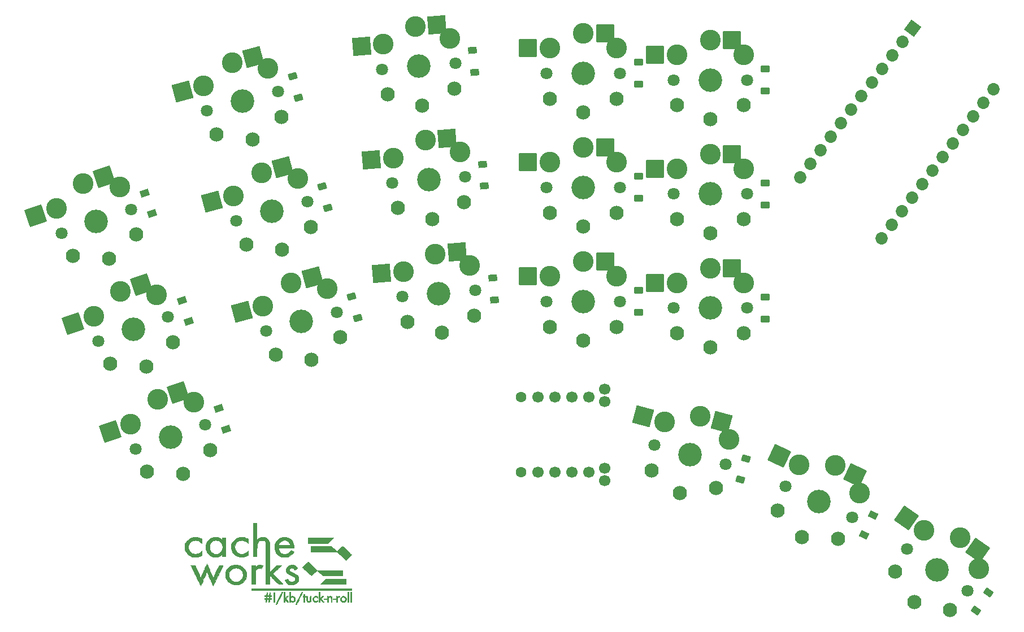
<source format=gts>
%TF.GenerationSoftware,KiCad,Pcbnew,5.99.0-unknown-fa82fcb809~131~ubuntu20.04.1*%
%TF.CreationDate,2021-08-27T12:31:07+02:00*%
%TF.ProjectId,tuck-n-roll,7475636b-2d6e-42d7-926f-6c6c2e6b6963,VERSION_HERE*%
%TF.SameCoordinates,Original*%
%TF.FileFunction,Soldermask,Top*%
%TF.FilePolarity,Negative*%
%FSLAX46Y46*%
G04 Gerber Fmt 4.6, Leading zero omitted, Abs format (unit mm)*
G04 Created by KiCad (PCBNEW 5.99.0-unknown-fa82fcb809~131~ubuntu20.04.1) date 2021-08-27 12:31:07*
%MOMM*%
%LPD*%
G01*
G04 APERTURE LIST*
G04 Aperture macros list*
%AMRoundRect*
0 Rectangle with rounded corners*
0 $1 Rounding radius*
0 $2 $3 $4 $5 $6 $7 $8 $9 X,Y pos of 4 corners*
0 Add a 4 corners polygon primitive as box body*
4,1,4,$2,$3,$4,$5,$6,$7,$8,$9,$2,$3,0*
0 Add four circle primitives for the rounded corners*
1,1,$1+$1,$2,$3*
1,1,$1+$1,$4,$5*
1,1,$1+$1,$6,$7*
1,1,$1+$1,$8,$9*
0 Add four rect primitives between the rounded corners*
20,1,$1+$1,$2,$3,$4,$5,0*
20,1,$1+$1,$4,$5,$6,$7,0*
20,1,$1+$1,$6,$7,$8,$9,0*
20,1,$1+$1,$8,$9,$2,$3,0*%
G04 Aperture macros list end*
%ADD10C,0.010000*%
%ADD11C,1.801800*%
%ADD12C,3.529000*%
%ADD13C,2.132000*%
%ADD14C,3.100000*%
%ADD15RoundRect,0.050000X-1.300000X-1.300000X1.300000X-1.300000X1.300000X1.300000X-1.300000X1.300000X0*%
%ADD16RoundRect,0.050000X-0.919239X-1.592168X1.592168X-0.919239X0.919239X1.592168X-1.592168X0.919239X0*%
%ADD17C,1.600000*%
%ADD18C,1.700000*%
%ADD19RoundRect,0.050000X-1.727604X-0.628796X0.628796X-1.727604X1.727604X0.628796X-0.628796X1.727604X0*%
%ADD20RoundRect,0.050000X-0.805936X-1.652413X1.652413X-0.805936X0.805936X1.652413X-1.652413X0.805936X0*%
%ADD21RoundRect,0.050000X0.600000X-0.450000X0.600000X0.450000X-0.600000X0.450000X-0.600000X-0.450000X0*%
%ADD22RoundRect,0.050000X0.713817X-0.230142X0.420805X0.620824X-0.713817X0.230142X-0.420805X-0.620824X0*%
%ADD23RoundRect,0.050000X0.463087X-0.589958X0.696024X0.279375X-0.463087X0.589958X-0.696024X-0.279375X0*%
%ADD24RoundRect,0.050000X0.233382X-0.712764X0.749601X0.024473X-0.233382X0.712764X-0.749601X-0.024473X0*%
%ADD25RoundRect,0.050000X0.636937X-0.395994X0.558497X0.500581X-0.636937X0.395994X-0.558497X-0.500581X0*%
%ADD26RoundRect,0.050000X-1.810547X-0.319248X0.319248X-1.810547X1.810547X0.319248X-0.319248X1.810547X0*%
%ADD27RoundRect,0.050000X0.696024X-0.279375X0.463087X0.589958X-0.696024X0.279375X-0.463087X-0.589958X0*%
%ADD28RoundRect,0.050000X-1.181751X-1.408356X1.408356X-1.181751X1.181751X1.408356X-1.408356X1.181751X0*%
%ADD29RoundRect,0.050000X-1.592168X-0.919239X0.919239X-1.592168X1.592168X0.919239X-0.919239X1.592168X0*%
%ADD30RoundRect,0.050000X0.353606X-0.661409X0.733963X0.154268X-0.353606X0.661409X-0.733963X-0.154268X0*%
%ADD31RoundRect,0.050000X-0.172474X1.227215X-1.227215X-0.172474X0.172474X-1.227215X1.227215X0.172474X0*%
%ADD32C,1.852600*%
G04 APERTURE END LIST*
D10*
%TO.C,G\u002A\u002A\u002A*%
X9990584Y-25474530D02*
X10022416Y-25493303D01*
X10022416Y-25493303D02*
X10065193Y-25542575D01*
X10065193Y-25542575D02*
X10073356Y-25602835D01*
X10073356Y-25602835D02*
X10045248Y-25659771D01*
X10045248Y-25659771D02*
X10042071Y-25663071D01*
X10042071Y-25663071D02*
X9998116Y-25692441D01*
X9998116Y-25692441D02*
X9951229Y-25687130D01*
X9951229Y-25687130D02*
X9910709Y-25663383D01*
X9910709Y-25663383D02*
X9870979Y-25614458D01*
X9870979Y-25614458D02*
X9867763Y-25557599D01*
X9867763Y-25557599D02*
X9900622Y-25505527D01*
X9900622Y-25505527D02*
X9916583Y-25493303D01*
X9916583Y-25493303D02*
X9958010Y-25470908D01*
X9958010Y-25470908D02*
X9990584Y-25474530D01*
X9990584Y-25474530D02*
X9990584Y-25474530D01*
G36*
X9990584Y-25474530D02*
G01*
X10022416Y-25493303D01*
X10065193Y-25542575D01*
X10073356Y-25602835D01*
X10045248Y-25659771D01*
X10042071Y-25663071D01*
X9998116Y-25692441D01*
X9951229Y-25687130D01*
X9910709Y-25663383D01*
X9870979Y-25614458D01*
X9867763Y-25557599D01*
X9900622Y-25505527D01*
X9916583Y-25493303D01*
X9958010Y-25470908D01*
X9990584Y-25474530D01*
G37*
X9990584Y-25474530D02*
X10022416Y-25493303D01*
X10065193Y-25542575D01*
X10073356Y-25602835D01*
X10045248Y-25659771D01*
X10042071Y-25663071D01*
X9998116Y-25692441D01*
X9951229Y-25687130D01*
X9910709Y-25663383D01*
X9870979Y-25614458D01*
X9867763Y-25557599D01*
X9900622Y-25505527D01*
X9916583Y-25493303D01*
X9958010Y-25470908D01*
X9990584Y-25474530D01*
X-1492247Y-15970155D02*
X-1243190Y-16037500D01*
X-1243190Y-16037500D02*
X-1042459Y-16122123D01*
X-1042459Y-16122123D02*
X-846667Y-16217666D01*
X-846667Y-16217666D02*
X-846667Y-16543749D01*
X-846667Y-16543749D02*
X-847446Y-16655820D01*
X-847446Y-16655820D02*
X-849595Y-16751265D01*
X-849595Y-16751265D02*
X-852833Y-16822863D01*
X-852833Y-16822863D02*
X-856877Y-16863395D01*
X-856877Y-16863395D02*
X-859391Y-16869833D01*
X-859391Y-16869833D02*
X-879417Y-16856358D01*
X-879417Y-16856358D02*
X-922827Y-16820140D01*
X-922827Y-16820140D02*
X-982218Y-16767497D01*
X-982218Y-16767497D02*
X-1020989Y-16731998D01*
X-1020989Y-16731998D02*
X-1197329Y-16594142D01*
X-1197329Y-16594142D02*
X-1385496Y-16493532D01*
X-1385496Y-16493532D02*
X-1581188Y-16430223D01*
X-1581188Y-16430223D02*
X-1780105Y-16404269D01*
X-1780105Y-16404269D02*
X-1977944Y-16415723D01*
X-1977944Y-16415723D02*
X-2170405Y-16464641D01*
X-2170405Y-16464641D02*
X-2353187Y-16551077D01*
X-2353187Y-16551077D02*
X-2521989Y-16675084D01*
X-2521989Y-16675084D02*
X-2562123Y-16712572D01*
X-2562123Y-16712572D02*
X-2688369Y-16864709D01*
X-2688369Y-16864709D02*
X-2780174Y-17036926D01*
X-2780174Y-17036926D02*
X-2836807Y-17223695D01*
X-2836807Y-17223695D02*
X-2857538Y-17419492D01*
X-2857538Y-17419492D02*
X-2841637Y-17618788D01*
X-2841637Y-17618788D02*
X-2788372Y-17816057D01*
X-2788372Y-17816057D02*
X-2726227Y-17954201D01*
X-2726227Y-17954201D02*
X-2612561Y-18125399D01*
X-2612561Y-18125399D02*
X-2472208Y-18264436D01*
X-2472208Y-18264436D02*
X-2307529Y-18369945D01*
X-2307529Y-18369945D02*
X-2120889Y-18440557D01*
X-2120889Y-18440557D02*
X-1914648Y-18474906D01*
X-1914648Y-18474906D02*
X-1821178Y-18478187D01*
X-1821178Y-18478187D02*
X-1652587Y-18469704D01*
X-1652587Y-18469704D02*
X-1502231Y-18442586D01*
X-1502231Y-18442586D02*
X-1362115Y-18393267D01*
X-1362115Y-18393267D02*
X-1224242Y-18318182D01*
X-1224242Y-18318182D02*
X-1080618Y-18213765D01*
X-1080618Y-18213765D02*
X-926042Y-18079045D01*
X-926042Y-18079045D02*
X-825500Y-17985874D01*
X-825500Y-17985874D02*
X-825500Y-18645761D01*
X-825500Y-18645761D02*
X-964848Y-18723689D01*
X-964848Y-18723689D02*
X-1182013Y-18823032D01*
X-1182013Y-18823032D02*
X-1422507Y-18890560D01*
X-1422507Y-18890560D02*
X-1629618Y-18921963D01*
X-1629618Y-18921963D02*
X-1724058Y-18931002D01*
X-1724058Y-18931002D02*
X-1805051Y-18937557D01*
X-1805051Y-18937557D02*
X-1861827Y-18940819D01*
X-1861827Y-18940819D02*
X-1880785Y-18940779D01*
X-1880785Y-18940779D02*
X-1925350Y-18936434D01*
X-1925350Y-18936434D02*
X-1985969Y-18930517D01*
X-1985969Y-18930517D02*
X-1989667Y-18930156D01*
X-1989667Y-18930156D02*
X-2251487Y-18886505D01*
X-2251487Y-18886505D02*
X-2489378Y-18808488D01*
X-2489378Y-18808488D02*
X-2705497Y-18695083D01*
X-2705497Y-18695083D02*
X-2901997Y-18545266D01*
X-2901997Y-18545266D02*
X-2998170Y-18451547D01*
X-2998170Y-18451547D02*
X-3150486Y-18264403D01*
X-3150486Y-18264403D02*
X-3265004Y-18062700D01*
X-3265004Y-18062700D02*
X-3342916Y-17843341D01*
X-3342916Y-17843341D02*
X-3385413Y-17603231D01*
X-3385413Y-17603231D02*
X-3394730Y-17420167D01*
X-3394730Y-17420167D02*
X-3382982Y-17199890D01*
X-3382982Y-17199890D02*
X-3343170Y-17003701D01*
X-3343170Y-17003701D02*
X-3272102Y-16823989D01*
X-3272102Y-16823989D02*
X-3166585Y-16653141D01*
X-3166585Y-16653141D02*
X-3023426Y-16483547D01*
X-3023426Y-16483547D02*
X-2985547Y-16444628D01*
X-2985547Y-16444628D02*
X-2793476Y-16274113D01*
X-2793476Y-16274113D02*
X-2592910Y-16142287D01*
X-2592910Y-16142287D02*
X-2376920Y-16045723D01*
X-2376920Y-16045723D02*
X-2138575Y-15980997D01*
X-2138575Y-15980997D02*
X-2002315Y-15958628D01*
X-2002315Y-15958628D02*
X-1744211Y-15944048D01*
X-1744211Y-15944048D02*
X-1492247Y-15970155D01*
X-1492247Y-15970155D02*
X-1492247Y-15970155D01*
G36*
X-1492247Y-15970155D02*
G01*
X-1243190Y-16037500D01*
X-1042459Y-16122123D01*
X-846667Y-16217666D01*
X-846667Y-16543749D01*
X-847446Y-16655820D01*
X-849595Y-16751265D01*
X-852833Y-16822863D01*
X-856877Y-16863395D01*
X-859391Y-16869833D01*
X-879417Y-16856358D01*
X-922827Y-16820140D01*
X-982218Y-16767497D01*
X-1020989Y-16731998D01*
X-1197329Y-16594142D01*
X-1385496Y-16493532D01*
X-1581188Y-16430223D01*
X-1780105Y-16404269D01*
X-1977944Y-16415723D01*
X-2170405Y-16464641D01*
X-2353187Y-16551077D01*
X-2521989Y-16675084D01*
X-2562123Y-16712572D01*
X-2688369Y-16864709D01*
X-2780174Y-17036926D01*
X-2836807Y-17223695D01*
X-2857538Y-17419492D01*
X-2841637Y-17618788D01*
X-2788372Y-17816057D01*
X-2726227Y-17954201D01*
X-2612561Y-18125399D01*
X-2472208Y-18264436D01*
X-2307529Y-18369945D01*
X-2120889Y-18440557D01*
X-1914648Y-18474906D01*
X-1821178Y-18478187D01*
X-1652587Y-18469704D01*
X-1502231Y-18442586D01*
X-1362115Y-18393267D01*
X-1224242Y-18318182D01*
X-1080618Y-18213765D01*
X-926042Y-18079045D01*
X-825500Y-17985874D01*
X-825500Y-18645761D01*
X-964848Y-18723689D01*
X-1182013Y-18823032D01*
X-1422507Y-18890560D01*
X-1629618Y-18921963D01*
X-1724058Y-18931002D01*
X-1805051Y-18937557D01*
X-1861827Y-18940819D01*
X-1880785Y-18940779D01*
X-1925350Y-18936434D01*
X-1985969Y-18930517D01*
X-1989667Y-18930156D01*
X-2251487Y-18886505D01*
X-2489378Y-18808488D01*
X-2705497Y-18695083D01*
X-2901997Y-18545266D01*
X-2998170Y-18451547D01*
X-3150486Y-18264403D01*
X-3265004Y-18062700D01*
X-3342916Y-17843341D01*
X-3385413Y-17603231D01*
X-3394730Y-17420167D01*
X-3382982Y-17199890D01*
X-3343170Y-17003701D01*
X-3272102Y-16823989D01*
X-3166585Y-16653141D01*
X-3023426Y-16483547D01*
X-2985547Y-16444628D01*
X-2793476Y-16274113D01*
X-2592910Y-16142287D01*
X-2376920Y-16045723D01*
X-2138575Y-15980997D01*
X-2002315Y-15958628D01*
X-1744211Y-15944048D01*
X-1492247Y-15970155D01*
G37*
X-1492247Y-15970155D02*
X-1243190Y-16037500D01*
X-1042459Y-16122123D01*
X-846667Y-16217666D01*
X-846667Y-16543749D01*
X-847446Y-16655820D01*
X-849595Y-16751265D01*
X-852833Y-16822863D01*
X-856877Y-16863395D01*
X-859391Y-16869833D01*
X-879417Y-16856358D01*
X-922827Y-16820140D01*
X-982218Y-16767497D01*
X-1020989Y-16731998D01*
X-1197329Y-16594142D01*
X-1385496Y-16493532D01*
X-1581188Y-16430223D01*
X-1780105Y-16404269D01*
X-1977944Y-16415723D01*
X-2170405Y-16464641D01*
X-2353187Y-16551077D01*
X-2521989Y-16675084D01*
X-2562123Y-16712572D01*
X-2688369Y-16864709D01*
X-2780174Y-17036926D01*
X-2836807Y-17223695D01*
X-2857538Y-17419492D01*
X-2841637Y-17618788D01*
X-2788372Y-17816057D01*
X-2726227Y-17954201D01*
X-2612561Y-18125399D01*
X-2472208Y-18264436D01*
X-2307529Y-18369945D01*
X-2120889Y-18440557D01*
X-1914648Y-18474906D01*
X-1821178Y-18478187D01*
X-1652587Y-18469704D01*
X-1502231Y-18442586D01*
X-1362115Y-18393267D01*
X-1224242Y-18318182D01*
X-1080618Y-18213765D01*
X-926042Y-18079045D01*
X-825500Y-17985874D01*
X-825500Y-18645761D01*
X-964848Y-18723689D01*
X-1182013Y-18823032D01*
X-1422507Y-18890560D01*
X-1629618Y-18921963D01*
X-1724058Y-18931002D01*
X-1805051Y-18937557D01*
X-1861827Y-18940819D01*
X-1880785Y-18940779D01*
X-1925350Y-18936434D01*
X-1985969Y-18930517D01*
X-1989667Y-18930156D01*
X-2251487Y-18886505D01*
X-2489378Y-18808488D01*
X-2705497Y-18695083D01*
X-2901997Y-18545266D01*
X-2998170Y-18451547D01*
X-3150486Y-18264403D01*
X-3265004Y-18062700D01*
X-3342916Y-17843341D01*
X-3385413Y-17603231D01*
X-3394730Y-17420167D01*
X-3382982Y-17199890D01*
X-3343170Y-17003701D01*
X-3272102Y-16823989D01*
X-3166585Y-16653141D01*
X-3023426Y-16483547D01*
X-2985547Y-16444628D01*
X-2793476Y-16274113D01*
X-2592910Y-16142287D01*
X-2376920Y-16045723D01*
X-2138575Y-15980997D01*
X-2002315Y-15958628D01*
X-1744211Y-15944048D01*
X-1492247Y-15970155D01*
X15543515Y-16015535D02*
X15732928Y-16015931D01*
X15732928Y-16015931D02*
X15946559Y-16016595D01*
X15946559Y-16016595D02*
X16181386Y-16017518D01*
X16181386Y-16017518D02*
X16434392Y-16018695D01*
X16434392Y-16018695D02*
X16702557Y-16020119D01*
X16702557Y-16020119D02*
X16982862Y-16021785D01*
X16982862Y-16021785D02*
X16987511Y-16021814D01*
X16987511Y-16021814D02*
X18893772Y-16033750D01*
X18893772Y-16033750D02*
X18463193Y-16441208D01*
X18463193Y-16441208D02*
X18032614Y-16848667D01*
X18032614Y-16848667D02*
X15049500Y-16848667D01*
X15049500Y-16848667D02*
X15049500Y-16437166D01*
X15049500Y-16437166D02*
X15050278Y-16309765D01*
X15050278Y-16309765D02*
X15052447Y-16197588D01*
X15052447Y-16197588D02*
X15055757Y-16107227D01*
X15055757Y-16107227D02*
X15059959Y-16045275D01*
X15059959Y-16045275D02*
X15064802Y-16018322D01*
X15064802Y-16018322D02*
X15065375Y-16017771D01*
X15065375Y-16017771D02*
X15088415Y-16016740D01*
X15088415Y-16016740D02*
X15150769Y-16016007D01*
X15150769Y-16016007D02*
X15249416Y-16015567D01*
X15249416Y-16015567D02*
X15381338Y-16015411D01*
X15381338Y-16015411D02*
X15543515Y-16015535D01*
X15543515Y-16015535D02*
X15543515Y-16015535D01*
G36*
X15543515Y-16015535D02*
G01*
X15732928Y-16015931D01*
X15946559Y-16016595D01*
X16181386Y-16017518D01*
X16434392Y-16018695D01*
X16702557Y-16020119D01*
X16982862Y-16021785D01*
X16987511Y-16021814D01*
X18893772Y-16033750D01*
X18463193Y-16441208D01*
X18032614Y-16848667D01*
X15049500Y-16848667D01*
X15049500Y-16437166D01*
X15050278Y-16309765D01*
X15052447Y-16197588D01*
X15055757Y-16107227D01*
X15059959Y-16045275D01*
X15064802Y-16018322D01*
X15065375Y-16017771D01*
X15088415Y-16016740D01*
X15150769Y-16016007D01*
X15249416Y-16015567D01*
X15381338Y-16015411D01*
X15543515Y-16015535D01*
G37*
X15543515Y-16015535D02*
X15732928Y-16015931D01*
X15946559Y-16016595D01*
X16181386Y-16017518D01*
X16434392Y-16018695D01*
X16702557Y-16020119D01*
X16982862Y-16021785D01*
X16987511Y-16021814D01*
X18893772Y-16033750D01*
X18463193Y-16441208D01*
X18032614Y-16848667D01*
X15049500Y-16848667D01*
X15049500Y-16437166D01*
X15050278Y-16309765D01*
X15052447Y-16197588D01*
X15055757Y-16107227D01*
X15059959Y-16045275D01*
X15064802Y-16018322D01*
X15065375Y-16017771D01*
X15088415Y-16016740D01*
X15150769Y-16016007D01*
X15249416Y-16015567D01*
X15381338Y-16015411D01*
X15543515Y-16015535D01*
X12446000Y-24892600D02*
X12525375Y-24840807D01*
X12525375Y-24840807D02*
X12644067Y-24786147D01*
X12644067Y-24786147D02*
X12765764Y-24772593D01*
X12765764Y-24772593D02*
X12885371Y-24799698D01*
X12885371Y-24799698D02*
X12997794Y-24867017D01*
X12997794Y-24867017D02*
X13017462Y-24883901D01*
X13017462Y-24883901D02*
X13097948Y-24983060D01*
X13097948Y-24983060D02*
X13146530Y-25100170D01*
X13146530Y-25100170D02*
X13163724Y-25226520D01*
X13163724Y-25226520D02*
X13150045Y-25353401D01*
X13150045Y-25353401D02*
X13106009Y-25472102D01*
X13106009Y-25472102D02*
X13032130Y-25573914D01*
X13032130Y-25573914D02*
X12973720Y-25623252D01*
X12973720Y-25623252D02*
X12893295Y-25661198D01*
X12893295Y-25661198D02*
X12792103Y-25685001D01*
X12792103Y-25685001D02*
X12690330Y-25691230D01*
X12690330Y-25691230D02*
X12625916Y-25682348D01*
X12625916Y-25682348D02*
X12581705Y-25662312D01*
X12581705Y-25662312D02*
X12526289Y-25627420D01*
X12526289Y-25627420D02*
X12514791Y-25619016D01*
X12514791Y-25619016D02*
X12446000Y-25567179D01*
X12446000Y-25567179D02*
X12446000Y-25622450D01*
X12446000Y-25622450D02*
X12442002Y-25658312D01*
X12442002Y-25658312D02*
X12421832Y-25672215D01*
X12421832Y-25672215D02*
X12373223Y-25671685D01*
X12373223Y-25671685D02*
X12366625Y-25671153D01*
X12366625Y-25671153D02*
X12287250Y-25664583D01*
X12287250Y-25664583D02*
X12287250Y-25234196D01*
X12287250Y-25234196D02*
X12446000Y-25234196D01*
X12446000Y-25234196D02*
X12462354Y-25339437D01*
X12462354Y-25339437D02*
X12506719Y-25427132D01*
X12506719Y-25427132D02*
X12572049Y-25493316D01*
X12572049Y-25493316D02*
X12651300Y-25534025D01*
X12651300Y-25534025D02*
X12737424Y-25545291D01*
X12737424Y-25545291D02*
X12823378Y-25523152D01*
X12823378Y-25523152D02*
X12884725Y-25481110D01*
X12884725Y-25481110D02*
X12951704Y-25396399D01*
X12951704Y-25396399D02*
X12987264Y-25301114D01*
X12987264Y-25301114D02*
X12993628Y-25202876D01*
X12993628Y-25202876D02*
X12973023Y-25109304D01*
X12973023Y-25109304D02*
X12927675Y-25028020D01*
X12927675Y-25028020D02*
X12859809Y-24966643D01*
X12859809Y-24966643D02*
X12771651Y-24932793D01*
X12771651Y-24932793D02*
X12723337Y-24928560D01*
X12723337Y-24928560D02*
X12618542Y-24947153D01*
X12618542Y-24947153D02*
X12535027Y-24999910D01*
X12535027Y-24999910D02*
X12476904Y-25082298D01*
X12476904Y-25082298D02*
X12448287Y-25189784D01*
X12448287Y-25189784D02*
X12446000Y-25234196D01*
X12446000Y-25234196D02*
X12287250Y-25234196D01*
X12287250Y-25234196D02*
X12287250Y-24140583D01*
X12287250Y-24140583D02*
X12366625Y-24134014D01*
X12366625Y-24134014D02*
X12446000Y-24127444D01*
X12446000Y-24127444D02*
X12446000Y-24892600D01*
X12446000Y-24892600D02*
X12446000Y-24892600D01*
G36*
X12366625Y-24134014D02*
G01*
X12446000Y-24127444D01*
X12446000Y-24892600D01*
X12525375Y-24840807D01*
X12644067Y-24786147D01*
X12765764Y-24772593D01*
X12885371Y-24799698D01*
X12997794Y-24867017D01*
X13017462Y-24883901D01*
X13097948Y-24983060D01*
X13146530Y-25100170D01*
X13163724Y-25226520D01*
X13150045Y-25353401D01*
X13106009Y-25472102D01*
X13032130Y-25573914D01*
X12973720Y-25623252D01*
X12893295Y-25661198D01*
X12792103Y-25685001D01*
X12690330Y-25691230D01*
X12625916Y-25682348D01*
X12581705Y-25662312D01*
X12526289Y-25627420D01*
X12514791Y-25619016D01*
X12446000Y-25567179D01*
X12446000Y-25622450D01*
X12442002Y-25658312D01*
X12421832Y-25672215D01*
X12373223Y-25671685D01*
X12366625Y-25671153D01*
X12287250Y-25664583D01*
X12287250Y-25234196D01*
X12446000Y-25234196D01*
X12462354Y-25339437D01*
X12506719Y-25427132D01*
X12572049Y-25493316D01*
X12651300Y-25534025D01*
X12737424Y-25545291D01*
X12823378Y-25523152D01*
X12884725Y-25481110D01*
X12951704Y-25396399D01*
X12987264Y-25301114D01*
X12993628Y-25202876D01*
X12973023Y-25109304D01*
X12927675Y-25028020D01*
X12859809Y-24966643D01*
X12771651Y-24932793D01*
X12723337Y-24928560D01*
X12618542Y-24947153D01*
X12535027Y-24999910D01*
X12476904Y-25082298D01*
X12448287Y-25189784D01*
X12446000Y-25234196D01*
X12287250Y-25234196D01*
X12287250Y-24140583D01*
X12366625Y-24134014D01*
G37*
X12366625Y-24134014D02*
X12446000Y-24127444D01*
X12446000Y-24892600D01*
X12525375Y-24840807D01*
X12644067Y-24786147D01*
X12765764Y-24772593D01*
X12885371Y-24799698D01*
X12997794Y-24867017D01*
X13017462Y-24883901D01*
X13097948Y-24983060D01*
X13146530Y-25100170D01*
X13163724Y-25226520D01*
X13150045Y-25353401D01*
X13106009Y-25472102D01*
X13032130Y-25573914D01*
X12973720Y-25623252D01*
X12893295Y-25661198D01*
X12792103Y-25685001D01*
X12690330Y-25691230D01*
X12625916Y-25682348D01*
X12581705Y-25662312D01*
X12526289Y-25627420D01*
X12514791Y-25619016D01*
X12446000Y-25567179D01*
X12446000Y-25622450D01*
X12442002Y-25658312D01*
X12421832Y-25672215D01*
X12373223Y-25671685D01*
X12366625Y-25671153D01*
X12287250Y-25664583D01*
X12287250Y-25234196D01*
X12446000Y-25234196D01*
X12462354Y-25339437D01*
X12506719Y-25427132D01*
X12572049Y-25493316D01*
X12651300Y-25534025D01*
X12737424Y-25545291D01*
X12823378Y-25523152D01*
X12884725Y-25481110D01*
X12951704Y-25396399D01*
X12987264Y-25301114D01*
X12993628Y-25202876D01*
X12973023Y-25109304D01*
X12927675Y-25028020D01*
X12859809Y-24966643D01*
X12771651Y-24932793D01*
X12723337Y-24928560D01*
X12618542Y-24947153D01*
X12535027Y-24999910D01*
X12476904Y-25082298D01*
X12448287Y-25189784D01*
X12446000Y-25234196D01*
X12287250Y-25234196D01*
X12287250Y-24140583D01*
X12366625Y-24134014D01*
X21611166Y-25675167D02*
X21463000Y-25675167D01*
X21463000Y-25675167D02*
X21463000Y-24130000D01*
X21463000Y-24130000D02*
X21611166Y-24130000D01*
X21611166Y-24130000D02*
X21611166Y-25675167D01*
X21611166Y-25675167D02*
X21611166Y-25675167D01*
G36*
X21611166Y-25675167D02*
G01*
X21463000Y-25675167D01*
X21463000Y-24130000D01*
X21611166Y-24130000D01*
X21611166Y-25675167D01*
G37*
X21611166Y-25675167D02*
X21463000Y-25675167D01*
X21463000Y-24130000D01*
X21611166Y-24130000D01*
X21611166Y-25675167D01*
X7408333Y-16317342D02*
X7487708Y-16243616D01*
X7487708Y-16243616D02*
X7659163Y-16112357D01*
X7659163Y-16112357D02*
X7849803Y-16018014D01*
X7849803Y-16018014D02*
X8056792Y-15961352D01*
X8056792Y-15961352D02*
X8277290Y-15943133D01*
X8277290Y-15943133D02*
X8508462Y-15964120D01*
X8508462Y-15964120D02*
X8519583Y-15966091D01*
X8519583Y-15966091D02*
X8704284Y-16013698D01*
X8704284Y-16013698D02*
X8859413Y-16086065D01*
X8859413Y-16086065D02*
X8988696Y-16186578D01*
X8988696Y-16186578D02*
X9095864Y-16318627D01*
X9095864Y-16318627D02*
X9184645Y-16485597D01*
X9184645Y-16485597D02*
X9234727Y-16615833D01*
X9234727Y-16615833D02*
X9281583Y-16753417D01*
X9281583Y-16753417D02*
X9292166Y-18975917D01*
X9292166Y-18975917D02*
X9302750Y-21198417D01*
X9302750Y-21198417D02*
X10374130Y-20171833D01*
X10374130Y-20171833D02*
X11080127Y-20171833D01*
X11080127Y-20171833D02*
X10995772Y-20254446D01*
X10995772Y-20254446D02*
X10960507Y-20288228D01*
X10960507Y-20288228D02*
X10898459Y-20346852D01*
X10898459Y-20346852D02*
X10813862Y-20426351D01*
X10813862Y-20426351D02*
X10710950Y-20522756D01*
X10710950Y-20522756D02*
X10593957Y-20632100D01*
X10593957Y-20632100D02*
X10467119Y-20750415D01*
X10467119Y-20750415D02*
X10361083Y-20849160D01*
X10361083Y-20849160D02*
X10233764Y-20968079D01*
X10233764Y-20968079D02*
X10116854Y-21078134D01*
X10116854Y-21078134D02*
X10013850Y-21175966D01*
X10013850Y-21175966D02*
X9928251Y-21258216D01*
X9928251Y-21258216D02*
X9863556Y-21321523D01*
X9863556Y-21321523D02*
X9823262Y-21362528D01*
X9823262Y-21362528D02*
X9810750Y-21377642D01*
X9810750Y-21377642D02*
X9824809Y-21395804D01*
X9824809Y-21395804D02*
X9865181Y-21441835D01*
X9865181Y-21441835D02*
X9929156Y-21512787D01*
X9929156Y-21512787D02*
X10014025Y-21605709D01*
X10014025Y-21605709D02*
X10117079Y-21717651D01*
X10117079Y-21717651D02*
X10235609Y-21845663D01*
X10235609Y-21845663D02*
X10366904Y-21986796D01*
X10366904Y-21986796D02*
X10508257Y-22138100D01*
X10508257Y-22138100D02*
X10556875Y-22190002D01*
X10556875Y-22190002D02*
X10700908Y-22343868D01*
X10700908Y-22343868D02*
X10835791Y-22488364D01*
X10835791Y-22488364D02*
X10958818Y-22620561D01*
X10958818Y-22620561D02*
X11067282Y-22737534D01*
X11067282Y-22737534D02*
X11158477Y-22836354D01*
X11158477Y-22836354D02*
X11229698Y-22914095D01*
X11229698Y-22914095D02*
X11278238Y-22967829D01*
X11278238Y-22967829D02*
X11301391Y-22994629D01*
X11301391Y-22994629D02*
X11303000Y-22997074D01*
X11303000Y-22997074D02*
X11283017Y-23000828D01*
X11283017Y-23000828D02*
X11227805Y-23004039D01*
X11227805Y-23004039D02*
X11144464Y-23006472D01*
X11144464Y-23006472D02*
X11040098Y-23007895D01*
X11040098Y-23007895D02*
X10966039Y-23008167D01*
X10966039Y-23008167D02*
X10629079Y-23008167D01*
X10629079Y-23008167D02*
X10116426Y-22463125D01*
X10116426Y-22463125D02*
X9992847Y-22331828D01*
X9992847Y-22331828D02*
X9874661Y-22206426D01*
X9874661Y-22206426D02*
X9765954Y-22091245D01*
X9765954Y-22091245D02*
X9670814Y-21990608D01*
X9670814Y-21990608D02*
X9593328Y-21908841D01*
X9593328Y-21908841D02*
X9537583Y-21850267D01*
X9537583Y-21850267D02*
X9512007Y-21823649D01*
X9512007Y-21823649D02*
X9420242Y-21729216D01*
X9420242Y-21729216D02*
X9292166Y-21851920D01*
X9292166Y-21851920D02*
X9292166Y-23008167D01*
X9292166Y-23008167D02*
X8763000Y-23008167D01*
X8763000Y-23008167D02*
X8763000Y-19971792D01*
X8763000Y-19971792D02*
X8762868Y-19496247D01*
X8762868Y-19496247D02*
X8762469Y-19062300D01*
X8762469Y-19062300D02*
X8761798Y-18669219D01*
X8761798Y-18669219D02*
X8760850Y-18316269D01*
X8760850Y-18316269D02*
X8759618Y-18002717D01*
X8759618Y-18002717D02*
X8758098Y-17727828D01*
X8758098Y-17727828D02*
X8756284Y-17490870D01*
X8756284Y-17490870D02*
X8754172Y-17291108D01*
X8754172Y-17291108D02*
X8751754Y-17127809D01*
X8751754Y-17127809D02*
X8749027Y-17000239D01*
X8749027Y-17000239D02*
X8745984Y-16907663D01*
X8745984Y-16907663D02*
X8742621Y-16849350D01*
X8742621Y-16849350D02*
X8740005Y-16828197D01*
X8740005Y-16828197D02*
X8693131Y-16694400D01*
X8693131Y-16694400D02*
X8616990Y-16579065D01*
X8616990Y-16579065D02*
X8518246Y-16491334D01*
X8518246Y-16491334D02*
X8477250Y-16467667D01*
X8477250Y-16467667D02*
X8418916Y-16441622D01*
X8418916Y-16441622D02*
X8362420Y-16425692D01*
X8362420Y-16425692D02*
X8294252Y-16417548D01*
X8294252Y-16417548D02*
X8200904Y-16414863D01*
X8200904Y-16414863D02*
X8170333Y-16414771D01*
X8170333Y-16414771D02*
X7982491Y-16427522D01*
X7982491Y-16427522D02*
X7825808Y-16467168D01*
X7825808Y-16467168D02*
X7697737Y-16535859D01*
X7697737Y-16535859D02*
X7595727Y-16635747D01*
X7595727Y-16635747D02*
X7517229Y-16768983D01*
X7517229Y-16768983D02*
X7459694Y-16937720D01*
X7459694Y-16937720D02*
X7438717Y-17032252D01*
X7438717Y-17032252D02*
X7430322Y-17087070D01*
X7430322Y-17087070D02*
X7423489Y-17157855D01*
X7423489Y-17157855D02*
X7418095Y-17248630D01*
X7418095Y-17248630D02*
X7414018Y-17363419D01*
X7414018Y-17363419D02*
X7411133Y-17506245D01*
X7411133Y-17506245D02*
X7409319Y-17681133D01*
X7409319Y-17681133D02*
X7408451Y-17892106D01*
X7408451Y-17892106D02*
X7408333Y-18025278D01*
X7408333Y-18025278D02*
X7408333Y-18859500D01*
X7408333Y-18859500D02*
X6879166Y-18859500D01*
X6879166Y-18859500D02*
X6879166Y-13864167D01*
X6879166Y-13864167D02*
X7408333Y-13864167D01*
X7408333Y-13864167D02*
X7408333Y-16317342D01*
X7408333Y-16317342D02*
X7408333Y-16317342D01*
G36*
X7408333Y-16317342D02*
G01*
X7487708Y-16243616D01*
X7659163Y-16112357D01*
X7849803Y-16018014D01*
X8056792Y-15961352D01*
X8277290Y-15943133D01*
X8508462Y-15964120D01*
X8519583Y-15966091D01*
X8704284Y-16013698D01*
X8859413Y-16086065D01*
X8988696Y-16186578D01*
X9095864Y-16318627D01*
X9184645Y-16485597D01*
X9234727Y-16615833D01*
X9281583Y-16753417D01*
X9292166Y-18975917D01*
X9302750Y-21198417D01*
X10374130Y-20171833D01*
X11080127Y-20171833D01*
X10995772Y-20254446D01*
X10960507Y-20288228D01*
X10898459Y-20346852D01*
X10813862Y-20426351D01*
X10710950Y-20522756D01*
X10593957Y-20632100D01*
X10467119Y-20750415D01*
X10361083Y-20849160D01*
X10233764Y-20968079D01*
X10116854Y-21078134D01*
X10013850Y-21175966D01*
X9928251Y-21258216D01*
X9863556Y-21321523D01*
X9823262Y-21362528D01*
X9810750Y-21377642D01*
X9824809Y-21395804D01*
X9865181Y-21441835D01*
X9929156Y-21512787D01*
X10014025Y-21605709D01*
X10117079Y-21717651D01*
X10235609Y-21845663D01*
X10366904Y-21986796D01*
X10508257Y-22138100D01*
X10556875Y-22190002D01*
X10700908Y-22343868D01*
X10835791Y-22488364D01*
X10958818Y-22620561D01*
X11067282Y-22737534D01*
X11158477Y-22836354D01*
X11229698Y-22914095D01*
X11278238Y-22967829D01*
X11301391Y-22994629D01*
X11303000Y-22997074D01*
X11283017Y-23000828D01*
X11227805Y-23004039D01*
X11144464Y-23006472D01*
X11040098Y-23007895D01*
X10966039Y-23008167D01*
X10629079Y-23008167D01*
X10116426Y-22463125D01*
X9992847Y-22331828D01*
X9874661Y-22206426D01*
X9765954Y-22091245D01*
X9670814Y-21990608D01*
X9593328Y-21908841D01*
X9537583Y-21850267D01*
X9512007Y-21823649D01*
X9420242Y-21729216D01*
X9292166Y-21851920D01*
X9292166Y-23008167D01*
X8763000Y-23008167D01*
X8763000Y-19971792D01*
X8762868Y-19496247D01*
X8762469Y-19062300D01*
X8761798Y-18669219D01*
X8760850Y-18316269D01*
X8759618Y-18002717D01*
X8758098Y-17727828D01*
X8756284Y-17490870D01*
X8754172Y-17291108D01*
X8751754Y-17127809D01*
X8749027Y-17000239D01*
X8745984Y-16907663D01*
X8742621Y-16849350D01*
X8740005Y-16828197D01*
X8693131Y-16694400D01*
X8616990Y-16579065D01*
X8518246Y-16491334D01*
X8477250Y-16467667D01*
X8418916Y-16441622D01*
X8362420Y-16425692D01*
X8294252Y-16417548D01*
X8200904Y-16414863D01*
X8170333Y-16414771D01*
X7982491Y-16427522D01*
X7825808Y-16467168D01*
X7697737Y-16535859D01*
X7595727Y-16635747D01*
X7517229Y-16768983D01*
X7459694Y-16937720D01*
X7438717Y-17032252D01*
X7430322Y-17087070D01*
X7423489Y-17157855D01*
X7418095Y-17248630D01*
X7414018Y-17363419D01*
X7411133Y-17506245D01*
X7409319Y-17681133D01*
X7408451Y-17892106D01*
X7408333Y-18025278D01*
X7408333Y-18859500D01*
X6879166Y-18859500D01*
X6879166Y-13864167D01*
X7408333Y-13864167D01*
X7408333Y-16317342D01*
G37*
X7408333Y-16317342D02*
X7487708Y-16243616D01*
X7659163Y-16112357D01*
X7849803Y-16018014D01*
X8056792Y-15961352D01*
X8277290Y-15943133D01*
X8508462Y-15964120D01*
X8519583Y-15966091D01*
X8704284Y-16013698D01*
X8859413Y-16086065D01*
X8988696Y-16186578D01*
X9095864Y-16318627D01*
X9184645Y-16485597D01*
X9234727Y-16615833D01*
X9281583Y-16753417D01*
X9292166Y-18975917D01*
X9302750Y-21198417D01*
X10374130Y-20171833D01*
X11080127Y-20171833D01*
X10995772Y-20254446D01*
X10960507Y-20288228D01*
X10898459Y-20346852D01*
X10813862Y-20426351D01*
X10710950Y-20522756D01*
X10593957Y-20632100D01*
X10467119Y-20750415D01*
X10361083Y-20849160D01*
X10233764Y-20968079D01*
X10116854Y-21078134D01*
X10013850Y-21175966D01*
X9928251Y-21258216D01*
X9863556Y-21321523D01*
X9823262Y-21362528D01*
X9810750Y-21377642D01*
X9824809Y-21395804D01*
X9865181Y-21441835D01*
X9929156Y-21512787D01*
X10014025Y-21605709D01*
X10117079Y-21717651D01*
X10235609Y-21845663D01*
X10366904Y-21986796D01*
X10508257Y-22138100D01*
X10556875Y-22190002D01*
X10700908Y-22343868D01*
X10835791Y-22488364D01*
X10958818Y-22620561D01*
X11067282Y-22737534D01*
X11158477Y-22836354D01*
X11229698Y-22914095D01*
X11278238Y-22967829D01*
X11301391Y-22994629D01*
X11303000Y-22997074D01*
X11283017Y-23000828D01*
X11227805Y-23004039D01*
X11144464Y-23006472D01*
X11040098Y-23007895D01*
X10966039Y-23008167D01*
X10629079Y-23008167D01*
X10116426Y-22463125D01*
X9992847Y-22331828D01*
X9874661Y-22206426D01*
X9765954Y-22091245D01*
X9670814Y-21990608D01*
X9593328Y-21908841D01*
X9537583Y-21850267D01*
X9512007Y-21823649D01*
X9420242Y-21729216D01*
X9292166Y-21851920D01*
X9292166Y-23008167D01*
X8763000Y-23008167D01*
X8763000Y-19971792D01*
X8762868Y-19496247D01*
X8762469Y-19062300D01*
X8761798Y-18669219D01*
X8760850Y-18316269D01*
X8759618Y-18002717D01*
X8758098Y-17727828D01*
X8756284Y-17490870D01*
X8754172Y-17291108D01*
X8751754Y-17127809D01*
X8749027Y-17000239D01*
X8745984Y-16907663D01*
X8742621Y-16849350D01*
X8740005Y-16828197D01*
X8693131Y-16694400D01*
X8616990Y-16579065D01*
X8518246Y-16491334D01*
X8477250Y-16467667D01*
X8418916Y-16441622D01*
X8362420Y-16425692D01*
X8294252Y-16417548D01*
X8200904Y-16414863D01*
X8170333Y-16414771D01*
X7982491Y-16427522D01*
X7825808Y-16467168D01*
X7697737Y-16535859D01*
X7595727Y-16635747D01*
X7517229Y-16768983D01*
X7459694Y-16937720D01*
X7438717Y-17032252D01*
X7430322Y-17087070D01*
X7423489Y-17157855D01*
X7418095Y-17248630D01*
X7414018Y-17363419D01*
X7411133Y-17506245D01*
X7409319Y-17681133D01*
X7408451Y-17892106D01*
X7408333Y-18025278D01*
X7408333Y-18859500D01*
X6879166Y-18859500D01*
X6879166Y-13864167D01*
X7408333Y-13864167D01*
X7408333Y-16317342D01*
X17843500Y-25294167D02*
X17441333Y-25294167D01*
X17441333Y-25294167D02*
X17441333Y-25146000D01*
X17441333Y-25146000D02*
X17843500Y-25146000D01*
X17843500Y-25146000D02*
X17843500Y-25294167D01*
X17843500Y-25294167D02*
X17843500Y-25294167D01*
G36*
X17843500Y-25294167D02*
G01*
X17441333Y-25294167D01*
X17441333Y-25146000D01*
X17843500Y-25146000D01*
X17843500Y-25294167D01*
G37*
X17843500Y-25294167D02*
X17441333Y-25294167D01*
X17441333Y-25146000D01*
X17843500Y-25146000D01*
X17843500Y-25294167D01*
X14917208Y-24790180D02*
X14996583Y-24796750D01*
X14996583Y-24796750D02*
X15007166Y-25132057D01*
X15007166Y-25132057D02*
X15011407Y-25258295D01*
X15011407Y-25258295D02*
X15015672Y-25349162D01*
X15015672Y-25349162D02*
X15021123Y-25411604D01*
X15021123Y-25411604D02*
X15028921Y-25452568D01*
X15028921Y-25452568D02*
X15040228Y-25479001D01*
X15040228Y-25479001D02*
X15056206Y-25497850D01*
X15056206Y-25497850D02*
X15070339Y-25509886D01*
X15070339Y-25509886D02*
X15123753Y-25539414D01*
X15123753Y-25539414D02*
X15189191Y-25543216D01*
X15189191Y-25543216D02*
X15205543Y-25541328D01*
X15205543Y-25541328D02*
X15257928Y-25532372D01*
X15257928Y-25532372D02*
X15296598Y-25517645D01*
X15296598Y-25517645D02*
X15323794Y-25491215D01*
X15323794Y-25491215D02*
X15341755Y-25447153D01*
X15341755Y-25447153D02*
X15352723Y-25379529D01*
X15352723Y-25379529D02*
X15358937Y-25282413D01*
X15358937Y-25282413D02*
X15362639Y-25149874D01*
X15362639Y-25149874D02*
X15363164Y-25124135D01*
X15363164Y-25124135D02*
X15369913Y-24786167D01*
X15369913Y-24786167D02*
X15536333Y-24786167D01*
X15536333Y-24786167D02*
X15535868Y-25108958D01*
X15535868Y-25108958D02*
X15533700Y-25264785D01*
X15533700Y-25264785D02*
X15526385Y-25384589D01*
X15526385Y-25384589D02*
X15511943Y-25474563D01*
X15511943Y-25474563D02*
X15488397Y-25540899D01*
X15488397Y-25540899D02*
X15453769Y-25589790D01*
X15453769Y-25589790D02*
X15406080Y-25627426D01*
X15406080Y-25627426D02*
X15362717Y-25650950D01*
X15362717Y-25650950D02*
X15238523Y-25690306D01*
X15238523Y-25690306D02*
X15116304Y-25687481D01*
X15116304Y-25687481D02*
X15007433Y-25648181D01*
X15007433Y-25648181D02*
X14949622Y-25613607D01*
X14949622Y-25613607D02*
X14906497Y-25575174D01*
X14906497Y-25575174D02*
X14875965Y-25526338D01*
X14875965Y-25526338D02*
X14855929Y-25460558D01*
X14855929Y-25460558D02*
X14844295Y-25371291D01*
X14844295Y-25371291D02*
X14838968Y-25251996D01*
X14838968Y-25251996D02*
X14837833Y-25118594D01*
X14837833Y-25118594D02*
X14837833Y-24783611D01*
X14837833Y-24783611D02*
X14917208Y-24790180D01*
X14917208Y-24790180D02*
X14917208Y-24790180D01*
G36*
X14917208Y-24790180D02*
G01*
X14996583Y-24796750D01*
X15007166Y-25132057D01*
X15011407Y-25258295D01*
X15015672Y-25349162D01*
X15021123Y-25411604D01*
X15028921Y-25452568D01*
X15040228Y-25479001D01*
X15056206Y-25497850D01*
X15070339Y-25509886D01*
X15123753Y-25539414D01*
X15189191Y-25543216D01*
X15205543Y-25541328D01*
X15257928Y-25532372D01*
X15296598Y-25517645D01*
X15323794Y-25491215D01*
X15341755Y-25447153D01*
X15352723Y-25379529D01*
X15358937Y-25282413D01*
X15362639Y-25149874D01*
X15363164Y-25124135D01*
X15369913Y-24786167D01*
X15536333Y-24786167D01*
X15535868Y-25108958D01*
X15533700Y-25264785D01*
X15526385Y-25384589D01*
X15511943Y-25474563D01*
X15488397Y-25540899D01*
X15453769Y-25589790D01*
X15406080Y-25627426D01*
X15362717Y-25650950D01*
X15238523Y-25690306D01*
X15116304Y-25687481D01*
X15007433Y-25648181D01*
X14949622Y-25613607D01*
X14906497Y-25575174D01*
X14875965Y-25526338D01*
X14855929Y-25460558D01*
X14844295Y-25371291D01*
X14838968Y-25251996D01*
X14837833Y-25118594D01*
X14837833Y-24783611D01*
X14917208Y-24790180D01*
G37*
X14917208Y-24790180D02*
X14996583Y-24796750D01*
X15007166Y-25132057D01*
X15011407Y-25258295D01*
X15015672Y-25349162D01*
X15021123Y-25411604D01*
X15028921Y-25452568D01*
X15040228Y-25479001D01*
X15056206Y-25497850D01*
X15070339Y-25509886D01*
X15123753Y-25539414D01*
X15189191Y-25543216D01*
X15205543Y-25541328D01*
X15257928Y-25532372D01*
X15296598Y-25517645D01*
X15323794Y-25491215D01*
X15341755Y-25447153D01*
X15352723Y-25379529D01*
X15358937Y-25282413D01*
X15362639Y-25149874D01*
X15363164Y-25124135D01*
X15369913Y-24786167D01*
X15536333Y-24786167D01*
X15535868Y-25108958D01*
X15533700Y-25264785D01*
X15526385Y-25384589D01*
X15511943Y-25474563D01*
X15488397Y-25540899D01*
X15453769Y-25589790D01*
X15406080Y-25627426D01*
X15362717Y-25650950D01*
X15238523Y-25690306D01*
X15116304Y-25687481D01*
X15007433Y-25648181D01*
X14949622Y-25613607D01*
X14906497Y-25575174D01*
X14875965Y-25526338D01*
X14855929Y-25460558D01*
X14844295Y-25371291D01*
X14838968Y-25251996D01*
X14837833Y-25118594D01*
X14837833Y-24783611D01*
X14917208Y-24790180D01*
X15096900Y-19667250D02*
X15144604Y-19710147D01*
X15144604Y-19710147D02*
X15216320Y-19776147D01*
X15216320Y-19776147D02*
X15308754Y-19862176D01*
X15308754Y-19862176D02*
X15418609Y-19965159D01*
X15418609Y-19965159D02*
X15542592Y-20082023D01*
X15542592Y-20082023D02*
X15677407Y-20209693D01*
X15677407Y-20209693D02*
X15758583Y-20286834D01*
X15758583Y-20286834D02*
X16414750Y-20911166D01*
X16414750Y-20911166D02*
X18335625Y-20911916D01*
X18335625Y-20911916D02*
X20256500Y-20912667D01*
X20256500Y-20912667D02*
X20256500Y-21738167D01*
X20256500Y-21738167D02*
X17266508Y-21738167D01*
X17266508Y-21738167D02*
X16893545Y-21384666D01*
X16893545Y-21384666D02*
X16786142Y-21282971D01*
X16786142Y-21282971D02*
X16685983Y-21188330D01*
X16685983Y-21188330D02*
X16598135Y-21105515D01*
X16598135Y-21105515D02*
X16527668Y-21039301D01*
X16527668Y-21039301D02*
X16479648Y-20994460D01*
X16479648Y-20994460D02*
X16463228Y-20979357D01*
X16463228Y-20979357D02*
X16405874Y-20927549D01*
X16405874Y-20927549D02*
X16029312Y-21284342D01*
X16029312Y-21284342D02*
X15921641Y-21386251D01*
X15921641Y-21386251D02*
X15821438Y-21480886D01*
X15821438Y-21480886D02*
X15733689Y-21563556D01*
X15733689Y-21563556D02*
X15663377Y-21629568D01*
X15663377Y-21629568D02*
X15615487Y-21674233D01*
X15615487Y-21674233D02*
X15598558Y-21689762D01*
X15598558Y-21689762D02*
X15544367Y-21738389D01*
X15544367Y-21738389D02*
X14878892Y-21109847D01*
X14878892Y-21109847D02*
X14738849Y-20977024D01*
X14738849Y-20977024D02*
X14608826Y-20852635D01*
X14608826Y-20852635D02*
X14491975Y-20739776D01*
X14491975Y-20739776D02*
X14391447Y-20641539D01*
X14391447Y-20641539D02*
X14310395Y-20561019D01*
X14310395Y-20561019D02*
X14251971Y-20501310D01*
X14251971Y-20501310D02*
X14219327Y-20465506D01*
X14219327Y-20465506D02*
X14213416Y-20456642D01*
X14213416Y-20456642D02*
X14228234Y-20434072D01*
X14228234Y-20434072D02*
X14269451Y-20388344D01*
X14269451Y-20388344D02*
X14332214Y-20323990D01*
X14332214Y-20323990D02*
X14411669Y-20245543D01*
X14411669Y-20245543D02*
X14502962Y-20157538D01*
X14502962Y-20157538D02*
X14601239Y-20064508D01*
X14601239Y-20064508D02*
X14701647Y-19970985D01*
X14701647Y-19970985D02*
X14799332Y-19881503D01*
X14799332Y-19881503D02*
X14889440Y-19800597D01*
X14889440Y-19800597D02*
X14967117Y-19732798D01*
X14967117Y-19732798D02*
X15027509Y-19682641D01*
X15027509Y-19682641D02*
X15065763Y-19654658D01*
X15065763Y-19654658D02*
X15076504Y-19650529D01*
X15076504Y-19650529D02*
X15096900Y-19667250D01*
X15096900Y-19667250D02*
X15096900Y-19667250D01*
G36*
X15096900Y-19667250D02*
G01*
X15144604Y-19710147D01*
X15216320Y-19776147D01*
X15308754Y-19862176D01*
X15418609Y-19965159D01*
X15542592Y-20082023D01*
X15677407Y-20209693D01*
X15758583Y-20286834D01*
X16414750Y-20911166D01*
X18335625Y-20911916D01*
X20256500Y-20912667D01*
X20256500Y-21738167D01*
X17266508Y-21738167D01*
X16893545Y-21384666D01*
X16786142Y-21282971D01*
X16685983Y-21188330D01*
X16598135Y-21105515D01*
X16527668Y-21039301D01*
X16479648Y-20994460D01*
X16463228Y-20979357D01*
X16405874Y-20927549D01*
X16029312Y-21284342D01*
X15921641Y-21386251D01*
X15821438Y-21480886D01*
X15733689Y-21563556D01*
X15663377Y-21629568D01*
X15615487Y-21674233D01*
X15598558Y-21689762D01*
X15544367Y-21738389D01*
X14878892Y-21109847D01*
X14738849Y-20977024D01*
X14608826Y-20852635D01*
X14491975Y-20739776D01*
X14391447Y-20641539D01*
X14310395Y-20561019D01*
X14251971Y-20501310D01*
X14219327Y-20465506D01*
X14213416Y-20456642D01*
X14228234Y-20434072D01*
X14269451Y-20388344D01*
X14332214Y-20323990D01*
X14411669Y-20245543D01*
X14502962Y-20157538D01*
X14601239Y-20064508D01*
X14701647Y-19970985D01*
X14799332Y-19881503D01*
X14889440Y-19800597D01*
X14967117Y-19732798D01*
X15027509Y-19682641D01*
X15065763Y-19654658D01*
X15076504Y-19650529D01*
X15096900Y-19667250D01*
G37*
X15096900Y-19667250D02*
X15144604Y-19710147D01*
X15216320Y-19776147D01*
X15308754Y-19862176D01*
X15418609Y-19965159D01*
X15542592Y-20082023D01*
X15677407Y-20209693D01*
X15758583Y-20286834D01*
X16414750Y-20911166D01*
X18335625Y-20911916D01*
X20256500Y-20912667D01*
X20256500Y-21738167D01*
X17266508Y-21738167D01*
X16893545Y-21384666D01*
X16786142Y-21282971D01*
X16685983Y-21188330D01*
X16598135Y-21105515D01*
X16527668Y-21039301D01*
X16479648Y-20994460D01*
X16463228Y-20979357D01*
X16405874Y-20927549D01*
X16029312Y-21284342D01*
X15921641Y-21386251D01*
X15821438Y-21480886D01*
X15733689Y-21563556D01*
X15663377Y-21629568D01*
X15615487Y-21674233D01*
X15598558Y-21689762D01*
X15544367Y-21738389D01*
X14878892Y-21109847D01*
X14738849Y-20977024D01*
X14608826Y-20852635D01*
X14491975Y-20739776D01*
X14391447Y-20641539D01*
X14310395Y-20561019D01*
X14251971Y-20501310D01*
X14219327Y-20465506D01*
X14213416Y-20456642D01*
X14228234Y-20434072D01*
X14269451Y-20388344D01*
X14332214Y-20323990D01*
X14411669Y-20245543D01*
X14502962Y-20157538D01*
X14601239Y-20064508D01*
X14701647Y-19970985D01*
X14799332Y-19881503D01*
X14889440Y-19800597D01*
X14967117Y-19732798D01*
X15027509Y-19682641D01*
X15065763Y-19654658D01*
X15076504Y-19650529D01*
X15096900Y-19667250D01*
X18410561Y-24773919D02*
X18500392Y-24791931D01*
X18500392Y-24791931D02*
X18561454Y-24823725D01*
X18561454Y-24823725D02*
X18606980Y-24877826D01*
X18606980Y-24877826D02*
X18626597Y-24913031D01*
X18626597Y-24913031D02*
X18642841Y-24949468D01*
X18642841Y-24949468D02*
X18654380Y-24990031D01*
X18654380Y-24990031D02*
X18661988Y-25042478D01*
X18661988Y-25042478D02*
X18666443Y-25114570D01*
X18666443Y-25114570D02*
X18668521Y-25214064D01*
X18668521Y-25214064D02*
X18669000Y-25336934D01*
X18669000Y-25336934D02*
X18669000Y-25677722D01*
X18669000Y-25677722D02*
X18589625Y-25671153D01*
X18589625Y-25671153D02*
X18510250Y-25664583D01*
X18510250Y-25664583D02*
X18504435Y-25334015D01*
X18504435Y-25334015D02*
X18501796Y-25207641D01*
X18501796Y-25207641D02*
X18498413Y-25116652D01*
X18498413Y-25116652D02*
X18493357Y-25054100D01*
X18493357Y-25054100D02*
X18485701Y-25013036D01*
X18485701Y-25013036D02*
X18474517Y-24986511D01*
X18474517Y-24986511D02*
X18458877Y-24967579D01*
X18458877Y-24967579D02*
X18455035Y-24964003D01*
X18455035Y-24964003D02*
X18392605Y-24932794D01*
X18392605Y-24932794D02*
X18314743Y-24926872D01*
X18314743Y-24926872D02*
X18239412Y-24945506D01*
X18239412Y-24945506D02*
X18195997Y-24974536D01*
X18195997Y-24974536D02*
X18178298Y-24995440D01*
X18178298Y-24995440D02*
X18165427Y-25022042D01*
X18165427Y-25022042D02*
X18156287Y-25061537D01*
X18156287Y-25061537D02*
X18149779Y-25121120D01*
X18149779Y-25121120D02*
X18144803Y-25207986D01*
X18144803Y-25207986D02*
X18140262Y-25329328D01*
X18140262Y-25329328D02*
X18139833Y-25342320D01*
X18139833Y-25342320D02*
X18129250Y-25664583D01*
X18129250Y-25664583D02*
X18049875Y-25671153D01*
X18049875Y-25671153D02*
X17970500Y-25677722D01*
X17970500Y-25677722D02*
X17970500Y-24786167D01*
X17970500Y-24786167D02*
X18043531Y-24786167D01*
X18043531Y-24786167D02*
X18101647Y-24795237D01*
X18101647Y-24795237D02*
X18134325Y-24817906D01*
X18134325Y-24817906D02*
X18150453Y-24835119D01*
X18150453Y-24835119D02*
X18177293Y-24833186D01*
X18177293Y-24833186D02*
X18226719Y-24810710D01*
X18226719Y-24810710D02*
X18235919Y-24805947D01*
X18235919Y-24805947D02*
X18318812Y-24774959D01*
X18318812Y-24774959D02*
X18404507Y-24773180D01*
X18404507Y-24773180D02*
X18410561Y-24773919D01*
X18410561Y-24773919D02*
X18410561Y-24773919D01*
G36*
X18410561Y-24773919D02*
G01*
X18500392Y-24791931D01*
X18561454Y-24823725D01*
X18606980Y-24877826D01*
X18626597Y-24913031D01*
X18642841Y-24949468D01*
X18654380Y-24990031D01*
X18661988Y-25042478D01*
X18666443Y-25114570D01*
X18668521Y-25214064D01*
X18669000Y-25336934D01*
X18669000Y-25677722D01*
X18589625Y-25671153D01*
X18510250Y-25664583D01*
X18504435Y-25334015D01*
X18501796Y-25207641D01*
X18498413Y-25116652D01*
X18493357Y-25054100D01*
X18485701Y-25013036D01*
X18474517Y-24986511D01*
X18458877Y-24967579D01*
X18455035Y-24964003D01*
X18392605Y-24932794D01*
X18314743Y-24926872D01*
X18239412Y-24945506D01*
X18195997Y-24974536D01*
X18178298Y-24995440D01*
X18165427Y-25022042D01*
X18156287Y-25061537D01*
X18149779Y-25121120D01*
X18144803Y-25207986D01*
X18140262Y-25329328D01*
X18139833Y-25342320D01*
X18129250Y-25664583D01*
X18049875Y-25671153D01*
X17970500Y-25677722D01*
X17970500Y-24786167D01*
X18043531Y-24786167D01*
X18101647Y-24795237D01*
X18134325Y-24817906D01*
X18150453Y-24835119D01*
X18177293Y-24833186D01*
X18226719Y-24810710D01*
X18235919Y-24805947D01*
X18318812Y-24774959D01*
X18404507Y-24773180D01*
X18410561Y-24773919D01*
G37*
X18410561Y-24773919D02*
X18500392Y-24791931D01*
X18561454Y-24823725D01*
X18606980Y-24877826D01*
X18626597Y-24913031D01*
X18642841Y-24949468D01*
X18654380Y-24990031D01*
X18661988Y-25042478D01*
X18666443Y-25114570D01*
X18668521Y-25214064D01*
X18669000Y-25336934D01*
X18669000Y-25677722D01*
X18589625Y-25671153D01*
X18510250Y-25664583D01*
X18504435Y-25334015D01*
X18501796Y-25207641D01*
X18498413Y-25116652D01*
X18493357Y-25054100D01*
X18485701Y-25013036D01*
X18474517Y-24986511D01*
X18458877Y-24967579D01*
X18455035Y-24964003D01*
X18392605Y-24932794D01*
X18314743Y-24926872D01*
X18239412Y-24945506D01*
X18195997Y-24974536D01*
X18178298Y-24995440D01*
X18165427Y-25022042D01*
X18156287Y-25061537D01*
X18149779Y-25121120D01*
X18144803Y-25207986D01*
X18140262Y-25329328D01*
X18139833Y-25342320D01*
X18129250Y-25664583D01*
X18049875Y-25671153D01*
X17970500Y-25677722D01*
X17970500Y-24786167D01*
X18043531Y-24786167D01*
X18101647Y-24795237D01*
X18134325Y-24817906D01*
X18150453Y-24835119D01*
X18177293Y-24833186D01*
X18226719Y-24810710D01*
X18235919Y-24805947D01*
X18318812Y-24774959D01*
X18404507Y-24773180D01*
X18410561Y-24773919D01*
X1332236Y-15954380D02*
X1456441Y-15965504D01*
X1456441Y-15965504D02*
X1524000Y-15977949D01*
X1524000Y-15977949D02*
X1692139Y-16034422D01*
X1692139Y-16034422D02*
X1865136Y-16119290D01*
X1865136Y-16119290D02*
X2026836Y-16224196D01*
X2026836Y-16224196D02*
X2078804Y-16264952D01*
X2078804Y-16264952D02*
X2220858Y-16382577D01*
X2220858Y-16382577D02*
X2226970Y-16197580D01*
X2226970Y-16197580D02*
X2233083Y-16012583D01*
X2233083Y-16012583D02*
X2492375Y-16006640D01*
X2492375Y-16006640D02*
X2751666Y-16000697D01*
X2751666Y-16000697D02*
X2751666Y-18859500D01*
X2751666Y-18859500D02*
X2222500Y-18859500D01*
X2222500Y-18859500D02*
X2222500Y-18496280D01*
X2222500Y-18496280D02*
X2102955Y-18602828D01*
X2102955Y-18602828D02*
X1921573Y-18736664D01*
X1921573Y-18736664D02*
X1717129Y-18837503D01*
X1717129Y-18837503D02*
X1494800Y-18903888D01*
X1494800Y-18903888D02*
X1259760Y-18934362D01*
X1259760Y-18934362D02*
X1017187Y-18927468D01*
X1017187Y-18927468D02*
X970133Y-18921739D01*
X970133Y-18921739D02*
X738826Y-18869521D01*
X738826Y-18869521D02*
X524247Y-18780251D01*
X524247Y-18780251D02*
X329453Y-18656942D01*
X329453Y-18656942D02*
X157504Y-18502610D01*
X157504Y-18502610D02*
X11457Y-18320266D01*
X11457Y-18320266D02*
X-105630Y-18112927D01*
X-105630Y-18112927D02*
X-190697Y-17883605D01*
X-190697Y-17883605D02*
X-223431Y-17745548D01*
X-223431Y-17745548D02*
X-249178Y-17521615D01*
X-249178Y-17521615D02*
X299150Y-17521615D01*
X299150Y-17521615D02*
X313644Y-17666111D01*
X313644Y-17666111D02*
X346398Y-17798358D01*
X346398Y-17798358D02*
X399876Y-17932321D01*
X399876Y-17932321D02*
X404848Y-17942947D01*
X404848Y-17942947D02*
X503816Y-18106669D01*
X503816Y-18106669D02*
X632565Y-18247159D01*
X632565Y-18247159D02*
X784514Y-18358766D01*
X784514Y-18358766D02*
X953084Y-18435836D01*
X953084Y-18435836D02*
X992557Y-18447820D01*
X992557Y-18447820D02*
X1104894Y-18467833D01*
X1104894Y-18467833D02*
X1239479Y-18475421D01*
X1239479Y-18475421D02*
X1378101Y-18470616D01*
X1378101Y-18470616D02*
X1502550Y-18453450D01*
X1502550Y-18453450D02*
X1530781Y-18446851D01*
X1530781Y-18446851D02*
X1718271Y-18377289D01*
X1718271Y-18377289D02*
X1881934Y-18273258D01*
X1881934Y-18273258D02*
X2020105Y-18136355D01*
X2020105Y-18136355D02*
X2131121Y-17968180D01*
X2131121Y-17968180D02*
X2203120Y-17801167D01*
X2203120Y-17801167D02*
X2226767Y-17721868D01*
X2226767Y-17721868D02*
X2241451Y-17641396D01*
X2241451Y-17641396D02*
X2248987Y-17545764D01*
X2248987Y-17545764D02*
X2251173Y-17430750D01*
X2251173Y-17430750D02*
X2245717Y-17264692D01*
X2245717Y-17264692D02*
X2226274Y-17127466D01*
X2226274Y-17127466D02*
X2189744Y-17006993D01*
X2189744Y-17006993D02*
X2133031Y-16891196D01*
X2133031Y-16891196D02*
X2098251Y-16834532D01*
X2098251Y-16834532D02*
X1975635Y-16678296D01*
X1975635Y-16678296D02*
X1832732Y-16558061D01*
X1832732Y-16558061D02*
X1668099Y-16473136D01*
X1668099Y-16473136D02*
X1480292Y-16422830D01*
X1480292Y-16422830D02*
X1267868Y-16406454D01*
X1267868Y-16406454D02*
X1205945Y-16407767D01*
X1205945Y-16407767D02*
X1102806Y-16413584D01*
X1102806Y-16413584D02*
X1026390Y-16423642D01*
X1026390Y-16423642D02*
X961091Y-16441510D01*
X961091Y-16441510D02*
X891304Y-16470761D01*
X891304Y-16470761D02*
X855580Y-16487948D01*
X855580Y-16487948D02*
X685566Y-16594604D01*
X685566Y-16594604D02*
X539193Y-16733953D01*
X539193Y-16733953D02*
X421840Y-16900492D01*
X421840Y-16900492D02*
X387538Y-16966455D01*
X387538Y-16966455D02*
X351467Y-17046159D01*
X351467Y-17046159D02*
X327952Y-17112045D01*
X327952Y-17112045D02*
X313664Y-17178802D01*
X313664Y-17178802D02*
X305278Y-17261116D01*
X305278Y-17261116D02*
X300454Y-17350906D01*
X300454Y-17350906D02*
X299150Y-17521615D01*
X299150Y-17521615D02*
X-249178Y-17521615D01*
X-249178Y-17521615D02*
X-253147Y-17487099D01*
X-253147Y-17487099D02*
X-244346Y-17230638D01*
X-244346Y-17230638D02*
X-197794Y-16982598D01*
X-197794Y-16982598D02*
X-114257Y-16749412D01*
X-114257Y-16749412D02*
X-101652Y-16722460D01*
X-101652Y-16722460D02*
X-53876Y-16630343D01*
X-53876Y-16630343D02*
X-3410Y-16551880D01*
X-3410Y-16551880D02*
X59043Y-16474582D01*
X59043Y-16474582D02*
X142779Y-16385963D01*
X142779Y-16385963D02*
X166824Y-16361873D01*
X166824Y-16361873D02*
X328097Y-16218868D01*
X328097Y-16218868D02*
X492578Y-16110657D01*
X492578Y-16110657D02*
X671772Y-16030521D01*
X671772Y-16030521D02*
X804333Y-15989577D01*
X804333Y-15989577D02*
X912396Y-15969286D01*
X912396Y-15969286D02*
X1045926Y-15956502D01*
X1045926Y-15956502D02*
X1190635Y-15951457D01*
X1190635Y-15951457D02*
X1332236Y-15954380D01*
X1332236Y-15954380D02*
X1332236Y-15954380D01*
G36*
X-244346Y-17230638D02*
G01*
X-197794Y-16982598D01*
X-114257Y-16749412D01*
X-101652Y-16722460D01*
X-53876Y-16630343D01*
X-3410Y-16551880D01*
X59043Y-16474582D01*
X142779Y-16385963D01*
X166824Y-16361873D01*
X328097Y-16218868D01*
X492578Y-16110657D01*
X671772Y-16030521D01*
X804333Y-15989577D01*
X912396Y-15969286D01*
X1045926Y-15956502D01*
X1190635Y-15951457D01*
X1332236Y-15954380D01*
X1456441Y-15965504D01*
X1524000Y-15977949D01*
X1692139Y-16034422D01*
X1865136Y-16119290D01*
X2026836Y-16224196D01*
X2078804Y-16264952D01*
X2220858Y-16382577D01*
X2226970Y-16197580D01*
X2233083Y-16012583D01*
X2492375Y-16006640D01*
X2751666Y-16000697D01*
X2751666Y-18859500D01*
X2222500Y-18859500D01*
X2222500Y-18496280D01*
X2102955Y-18602828D01*
X1921573Y-18736664D01*
X1717129Y-18837503D01*
X1494800Y-18903888D01*
X1259760Y-18934362D01*
X1017187Y-18927468D01*
X970133Y-18921739D01*
X738826Y-18869521D01*
X524247Y-18780251D01*
X329453Y-18656942D01*
X157504Y-18502610D01*
X11457Y-18320266D01*
X-105630Y-18112927D01*
X-190697Y-17883605D01*
X-223431Y-17745548D01*
X-249178Y-17521615D01*
X299150Y-17521615D01*
X313644Y-17666111D01*
X346398Y-17798358D01*
X399876Y-17932321D01*
X404848Y-17942947D01*
X503816Y-18106669D01*
X632565Y-18247159D01*
X784514Y-18358766D01*
X953084Y-18435836D01*
X992557Y-18447820D01*
X1104894Y-18467833D01*
X1239479Y-18475421D01*
X1378101Y-18470616D01*
X1502550Y-18453450D01*
X1530781Y-18446851D01*
X1718271Y-18377289D01*
X1881934Y-18273258D01*
X2020105Y-18136355D01*
X2131121Y-17968180D01*
X2203120Y-17801167D01*
X2226767Y-17721868D01*
X2241451Y-17641396D01*
X2248987Y-17545764D01*
X2251173Y-17430750D01*
X2245717Y-17264692D01*
X2226274Y-17127466D01*
X2189744Y-17006993D01*
X2133031Y-16891196D01*
X2098251Y-16834532D01*
X1975635Y-16678296D01*
X1832732Y-16558061D01*
X1668099Y-16473136D01*
X1480292Y-16422830D01*
X1267868Y-16406454D01*
X1205945Y-16407767D01*
X1102806Y-16413584D01*
X1026390Y-16423642D01*
X961091Y-16441510D01*
X891304Y-16470761D01*
X855580Y-16487948D01*
X685566Y-16594604D01*
X539193Y-16733953D01*
X421840Y-16900492D01*
X387538Y-16966455D01*
X351467Y-17046159D01*
X327952Y-17112045D01*
X313664Y-17178802D01*
X305278Y-17261116D01*
X300454Y-17350906D01*
X299150Y-17521615D01*
X-249178Y-17521615D01*
X-253147Y-17487099D01*
X-244346Y-17230638D01*
G37*
X-244346Y-17230638D02*
X-197794Y-16982598D01*
X-114257Y-16749412D01*
X-101652Y-16722460D01*
X-53876Y-16630343D01*
X-3410Y-16551880D01*
X59043Y-16474582D01*
X142779Y-16385963D01*
X166824Y-16361873D01*
X328097Y-16218868D01*
X492578Y-16110657D01*
X671772Y-16030521D01*
X804333Y-15989577D01*
X912396Y-15969286D01*
X1045926Y-15956502D01*
X1190635Y-15951457D01*
X1332236Y-15954380D01*
X1456441Y-15965504D01*
X1524000Y-15977949D01*
X1692139Y-16034422D01*
X1865136Y-16119290D01*
X2026836Y-16224196D01*
X2078804Y-16264952D01*
X2220858Y-16382577D01*
X2226970Y-16197580D01*
X2233083Y-16012583D01*
X2492375Y-16006640D01*
X2751666Y-16000697D01*
X2751666Y-18859500D01*
X2222500Y-18859500D01*
X2222500Y-18496280D01*
X2102955Y-18602828D01*
X1921573Y-18736664D01*
X1717129Y-18837503D01*
X1494800Y-18903888D01*
X1259760Y-18934362D01*
X1017187Y-18927468D01*
X970133Y-18921739D01*
X738826Y-18869521D01*
X524247Y-18780251D01*
X329453Y-18656942D01*
X157504Y-18502610D01*
X11457Y-18320266D01*
X-105630Y-18112927D01*
X-190697Y-17883605D01*
X-223431Y-17745548D01*
X-249178Y-17521615D01*
X299150Y-17521615D01*
X313644Y-17666111D01*
X346398Y-17798358D01*
X399876Y-17932321D01*
X404848Y-17942947D01*
X503816Y-18106669D01*
X632565Y-18247159D01*
X784514Y-18358766D01*
X953084Y-18435836D01*
X992557Y-18447820D01*
X1104894Y-18467833D01*
X1239479Y-18475421D01*
X1378101Y-18470616D01*
X1502550Y-18453450D01*
X1530781Y-18446851D01*
X1718271Y-18377289D01*
X1881934Y-18273258D01*
X2020105Y-18136355D01*
X2131121Y-17968180D01*
X2203120Y-17801167D01*
X2226767Y-17721868D01*
X2241451Y-17641396D01*
X2248987Y-17545764D01*
X2251173Y-17430750D01*
X2245717Y-17264692D01*
X2226274Y-17127466D01*
X2189744Y-17006993D01*
X2133031Y-16891196D01*
X2098251Y-16834532D01*
X1975635Y-16678296D01*
X1832732Y-16558061D01*
X1668099Y-16473136D01*
X1480292Y-16422830D01*
X1267868Y-16406454D01*
X1205945Y-16407767D01*
X1102806Y-16413584D01*
X1026390Y-16423642D01*
X961091Y-16441510D01*
X891304Y-16470761D01*
X855580Y-16487948D01*
X685566Y-16594604D01*
X539193Y-16733953D01*
X421840Y-16900492D01*
X387538Y-16966455D01*
X351467Y-17046159D01*
X327952Y-17112045D01*
X313664Y-17178802D01*
X305278Y-17261116D01*
X300454Y-17350906D01*
X299150Y-17521615D01*
X-249178Y-17521615D01*
X-253147Y-17487099D01*
X-244346Y-17230638D01*
X18811670Y-17563042D02*
X18914933Y-17660502D01*
X18914933Y-17660502D02*
X19019461Y-17758761D01*
X19019461Y-17758761D02*
X19116658Y-17849764D01*
X19116658Y-17849764D02*
X19197925Y-17925458D01*
X19197925Y-17925458D02*
X19241659Y-17965873D01*
X19241659Y-17965873D02*
X19386367Y-18098830D01*
X19386367Y-18098830D02*
X19811298Y-17695998D01*
X19811298Y-17695998D02*
X19922381Y-17590969D01*
X19922381Y-17590969D02*
X20023231Y-17496147D01*
X20023231Y-17496147D02*
X20109845Y-17415252D01*
X20109845Y-17415252D02*
X20178221Y-17352003D01*
X20178221Y-17352003D02*
X20224359Y-17310120D01*
X20224359Y-17310120D02*
X20244257Y-17293323D01*
X20244257Y-17293323D02*
X20244659Y-17293167D01*
X20244659Y-17293167D02*
X20263590Y-17307316D01*
X20263590Y-17307316D02*
X20308988Y-17347321D01*
X20308988Y-17347321D02*
X20377024Y-17409518D01*
X20377024Y-17409518D02*
X20463869Y-17490244D01*
X20463869Y-17490244D02*
X20565694Y-17585833D01*
X20565694Y-17585833D02*
X20678671Y-17692624D01*
X20678671Y-17692624D02*
X20798970Y-17806951D01*
X20798970Y-17806951D02*
X20922762Y-17925150D01*
X20922762Y-17925150D02*
X21046220Y-18043559D01*
X21046220Y-18043559D02*
X21165512Y-18158513D01*
X21165512Y-18158513D02*
X21276812Y-18266347D01*
X21276812Y-18266347D02*
X21376290Y-18363400D01*
X21376290Y-18363400D02*
X21460117Y-18446005D01*
X21460117Y-18446005D02*
X21524463Y-18510501D01*
X21524463Y-18510501D02*
X21565501Y-18553222D01*
X21565501Y-18553222D02*
X21579416Y-18570389D01*
X21579416Y-18570389D02*
X21564778Y-18589676D01*
X21564778Y-18589676D02*
X21524074Y-18633268D01*
X21524074Y-18633268D02*
X21462116Y-18696516D01*
X21462116Y-18696516D02*
X21383719Y-18774767D01*
X21383719Y-18774767D02*
X21293694Y-18863370D01*
X21293694Y-18863370D02*
X21196856Y-18957674D01*
X21196856Y-18957674D02*
X21098019Y-19053027D01*
X21098019Y-19053027D02*
X21001994Y-19144778D01*
X21001994Y-19144778D02*
X20913596Y-19228276D01*
X20913596Y-19228276D02*
X20837638Y-19298870D01*
X20837638Y-19298870D02*
X20778934Y-19351907D01*
X20778934Y-19351907D02*
X20742296Y-19382738D01*
X20742296Y-19382738D02*
X20732644Y-19388667D01*
X20732644Y-19388667D02*
X20715670Y-19374602D01*
X20715670Y-19374602D02*
X20671135Y-19334374D01*
X20671135Y-19334374D02*
X20602211Y-19270935D01*
X20602211Y-19270935D02*
X20512069Y-19187237D01*
X20512069Y-19187237D02*
X20403882Y-19086229D01*
X20403882Y-19086229D02*
X20280821Y-18970864D01*
X20280821Y-18970864D02*
X20146057Y-18844092D01*
X20146057Y-18844092D02*
X20050397Y-18753864D01*
X20050397Y-18753864D02*
X19378083Y-18119062D01*
X19378083Y-18119062D02*
X17457208Y-18118864D01*
X17457208Y-18118864D02*
X15536333Y-18118667D01*
X15536333Y-18118667D02*
X15536333Y-17293167D01*
X15536333Y-17293167D02*
X18526389Y-17293167D01*
X18526389Y-17293167D02*
X18811670Y-17563042D01*
X18811670Y-17563042D02*
X18811670Y-17563042D01*
G36*
X18811670Y-17563042D02*
G01*
X18914933Y-17660502D01*
X19019461Y-17758761D01*
X19116658Y-17849764D01*
X19197925Y-17925458D01*
X19241659Y-17965873D01*
X19386367Y-18098830D01*
X19811298Y-17695998D01*
X19922381Y-17590969D01*
X20023231Y-17496147D01*
X20109845Y-17415252D01*
X20178221Y-17352003D01*
X20224359Y-17310120D01*
X20244257Y-17293323D01*
X20244659Y-17293167D01*
X20263590Y-17307316D01*
X20308988Y-17347321D01*
X20377024Y-17409518D01*
X20463869Y-17490244D01*
X20565694Y-17585833D01*
X20678671Y-17692624D01*
X20798970Y-17806951D01*
X20922762Y-17925150D01*
X21046220Y-18043559D01*
X21165512Y-18158513D01*
X21276812Y-18266347D01*
X21376290Y-18363400D01*
X21460117Y-18446005D01*
X21524463Y-18510501D01*
X21565501Y-18553222D01*
X21579416Y-18570389D01*
X21564778Y-18589676D01*
X21524074Y-18633268D01*
X21462116Y-18696516D01*
X21383719Y-18774767D01*
X21293694Y-18863370D01*
X21196856Y-18957674D01*
X21098019Y-19053027D01*
X21001994Y-19144778D01*
X20913596Y-19228276D01*
X20837638Y-19298870D01*
X20778934Y-19351907D01*
X20742296Y-19382738D01*
X20732644Y-19388667D01*
X20715670Y-19374602D01*
X20671135Y-19334374D01*
X20602211Y-19270935D01*
X20512069Y-19187237D01*
X20403882Y-19086229D01*
X20280821Y-18970864D01*
X20146057Y-18844092D01*
X20050397Y-18753864D01*
X19378083Y-18119062D01*
X17457208Y-18118864D01*
X15536333Y-18118667D01*
X15536333Y-17293167D01*
X18526389Y-17293167D01*
X18811670Y-17563042D01*
G37*
X18811670Y-17563042D02*
X18914933Y-17660502D01*
X19019461Y-17758761D01*
X19116658Y-17849764D01*
X19197925Y-17925458D01*
X19241659Y-17965873D01*
X19386367Y-18098830D01*
X19811298Y-17695998D01*
X19922381Y-17590969D01*
X20023231Y-17496147D01*
X20109845Y-17415252D01*
X20178221Y-17352003D01*
X20224359Y-17310120D01*
X20244257Y-17293323D01*
X20244659Y-17293167D01*
X20263590Y-17307316D01*
X20308988Y-17347321D01*
X20377024Y-17409518D01*
X20463869Y-17490244D01*
X20565694Y-17585833D01*
X20678671Y-17692624D01*
X20798970Y-17806951D01*
X20922762Y-17925150D01*
X21046220Y-18043559D01*
X21165512Y-18158513D01*
X21276812Y-18266347D01*
X21376290Y-18363400D01*
X21460117Y-18446005D01*
X21524463Y-18510501D01*
X21565501Y-18553222D01*
X21579416Y-18570389D01*
X21564778Y-18589676D01*
X21524074Y-18633268D01*
X21462116Y-18696516D01*
X21383719Y-18774767D01*
X21293694Y-18863370D01*
X21196856Y-18957674D01*
X21098019Y-19053027D01*
X21001994Y-19144778D01*
X20913596Y-19228276D01*
X20837638Y-19298870D01*
X20778934Y-19351907D01*
X20742296Y-19382738D01*
X20732644Y-19388667D01*
X20715670Y-19374602D01*
X20671135Y-19334374D01*
X20602211Y-19270935D01*
X20512069Y-19187237D01*
X20403882Y-19086229D01*
X20280821Y-18970864D01*
X20146057Y-18844092D01*
X20050397Y-18753864D01*
X19378083Y-18119062D01*
X17457208Y-18118864D01*
X15536333Y-18118667D01*
X15536333Y-17293167D01*
X18526389Y-17293167D01*
X18811670Y-17563042D01*
X7999741Y-20112800D02*
X8063882Y-20122172D01*
X8063882Y-20122172D02*
X8125175Y-20139670D01*
X8125175Y-20139670D02*
X8154056Y-20150100D01*
X8154056Y-20150100D02*
X8220321Y-20177425D01*
X8220321Y-20177425D02*
X8269308Y-20202070D01*
X8269308Y-20202070D02*
X8287936Y-20216086D01*
X8287936Y-20216086D02*
X8283257Y-20241583D01*
X8283257Y-20241583D02*
X8261161Y-20295780D01*
X8261161Y-20295780D02*
X8225253Y-20370636D01*
X8225253Y-20370636D02*
X8180840Y-20455002D01*
X8180840Y-20455002D02*
X8061171Y-20673572D01*
X8061171Y-20673572D02*
X7987958Y-20636247D01*
X7987958Y-20636247D02*
X7862249Y-20593629D01*
X7862249Y-20593629D02*
X7723872Y-20582423D01*
X7723872Y-20582423D02*
X7586257Y-20601861D01*
X7586257Y-20601861D02*
X7462829Y-20651177D01*
X7462829Y-20651177D02*
X7436222Y-20667771D01*
X7436222Y-20667771D02*
X7350268Y-20744138D01*
X7350268Y-20744138D02*
X7283321Y-20846147D01*
X7283321Y-20846147D02*
X7231360Y-20980490D01*
X7231360Y-20980490D02*
X7216905Y-21032712D01*
X7216905Y-21032712D02*
X7206757Y-21075193D01*
X7206757Y-21075193D02*
X7198404Y-21118781D01*
X7198404Y-21118781D02*
X7191675Y-21167931D01*
X7191675Y-21167931D02*
X7186396Y-21227103D01*
X7186396Y-21227103D02*
X7182394Y-21300754D01*
X7182394Y-21300754D02*
X7179498Y-21393341D01*
X7179498Y-21393341D02*
X7177533Y-21509321D01*
X7177533Y-21509321D02*
X7176328Y-21653153D01*
X7176328Y-21653153D02*
X7175710Y-21829294D01*
X7175710Y-21829294D02*
X7175506Y-22042202D01*
X7175506Y-22042202D02*
X7175500Y-22101386D01*
X7175500Y-22101386D02*
X7175500Y-23008167D01*
X7175500Y-23008167D02*
X6646333Y-23008167D01*
X6646333Y-23008167D02*
X6646333Y-20171833D01*
X6646333Y-20171833D02*
X7175500Y-20171833D01*
X7175500Y-20171833D02*
X7175500Y-20447920D01*
X7175500Y-20447920D02*
X7291977Y-20331442D01*
X7291977Y-20331442D02*
X7385152Y-20244485D01*
X7385152Y-20244485D02*
X7468597Y-20184473D01*
X7468597Y-20184473D02*
X7554714Y-20146176D01*
X7554714Y-20146176D02*
X7655905Y-20124362D01*
X7655905Y-20124362D02*
X7784574Y-20113800D01*
X7784574Y-20113800D02*
X7810500Y-20112731D01*
X7810500Y-20112731D02*
X7919648Y-20110128D01*
X7919648Y-20110128D02*
X7999741Y-20112800D01*
X7999741Y-20112800D02*
X7999741Y-20112800D01*
G36*
X7999741Y-20112800D02*
G01*
X8063882Y-20122172D01*
X8125175Y-20139670D01*
X8154056Y-20150100D01*
X8220321Y-20177425D01*
X8269308Y-20202070D01*
X8287936Y-20216086D01*
X8283257Y-20241583D01*
X8261161Y-20295780D01*
X8225253Y-20370636D01*
X8180840Y-20455002D01*
X8061171Y-20673572D01*
X7987958Y-20636247D01*
X7862249Y-20593629D01*
X7723872Y-20582423D01*
X7586257Y-20601861D01*
X7462829Y-20651177D01*
X7436222Y-20667771D01*
X7350268Y-20744138D01*
X7283321Y-20846147D01*
X7231360Y-20980490D01*
X7216905Y-21032712D01*
X7206757Y-21075193D01*
X7198404Y-21118781D01*
X7191675Y-21167931D01*
X7186396Y-21227103D01*
X7182394Y-21300754D01*
X7179498Y-21393341D01*
X7177533Y-21509321D01*
X7176328Y-21653153D01*
X7175710Y-21829294D01*
X7175506Y-22042202D01*
X7175500Y-22101386D01*
X7175500Y-23008167D01*
X6646333Y-23008167D01*
X6646333Y-20171833D01*
X7175500Y-20171833D01*
X7175500Y-20447920D01*
X7291977Y-20331442D01*
X7385152Y-20244485D01*
X7468597Y-20184473D01*
X7554714Y-20146176D01*
X7655905Y-20124362D01*
X7784574Y-20113800D01*
X7810500Y-20112731D01*
X7919648Y-20110128D01*
X7999741Y-20112800D01*
G37*
X7999741Y-20112800D02*
X8063882Y-20122172D01*
X8125175Y-20139670D01*
X8154056Y-20150100D01*
X8220321Y-20177425D01*
X8269308Y-20202070D01*
X8287936Y-20216086D01*
X8283257Y-20241583D01*
X8261161Y-20295780D01*
X8225253Y-20370636D01*
X8180840Y-20455002D01*
X8061171Y-20673572D01*
X7987958Y-20636247D01*
X7862249Y-20593629D01*
X7723872Y-20582423D01*
X7586257Y-20601861D01*
X7462829Y-20651177D01*
X7436222Y-20667771D01*
X7350268Y-20744138D01*
X7283321Y-20846147D01*
X7231360Y-20980490D01*
X7216905Y-21032712D01*
X7206757Y-21075193D01*
X7198404Y-21118781D01*
X7191675Y-21167931D01*
X7186396Y-21227103D01*
X7182394Y-21300754D01*
X7179498Y-21393341D01*
X7177533Y-21509321D01*
X7176328Y-21653153D01*
X7175710Y-21829294D01*
X7175506Y-22042202D01*
X7175500Y-22101386D01*
X7175500Y-23008167D01*
X6646333Y-23008167D01*
X6646333Y-20171833D01*
X7175500Y-20171833D01*
X7175500Y-20447920D01*
X7291977Y-20331442D01*
X7385152Y-20244485D01*
X7468597Y-20184473D01*
X7554714Y-20146176D01*
X7655905Y-20124362D01*
X7784574Y-20113800D01*
X7810500Y-20112731D01*
X7919648Y-20110128D01*
X7999741Y-20112800D01*
X21187833Y-25675167D02*
X21018500Y-25675167D01*
X21018500Y-25675167D02*
X21018500Y-24130000D01*
X21018500Y-24130000D02*
X21187833Y-24130000D01*
X21187833Y-24130000D02*
X21187833Y-25675167D01*
X21187833Y-25675167D02*
X21187833Y-25675167D01*
G36*
X21187833Y-25675167D02*
G01*
X21018500Y-25675167D01*
X21018500Y-24130000D01*
X21187833Y-24130000D01*
X21187833Y-25675167D01*
G37*
X21187833Y-25675167D02*
X21018500Y-25675167D01*
X21018500Y-24130000D01*
X21187833Y-24130000D01*
X21187833Y-25675167D01*
X20743333Y-23008167D02*
X18812462Y-23008167D01*
X18812462Y-23008167D02*
X18483012Y-23008145D01*
X18483012Y-23008145D02*
X18193397Y-23008045D01*
X18193397Y-23008045D02*
X17941120Y-23007815D01*
X17941120Y-23007815D02*
X17723684Y-23007405D01*
X17723684Y-23007405D02*
X17538592Y-23006763D01*
X17538592Y-23006763D02*
X17383345Y-23005837D01*
X17383345Y-23005837D02*
X17255447Y-23004577D01*
X17255447Y-23004577D02*
X17152399Y-23002931D01*
X17152399Y-23002931D02*
X17071705Y-23000847D01*
X17071705Y-23000847D02*
X17010867Y-22998275D01*
X17010867Y-22998275D02*
X16967387Y-22995163D01*
X16967387Y-22995163D02*
X16938768Y-22991459D01*
X16938768Y-22991459D02*
X16922512Y-22987112D01*
X16922512Y-22987112D02*
X16916122Y-22982072D01*
X16916122Y-22982072D02*
X16917101Y-22976286D01*
X16917101Y-22976286D02*
X16922950Y-22969704D01*
X16922950Y-22969704D02*
X16923337Y-22969342D01*
X16923337Y-22969342D02*
X16949761Y-22944507D01*
X16949761Y-22944507D02*
X17002259Y-22894946D01*
X17002259Y-22894946D02*
X17076181Y-22825059D01*
X17076181Y-22825059D02*
X17166879Y-22739243D01*
X17166879Y-22739243D02*
X17269702Y-22641895D01*
X17269702Y-22641895D02*
X17359758Y-22556592D01*
X17359758Y-22556592D02*
X17754433Y-22182667D01*
X17754433Y-22182667D02*
X20743333Y-22182667D01*
X20743333Y-22182667D02*
X20743333Y-23008167D01*
X20743333Y-23008167D02*
X20743333Y-23008167D01*
G36*
X20743333Y-23008167D02*
G01*
X18812462Y-23008167D01*
X18483012Y-23008145D01*
X18193397Y-23008045D01*
X17941120Y-23007815D01*
X17723684Y-23007405D01*
X17538592Y-23006763D01*
X17383345Y-23005837D01*
X17255447Y-23004577D01*
X17152399Y-23002931D01*
X17071705Y-23000847D01*
X17010867Y-22998275D01*
X16967387Y-22995163D01*
X16938768Y-22991459D01*
X16922512Y-22987112D01*
X16916122Y-22982072D01*
X16917101Y-22976286D01*
X16922950Y-22969704D01*
X16923337Y-22969342D01*
X16949761Y-22944507D01*
X17002259Y-22894946D01*
X17076181Y-22825059D01*
X17166879Y-22739243D01*
X17269702Y-22641895D01*
X17359758Y-22556592D01*
X17754433Y-22182667D01*
X20743333Y-22182667D01*
X20743333Y-23008167D01*
G37*
X20743333Y-23008167D02*
X18812462Y-23008167D01*
X18483012Y-23008145D01*
X18193397Y-23008045D01*
X17941120Y-23007815D01*
X17723684Y-23007405D01*
X17538592Y-23006763D01*
X17383345Y-23005837D01*
X17255447Y-23004577D01*
X17152399Y-23002931D01*
X17071705Y-23000847D01*
X17010867Y-22998275D01*
X16967387Y-22995163D01*
X16938768Y-22991459D01*
X16922512Y-22987112D01*
X16916122Y-22982072D01*
X16917101Y-22976286D01*
X16922950Y-22969704D01*
X16923337Y-22969342D01*
X16949761Y-22944507D01*
X17002259Y-22894946D01*
X17076181Y-22825059D01*
X17166879Y-22739243D01*
X17269702Y-22641895D01*
X17359758Y-22556592D01*
X17754433Y-22182667D01*
X20743333Y-22182667D01*
X20743333Y-23008167D01*
X9373766Y-24266925D02*
X9377094Y-24267641D01*
X9377094Y-24267641D02*
X9422776Y-24283072D01*
X9422776Y-24283072D02*
X9435841Y-24307692D01*
X9435841Y-24307692D02*
X9432899Y-24327863D01*
X9432899Y-24327863D02*
X9425437Y-24371261D01*
X9425437Y-24371261D02*
X9416310Y-24441800D01*
X9416310Y-24441800D02*
X9407457Y-24524444D01*
X9407457Y-24524444D02*
X9407223Y-24526875D01*
X9407223Y-24526875D02*
X9392530Y-24680333D01*
X9392530Y-24680333D02*
X9501098Y-24680333D01*
X9501098Y-24680333D02*
X9564773Y-24681627D01*
X9564773Y-24681627D02*
X9596903Y-24689714D01*
X9596903Y-24689714D02*
X9608271Y-24710902D01*
X9608271Y-24710902D02*
X9609666Y-24743833D01*
X9609666Y-24743833D02*
X9607671Y-24780285D01*
X9607671Y-24780285D02*
X9594702Y-24799166D01*
X9594702Y-24799166D02*
X9560280Y-24806256D01*
X9560280Y-24806256D02*
X9494546Y-24807333D01*
X9494546Y-24807333D02*
X9379427Y-24807333D01*
X9379427Y-24807333D02*
X9366443Y-24907875D01*
X9366443Y-24907875D02*
X9357094Y-24976002D01*
X9357094Y-24976002D02*
X9348621Y-25030821D01*
X9348621Y-25030821D02*
X9345961Y-25045458D01*
X9345961Y-25045458D02*
X9347803Y-25067836D01*
X9347803Y-25067836D02*
X9371327Y-25078967D01*
X9371327Y-25078967D02*
X9425803Y-25082418D01*
X9425803Y-25082418D02*
X9442314Y-25082500D01*
X9442314Y-25082500D02*
X9546166Y-25082500D01*
X9546166Y-25082500D02*
X9546166Y-25230667D01*
X9546166Y-25230667D02*
X9319179Y-25230667D01*
X9319179Y-25230667D02*
X9304807Y-25373542D01*
X9304807Y-25373542D02*
X9292264Y-25492330D01*
X9292264Y-25492330D02*
X9281387Y-25575251D01*
X9281387Y-25575251D02*
X9270409Y-25628634D01*
X9270409Y-25628634D02*
X9257564Y-25658806D01*
X9257564Y-25658806D02*
X9241084Y-25672093D01*
X9241084Y-25672093D02*
X9220669Y-25674842D01*
X9220669Y-25674842D02*
X9171953Y-25670198D01*
X9171953Y-25670198D02*
X9143202Y-25652116D01*
X9143202Y-25652116D02*
X9131466Y-25613078D01*
X9131466Y-25613078D02*
X9133792Y-25545569D01*
X9133792Y-25545569D02*
X9142444Y-25475633D01*
X9142444Y-25475633D02*
X9157004Y-25370909D01*
X9157004Y-25370909D02*
X9163849Y-25301193D01*
X9163849Y-25301193D02*
X9159714Y-25259396D01*
X9159714Y-25259396D02*
X9141336Y-25238425D01*
X9141336Y-25238425D02*
X9105452Y-25231192D01*
X9105452Y-25231192D02*
X9048796Y-25230605D01*
X9048796Y-25230605D02*
X9029676Y-25230667D01*
X9029676Y-25230667D02*
X8894186Y-25230667D01*
X8894186Y-25230667D02*
X8867846Y-25452917D01*
X8867846Y-25452917D02*
X8855423Y-25552080D01*
X8855423Y-25552080D02*
X8844790Y-25616483D01*
X8844790Y-25616483D02*
X8833593Y-25653495D01*
X8833593Y-25653495D02*
X8819478Y-25670486D01*
X8819478Y-25670486D02*
X8800091Y-25674824D01*
X8800091Y-25674824D02*
X8796962Y-25674842D01*
X8796962Y-25674842D02*
X8746185Y-25666139D01*
X8746185Y-25666139D02*
X8723540Y-25656224D01*
X8723540Y-25656224D02*
X8709914Y-25639776D01*
X8709914Y-25639776D02*
X8704702Y-25607380D01*
X8704702Y-25607380D02*
X8707668Y-25550413D01*
X8707668Y-25550413D02*
X8718248Y-25462682D01*
X8718248Y-25462682D02*
X8731898Y-25361251D01*
X8731898Y-25361251D02*
X8738488Y-25294634D01*
X8738488Y-25294634D02*
X8735435Y-25255547D01*
X8735435Y-25255547D02*
X8720159Y-25236710D01*
X8720159Y-25236710D02*
X8690077Y-25230839D01*
X8690077Y-25230839D02*
X8642609Y-25230653D01*
X8642609Y-25230653D02*
X8636000Y-25230667D01*
X8636000Y-25230667D02*
X8530166Y-25230667D01*
X8530166Y-25230667D02*
X8530166Y-25082500D01*
X8530166Y-25082500D02*
X8761081Y-25082500D01*
X8761081Y-25082500D02*
X8910666Y-25082500D01*
X8910666Y-25082500D02*
X9048096Y-25082500D01*
X9048096Y-25082500D02*
X9122800Y-25081176D01*
X9122800Y-25081176D02*
X9165411Y-25075002D01*
X9165411Y-25075002D02*
X9186140Y-25060672D01*
X9186140Y-25060672D02*
X9195199Y-25034878D01*
X9195199Y-25034878D02*
X9195200Y-25034875D01*
X9195200Y-25034875D02*
X9203732Y-24983163D01*
X9203732Y-24983163D02*
X9212790Y-24914503D01*
X9212790Y-24914503D02*
X9214755Y-24897292D01*
X9214755Y-24897292D02*
X9224638Y-24807333D01*
X9224638Y-24807333D02*
X9089472Y-24807333D01*
X9089472Y-24807333D02*
X9021943Y-24807591D01*
X9021943Y-24807591D02*
X8979350Y-24813729D01*
X8979350Y-24813729D02*
X8954453Y-24833789D01*
X8954453Y-24833789D02*
X8940016Y-24875817D01*
X8940016Y-24875817D02*
X8928801Y-24947856D01*
X8928801Y-24947856D02*
X8922832Y-24992542D01*
X8922832Y-24992542D02*
X8910666Y-25082500D01*
X8910666Y-25082500D02*
X8761081Y-25082500D01*
X8761081Y-25082500D02*
X8773510Y-25003125D01*
X8773510Y-25003125D02*
X8784577Y-24932537D01*
X8784577Y-24932537D02*
X8794572Y-24868937D01*
X8794572Y-24868937D02*
X8795106Y-24865542D01*
X8795106Y-24865542D02*
X8798364Y-24832220D01*
X8798364Y-24832220D02*
X8788166Y-24814903D01*
X8788166Y-24814903D02*
X8754911Y-24808354D01*
X8754911Y-24808354D02*
X8688995Y-24807333D01*
X8688995Y-24807333D02*
X8688387Y-24807333D01*
X8688387Y-24807333D02*
X8622025Y-24806253D01*
X8622025Y-24806253D02*
X8587552Y-24799198D01*
X8587552Y-24799198D02*
X8574524Y-24780446D01*
X8574524Y-24780446D02*
X8572500Y-24744274D01*
X8572500Y-24744274D02*
X8572500Y-24743833D01*
X8572500Y-24743833D02*
X8574263Y-24708277D01*
X8574263Y-24708277D02*
X8586308Y-24689326D01*
X8586308Y-24689326D02*
X8618770Y-24681755D01*
X8618770Y-24681755D02*
X8681780Y-24680338D01*
X8681780Y-24680338D02*
X8695631Y-24680333D01*
X8695631Y-24680333D02*
X8818762Y-24680333D01*
X8818762Y-24680333D02*
X8842561Y-24476959D01*
X8842561Y-24476959D02*
X8853762Y-24388788D01*
X8853762Y-24388788D02*
X8864468Y-24317608D01*
X8864468Y-24317608D02*
X8873132Y-24273105D01*
X8873132Y-24273105D02*
X8876666Y-24263278D01*
X8876666Y-24263278D02*
X8902306Y-24260241D01*
X8902306Y-24260241D02*
X8950433Y-24266925D01*
X8950433Y-24266925D02*
X8953761Y-24267641D01*
X8953761Y-24267641D02*
X8999443Y-24283072D01*
X8999443Y-24283072D02*
X9012507Y-24307692D01*
X9012507Y-24307692D02*
X9009566Y-24327863D01*
X9009566Y-24327863D02*
X9002104Y-24371261D01*
X9002104Y-24371261D02*
X8992976Y-24441800D01*
X8992976Y-24441800D02*
X8984123Y-24524444D01*
X8984123Y-24524444D02*
X8983890Y-24526875D01*
X8983890Y-24526875D02*
X8969196Y-24680333D01*
X8969196Y-24680333D02*
X9242095Y-24680333D01*
X9242095Y-24680333D02*
X9265894Y-24476959D01*
X9265894Y-24476959D02*
X9277096Y-24388788D01*
X9277096Y-24388788D02*
X9287801Y-24317608D01*
X9287801Y-24317608D02*
X9296465Y-24273105D01*
X9296465Y-24273105D02*
X9299999Y-24263278D01*
X9299999Y-24263278D02*
X9325640Y-24260241D01*
X9325640Y-24260241D02*
X9373766Y-24266925D01*
X9373766Y-24266925D02*
X9373766Y-24266925D01*
G36*
X8784577Y-24932537D02*
G01*
X8794572Y-24868937D01*
X8795106Y-24865542D01*
X8798364Y-24832220D01*
X8788166Y-24814903D01*
X8754911Y-24808354D01*
X8688995Y-24807333D01*
X8688387Y-24807333D01*
X8622025Y-24806253D01*
X8587552Y-24799198D01*
X8574524Y-24780446D01*
X8572500Y-24744274D01*
X8572500Y-24743833D01*
X8574263Y-24708277D01*
X8586308Y-24689326D01*
X8618770Y-24681755D01*
X8681780Y-24680338D01*
X8695631Y-24680333D01*
X8818762Y-24680333D01*
X8842561Y-24476959D01*
X8853762Y-24388788D01*
X8864468Y-24317608D01*
X8873132Y-24273105D01*
X8876666Y-24263278D01*
X8902306Y-24260241D01*
X8950433Y-24266925D01*
X8953761Y-24267641D01*
X8999443Y-24283072D01*
X9012507Y-24307692D01*
X9009566Y-24327863D01*
X9002104Y-24371261D01*
X8992976Y-24441800D01*
X8984123Y-24524444D01*
X8983890Y-24526875D01*
X8969196Y-24680333D01*
X9242095Y-24680333D01*
X9265894Y-24476959D01*
X9277096Y-24388788D01*
X9287801Y-24317608D01*
X9296465Y-24273105D01*
X9299999Y-24263278D01*
X9325640Y-24260241D01*
X9373766Y-24266925D01*
X9377094Y-24267641D01*
X9422776Y-24283072D01*
X9435841Y-24307692D01*
X9432899Y-24327863D01*
X9425437Y-24371261D01*
X9416310Y-24441800D01*
X9407457Y-24524444D01*
X9407223Y-24526875D01*
X9392530Y-24680333D01*
X9501098Y-24680333D01*
X9564773Y-24681627D01*
X9596903Y-24689714D01*
X9608271Y-24710902D01*
X9609666Y-24743833D01*
X9607671Y-24780285D01*
X9594702Y-24799166D01*
X9560280Y-24806256D01*
X9494546Y-24807333D01*
X9379427Y-24807333D01*
X9366443Y-24907875D01*
X9357094Y-24976002D01*
X9348621Y-25030821D01*
X9345961Y-25045458D01*
X9347803Y-25067836D01*
X9371327Y-25078967D01*
X9425803Y-25082418D01*
X9442314Y-25082500D01*
X9546166Y-25082500D01*
X9546166Y-25230667D01*
X9319179Y-25230667D01*
X9304807Y-25373542D01*
X9292264Y-25492330D01*
X9281387Y-25575251D01*
X9270409Y-25628634D01*
X9257564Y-25658806D01*
X9241084Y-25672093D01*
X9220669Y-25674842D01*
X9171953Y-25670198D01*
X9143202Y-25652116D01*
X9131466Y-25613078D01*
X9133792Y-25545569D01*
X9142444Y-25475633D01*
X9157004Y-25370909D01*
X9163849Y-25301193D01*
X9159714Y-25259396D01*
X9141336Y-25238425D01*
X9105452Y-25231192D01*
X9048796Y-25230605D01*
X9029676Y-25230667D01*
X8894186Y-25230667D01*
X8867846Y-25452917D01*
X8855423Y-25552080D01*
X8844790Y-25616483D01*
X8833593Y-25653495D01*
X8819478Y-25670486D01*
X8800091Y-25674824D01*
X8796962Y-25674842D01*
X8746185Y-25666139D01*
X8723540Y-25656224D01*
X8709914Y-25639776D01*
X8704702Y-25607380D01*
X8707668Y-25550413D01*
X8718248Y-25462682D01*
X8731898Y-25361251D01*
X8738488Y-25294634D01*
X8735435Y-25255547D01*
X8720159Y-25236710D01*
X8690077Y-25230839D01*
X8642609Y-25230653D01*
X8636000Y-25230667D01*
X8530166Y-25230667D01*
X8530166Y-25082500D01*
X8761081Y-25082500D01*
X8910666Y-25082500D01*
X9048096Y-25082500D01*
X9122800Y-25081176D01*
X9165411Y-25075002D01*
X9186140Y-25060672D01*
X9195199Y-25034878D01*
X9195200Y-25034875D01*
X9203732Y-24983163D01*
X9212790Y-24914503D01*
X9214755Y-24897292D01*
X9224638Y-24807333D01*
X9089472Y-24807333D01*
X9021943Y-24807591D01*
X8979350Y-24813729D01*
X8954453Y-24833789D01*
X8940016Y-24875817D01*
X8928801Y-24947856D01*
X8922832Y-24992542D01*
X8910666Y-25082500D01*
X8761081Y-25082500D01*
X8773510Y-25003125D01*
X8784577Y-24932537D01*
G37*
X8784577Y-24932537D02*
X8794572Y-24868937D01*
X8795106Y-24865542D01*
X8798364Y-24832220D01*
X8788166Y-24814903D01*
X8754911Y-24808354D01*
X8688995Y-24807333D01*
X8688387Y-24807333D01*
X8622025Y-24806253D01*
X8587552Y-24799198D01*
X8574524Y-24780446D01*
X8572500Y-24744274D01*
X8572500Y-24743833D01*
X8574263Y-24708277D01*
X8586308Y-24689326D01*
X8618770Y-24681755D01*
X8681780Y-24680338D01*
X8695631Y-24680333D01*
X8818762Y-24680333D01*
X8842561Y-24476959D01*
X8853762Y-24388788D01*
X8864468Y-24317608D01*
X8873132Y-24273105D01*
X8876666Y-24263278D01*
X8902306Y-24260241D01*
X8950433Y-24266925D01*
X8953761Y-24267641D01*
X8999443Y-24283072D01*
X9012507Y-24307692D01*
X9009566Y-24327863D01*
X9002104Y-24371261D01*
X8992976Y-24441800D01*
X8984123Y-24524444D01*
X8983890Y-24526875D01*
X8969196Y-24680333D01*
X9242095Y-24680333D01*
X9265894Y-24476959D01*
X9277096Y-24388788D01*
X9287801Y-24317608D01*
X9296465Y-24273105D01*
X9299999Y-24263278D01*
X9325640Y-24260241D01*
X9373766Y-24266925D01*
X9377094Y-24267641D01*
X9422776Y-24283072D01*
X9435841Y-24307692D01*
X9432899Y-24327863D01*
X9425437Y-24371261D01*
X9416310Y-24441800D01*
X9407457Y-24524444D01*
X9407223Y-24526875D01*
X9392530Y-24680333D01*
X9501098Y-24680333D01*
X9564773Y-24681627D01*
X9596903Y-24689714D01*
X9608271Y-24710902D01*
X9609666Y-24743833D01*
X9607671Y-24780285D01*
X9594702Y-24799166D01*
X9560280Y-24806256D01*
X9494546Y-24807333D01*
X9379427Y-24807333D01*
X9366443Y-24907875D01*
X9357094Y-24976002D01*
X9348621Y-25030821D01*
X9345961Y-25045458D01*
X9347803Y-25067836D01*
X9371327Y-25078967D01*
X9425803Y-25082418D01*
X9442314Y-25082500D01*
X9546166Y-25082500D01*
X9546166Y-25230667D01*
X9319179Y-25230667D01*
X9304807Y-25373542D01*
X9292264Y-25492330D01*
X9281387Y-25575251D01*
X9270409Y-25628634D01*
X9257564Y-25658806D01*
X9241084Y-25672093D01*
X9220669Y-25674842D01*
X9171953Y-25670198D01*
X9143202Y-25652116D01*
X9131466Y-25613078D01*
X9133792Y-25545569D01*
X9142444Y-25475633D01*
X9157004Y-25370909D01*
X9163849Y-25301193D01*
X9159714Y-25259396D01*
X9141336Y-25238425D01*
X9105452Y-25231192D01*
X9048796Y-25230605D01*
X9029676Y-25230667D01*
X8894186Y-25230667D01*
X8867846Y-25452917D01*
X8855423Y-25552080D01*
X8844790Y-25616483D01*
X8833593Y-25653495D01*
X8819478Y-25670486D01*
X8800091Y-25674824D01*
X8796962Y-25674842D01*
X8746185Y-25666139D01*
X8723540Y-25656224D01*
X8709914Y-25639776D01*
X8704702Y-25607380D01*
X8707668Y-25550413D01*
X8718248Y-25462682D01*
X8731898Y-25361251D01*
X8738488Y-25294634D01*
X8735435Y-25255547D01*
X8720159Y-25236710D01*
X8690077Y-25230839D01*
X8642609Y-25230653D01*
X8636000Y-25230667D01*
X8530166Y-25230667D01*
X8530166Y-25082500D01*
X8761081Y-25082500D01*
X8910666Y-25082500D01*
X9048096Y-25082500D01*
X9122800Y-25081176D01*
X9165411Y-25075002D01*
X9186140Y-25060672D01*
X9195199Y-25034878D01*
X9195200Y-25034875D01*
X9203732Y-24983163D01*
X9212790Y-24914503D01*
X9214755Y-24897292D01*
X9224638Y-24807333D01*
X9089472Y-24807333D01*
X9021943Y-24807591D01*
X8979350Y-24813729D01*
X8954453Y-24833789D01*
X8940016Y-24875817D01*
X8928801Y-24947856D01*
X8922832Y-24992542D01*
X8910666Y-25082500D01*
X8761081Y-25082500D01*
X8773510Y-25003125D01*
X8784577Y-24932537D01*
X4308467Y-20112762D02*
X4326331Y-20113319D01*
X4326331Y-20113319D02*
X4458986Y-20118817D01*
X4458986Y-20118817D02*
X4561103Y-20126706D01*
X4561103Y-20126706D02*
X4644469Y-20138629D01*
X4644469Y-20138629D02*
X4720874Y-20156230D01*
X4720874Y-20156230D02*
X4794250Y-20178553D01*
X4794250Y-20178553D02*
X4967046Y-20245772D01*
X4967046Y-20245772D02*
X5122728Y-20330421D01*
X5122728Y-20330421D02*
X5272453Y-20439605D01*
X5272453Y-20439605D02*
X5427378Y-20580432D01*
X5427378Y-20580432D02*
X5431408Y-20584414D01*
X5431408Y-20584414D02*
X5523273Y-20678382D01*
X5523273Y-20678382D02*
X5591388Y-20756883D01*
X5591388Y-20756883D02*
X5644548Y-20831524D01*
X5644548Y-20831524D02*
X5691549Y-20913910D01*
X5691549Y-20913910D02*
X5712248Y-20955000D01*
X5712248Y-20955000D02*
X5802121Y-21183920D01*
X5802121Y-21183920D02*
X5852212Y-21419204D01*
X5852212Y-21419204D02*
X5862871Y-21656217D01*
X5862871Y-21656217D02*
X5834447Y-21890323D01*
X5834447Y-21890323D02*
X5767293Y-22116888D01*
X5767293Y-22116888D02*
X5661757Y-22331276D01*
X5661757Y-22331276D02*
X5601264Y-22423346D01*
X5601264Y-22423346D02*
X5436422Y-22618361D01*
X5436422Y-22618361D02*
X5243124Y-22783380D01*
X5243124Y-22783380D02*
X5025187Y-22915801D01*
X5025187Y-22915801D02*
X4786429Y-23013022D01*
X4786429Y-23013022D02*
X4699000Y-23038163D01*
X4699000Y-23038163D02*
X4574229Y-23061821D01*
X4574229Y-23061821D02*
X4424445Y-23077189D01*
X4424445Y-23077189D02*
X4265059Y-23083756D01*
X4265059Y-23083756D02*
X4111488Y-23081012D01*
X4111488Y-23081012D02*
X3979144Y-23068447D01*
X3979144Y-23068447D02*
X3947583Y-23063020D01*
X3947583Y-23063020D02*
X3702507Y-22995636D01*
X3702507Y-22995636D02*
X3474652Y-22894213D01*
X3474652Y-22894213D02*
X3267758Y-22762075D01*
X3267758Y-22762075D02*
X3085563Y-22602549D01*
X3085563Y-22602549D02*
X2931807Y-22418961D01*
X2931807Y-22418961D02*
X2810230Y-22214637D01*
X2810230Y-22214637D02*
X2724570Y-21992903D01*
X2724570Y-21992903D02*
X2717963Y-21969307D01*
X2717963Y-21969307D02*
X2694950Y-21846205D01*
X2694950Y-21846205D02*
X2682808Y-21697839D01*
X2682808Y-21697839D02*
X2681538Y-21539844D01*
X2681538Y-21539844D02*
X2682653Y-21522179D01*
X2682653Y-21522179D02*
X3221043Y-21522179D01*
X3221043Y-21522179D02*
X3223679Y-21714478D01*
X3223679Y-21714478D02*
X3259622Y-21903128D01*
X3259622Y-21903128D02*
X3328895Y-22082238D01*
X3328895Y-22082238D02*
X3431520Y-22245918D01*
X3431520Y-22245918D02*
X3537328Y-22361496D01*
X3537328Y-22361496D02*
X3674491Y-22468724D01*
X3674491Y-22468724D02*
X3825025Y-22552342D01*
X3825025Y-22552342D02*
X3972951Y-22603978D01*
X3972951Y-22603978D02*
X4048649Y-22615146D01*
X4048649Y-22615146D02*
X4152094Y-22621789D01*
X4152094Y-22621789D02*
X4268936Y-22623888D01*
X4268936Y-22623888D02*
X4384830Y-22621426D01*
X4384830Y-22621426D02*
X4485429Y-22614383D01*
X4485429Y-22614383D02*
X4548467Y-22604718D01*
X4548467Y-22604718D02*
X4723577Y-22543827D01*
X4723577Y-22543827D02*
X4886930Y-22447779D01*
X4886930Y-22447779D02*
X5032050Y-22322828D01*
X5032050Y-22322828D02*
X5152464Y-22175229D01*
X5152464Y-22175229D02*
X5241698Y-22011237D01*
X5241698Y-22011237D02*
X5280187Y-21897761D01*
X5280187Y-21897761D02*
X5303230Y-21763820D01*
X5303230Y-21763820D02*
X5311514Y-21609881D01*
X5311514Y-21609881D02*
X5305031Y-21455101D01*
X5305031Y-21455101D02*
X5283776Y-21318634D01*
X5283776Y-21318634D02*
X5280386Y-21304990D01*
X5280386Y-21304990D02*
X5211196Y-21118951D01*
X5211196Y-21118951D02*
X5108660Y-20955081D01*
X5108660Y-20955081D02*
X4976971Y-20815985D01*
X4976971Y-20815985D02*
X4820326Y-20704271D01*
X4820326Y-20704271D02*
X4642921Y-20622546D01*
X4642921Y-20622546D02*
X4448951Y-20573416D01*
X4448951Y-20573416D02*
X4242611Y-20559487D01*
X4242611Y-20559487D02*
X4099310Y-20571178D01*
X4099310Y-20571178D02*
X3901836Y-20616887D01*
X3901836Y-20616887D02*
X3726398Y-20696630D01*
X3726398Y-20696630D02*
X3565819Y-20813803D01*
X3565819Y-20813803D02*
X3543124Y-20834304D01*
X3543124Y-20834304D02*
X3412755Y-20982293D01*
X3412755Y-20982293D02*
X3315603Y-21150196D01*
X3315603Y-21150196D02*
X3251692Y-21332121D01*
X3251692Y-21332121D02*
X3221043Y-21522179D01*
X3221043Y-21522179D02*
X2682653Y-21522179D01*
X2682653Y-21522179D02*
X2691140Y-21387855D01*
X2691140Y-21387855D02*
X2711616Y-21257509D01*
X2711616Y-21257509D02*
X2717934Y-21231971D01*
X2717934Y-21231971D02*
X2800569Y-21005481D01*
X2800569Y-21005481D02*
X2919558Y-20796001D01*
X2919558Y-20796001D02*
X3071089Y-20607174D01*
X3071089Y-20607174D02*
X3251348Y-20442644D01*
X3251348Y-20442644D02*
X3456522Y-20306057D01*
X3456522Y-20306057D02*
X3682797Y-20201056D01*
X3682797Y-20201056D02*
X3851992Y-20148227D01*
X3851992Y-20148227D02*
X3932587Y-20129633D01*
X3932587Y-20129633D02*
X4006721Y-20117659D01*
X4006721Y-20117659D02*
X4086204Y-20111435D01*
X4086204Y-20111435D02*
X4182849Y-20110092D01*
X4182849Y-20110092D02*
X4308467Y-20112762D01*
X4308467Y-20112762D02*
X4308467Y-20112762D01*
G36*
X2711616Y-21257509D02*
G01*
X2717934Y-21231971D01*
X2800569Y-21005481D01*
X2919558Y-20796001D01*
X3071089Y-20607174D01*
X3251348Y-20442644D01*
X3456522Y-20306057D01*
X3682797Y-20201056D01*
X3851992Y-20148227D01*
X3932587Y-20129633D01*
X4006721Y-20117659D01*
X4086204Y-20111435D01*
X4182849Y-20110092D01*
X4308467Y-20112762D01*
X4326331Y-20113319D01*
X4458986Y-20118817D01*
X4561103Y-20126706D01*
X4644469Y-20138629D01*
X4720874Y-20156230D01*
X4794250Y-20178553D01*
X4967046Y-20245772D01*
X5122728Y-20330421D01*
X5272453Y-20439605D01*
X5427378Y-20580432D01*
X5431408Y-20584414D01*
X5523273Y-20678382D01*
X5591388Y-20756883D01*
X5644548Y-20831524D01*
X5691549Y-20913910D01*
X5712248Y-20955000D01*
X5802121Y-21183920D01*
X5852212Y-21419204D01*
X5862871Y-21656217D01*
X5834447Y-21890323D01*
X5767293Y-22116888D01*
X5661757Y-22331276D01*
X5601264Y-22423346D01*
X5436422Y-22618361D01*
X5243124Y-22783380D01*
X5025187Y-22915801D01*
X4786429Y-23013022D01*
X4699000Y-23038163D01*
X4574229Y-23061821D01*
X4424445Y-23077189D01*
X4265059Y-23083756D01*
X4111488Y-23081012D01*
X3979144Y-23068447D01*
X3947583Y-23063020D01*
X3702507Y-22995636D01*
X3474652Y-22894213D01*
X3267758Y-22762075D01*
X3085563Y-22602549D01*
X2931807Y-22418961D01*
X2810230Y-22214637D01*
X2724570Y-21992903D01*
X2717963Y-21969307D01*
X2694950Y-21846205D01*
X2682808Y-21697839D01*
X2681538Y-21539844D01*
X2682653Y-21522179D01*
X3221043Y-21522179D01*
X3223679Y-21714478D01*
X3259622Y-21903128D01*
X3328895Y-22082238D01*
X3431520Y-22245918D01*
X3537328Y-22361496D01*
X3674491Y-22468724D01*
X3825025Y-22552342D01*
X3972951Y-22603978D01*
X4048649Y-22615146D01*
X4152094Y-22621789D01*
X4268936Y-22623888D01*
X4384830Y-22621426D01*
X4485429Y-22614383D01*
X4548467Y-22604718D01*
X4723577Y-22543827D01*
X4886930Y-22447779D01*
X5032050Y-22322828D01*
X5152464Y-22175229D01*
X5241698Y-22011237D01*
X5280187Y-21897761D01*
X5303230Y-21763820D01*
X5311514Y-21609881D01*
X5305031Y-21455101D01*
X5283776Y-21318634D01*
X5280386Y-21304990D01*
X5211196Y-21118951D01*
X5108660Y-20955081D01*
X4976971Y-20815985D01*
X4820326Y-20704271D01*
X4642921Y-20622546D01*
X4448951Y-20573416D01*
X4242611Y-20559487D01*
X4099310Y-20571178D01*
X3901836Y-20616887D01*
X3726398Y-20696630D01*
X3565819Y-20813803D01*
X3543124Y-20834304D01*
X3412755Y-20982293D01*
X3315603Y-21150196D01*
X3251692Y-21332121D01*
X3221043Y-21522179D01*
X2682653Y-21522179D01*
X2691140Y-21387855D01*
X2711616Y-21257509D01*
G37*
X2711616Y-21257509D02*
X2717934Y-21231971D01*
X2800569Y-21005481D01*
X2919558Y-20796001D01*
X3071089Y-20607174D01*
X3251348Y-20442644D01*
X3456522Y-20306057D01*
X3682797Y-20201056D01*
X3851992Y-20148227D01*
X3932587Y-20129633D01*
X4006721Y-20117659D01*
X4086204Y-20111435D01*
X4182849Y-20110092D01*
X4308467Y-20112762D01*
X4326331Y-20113319D01*
X4458986Y-20118817D01*
X4561103Y-20126706D01*
X4644469Y-20138629D01*
X4720874Y-20156230D01*
X4794250Y-20178553D01*
X4967046Y-20245772D01*
X5122728Y-20330421D01*
X5272453Y-20439605D01*
X5427378Y-20580432D01*
X5431408Y-20584414D01*
X5523273Y-20678382D01*
X5591388Y-20756883D01*
X5644548Y-20831524D01*
X5691549Y-20913910D01*
X5712248Y-20955000D01*
X5802121Y-21183920D01*
X5852212Y-21419204D01*
X5862871Y-21656217D01*
X5834447Y-21890323D01*
X5767293Y-22116888D01*
X5661757Y-22331276D01*
X5601264Y-22423346D01*
X5436422Y-22618361D01*
X5243124Y-22783380D01*
X5025187Y-22915801D01*
X4786429Y-23013022D01*
X4699000Y-23038163D01*
X4574229Y-23061821D01*
X4424445Y-23077189D01*
X4265059Y-23083756D01*
X4111488Y-23081012D01*
X3979144Y-23068447D01*
X3947583Y-23063020D01*
X3702507Y-22995636D01*
X3474652Y-22894213D01*
X3267758Y-22762075D01*
X3085563Y-22602549D01*
X2931807Y-22418961D01*
X2810230Y-22214637D01*
X2724570Y-21992903D01*
X2717963Y-21969307D01*
X2694950Y-21846205D01*
X2682808Y-21697839D01*
X2681538Y-21539844D01*
X2682653Y-21522179D01*
X3221043Y-21522179D01*
X3223679Y-21714478D01*
X3259622Y-21903128D01*
X3328895Y-22082238D01*
X3431520Y-22245918D01*
X3537328Y-22361496D01*
X3674491Y-22468724D01*
X3825025Y-22552342D01*
X3972951Y-22603978D01*
X4048649Y-22615146D01*
X4152094Y-22621789D01*
X4268936Y-22623888D01*
X4384830Y-22621426D01*
X4485429Y-22614383D01*
X4548467Y-22604718D01*
X4723577Y-22543827D01*
X4886930Y-22447779D01*
X5032050Y-22322828D01*
X5152464Y-22175229D01*
X5241698Y-22011237D01*
X5280187Y-21897761D01*
X5303230Y-21763820D01*
X5311514Y-21609881D01*
X5305031Y-21455101D01*
X5283776Y-21318634D01*
X5280386Y-21304990D01*
X5211196Y-21118951D01*
X5108660Y-20955081D01*
X4976971Y-20815985D01*
X4820326Y-20704271D01*
X4642921Y-20622546D01*
X4448951Y-20573416D01*
X4242611Y-20559487D01*
X4099310Y-20571178D01*
X3901836Y-20616887D01*
X3726398Y-20696630D01*
X3565819Y-20813803D01*
X3543124Y-20834304D01*
X3412755Y-20982293D01*
X3315603Y-21150196D01*
X3251692Y-21332121D01*
X3221043Y-21522179D01*
X2682653Y-21522179D01*
X2691140Y-21387855D01*
X2711616Y-21257509D01*
X14472708Y-24472680D02*
X14552083Y-24479250D01*
X14552083Y-24479250D02*
X14558302Y-24632708D01*
X14558302Y-24632708D02*
X14564521Y-24786167D01*
X14564521Y-24786167D02*
X14638955Y-24786167D01*
X14638955Y-24786167D02*
X14687376Y-24788654D01*
X14687376Y-24788654D02*
X14706936Y-24804463D01*
X14706936Y-24804463D02*
X14708340Y-24846112D01*
X14708340Y-24846112D02*
X14706819Y-24865542D01*
X14706819Y-24865542D02*
X14698715Y-24918284D01*
X14698715Y-24918284D02*
X14678291Y-24942337D01*
X14678291Y-24942337D02*
X14633596Y-24951340D01*
X14633596Y-24951340D02*
X14631458Y-24951549D01*
X14631458Y-24951549D02*
X14562666Y-24958182D01*
X14562666Y-24958182D02*
X14562666Y-25675167D01*
X14562666Y-25675167D02*
X14393333Y-25675167D01*
X14393333Y-25675167D02*
X14393333Y-25315333D01*
X14393333Y-25315333D02*
X14393111Y-25184229D01*
X14393111Y-25184229D02*
X14391982Y-25089545D01*
X14391982Y-25089545D02*
X14389249Y-25025370D01*
X14389249Y-25025370D02*
X14384218Y-24985792D01*
X14384218Y-24985792D02*
X14376193Y-24964898D01*
X14376193Y-24964898D02*
X14364479Y-24956777D01*
X14364479Y-24956777D02*
X14351000Y-24955500D01*
X14351000Y-24955500D02*
X14323303Y-24948400D01*
X14323303Y-24948400D02*
X14311063Y-24919703D01*
X14311063Y-24919703D02*
X14308666Y-24870833D01*
X14308666Y-24870833D02*
X14312216Y-24815441D01*
X14312216Y-24815441D02*
X14326565Y-24790960D01*
X14326565Y-24790960D02*
X14351000Y-24786167D01*
X14351000Y-24786167D02*
X14372575Y-24782445D01*
X14372575Y-24782445D02*
X14385268Y-24765452D01*
X14385268Y-24765452D02*
X14391391Y-24726447D01*
X14391391Y-24726447D02*
X14393257Y-24656690D01*
X14393257Y-24656690D02*
X14393333Y-24626139D01*
X14393333Y-24626139D02*
X14393333Y-24466111D01*
X14393333Y-24466111D02*
X14472708Y-24472680D01*
X14472708Y-24472680D02*
X14472708Y-24472680D01*
G36*
X14472708Y-24472680D02*
G01*
X14552083Y-24479250D01*
X14558302Y-24632708D01*
X14564521Y-24786167D01*
X14638955Y-24786167D01*
X14687376Y-24788654D01*
X14706936Y-24804463D01*
X14708340Y-24846112D01*
X14706819Y-24865542D01*
X14698715Y-24918284D01*
X14678291Y-24942337D01*
X14633596Y-24951340D01*
X14631458Y-24951549D01*
X14562666Y-24958182D01*
X14562666Y-25675167D01*
X14393333Y-25675167D01*
X14393333Y-25315333D01*
X14393111Y-25184229D01*
X14391982Y-25089545D01*
X14389249Y-25025370D01*
X14384218Y-24985792D01*
X14376193Y-24964898D01*
X14364479Y-24956777D01*
X14351000Y-24955500D01*
X14323303Y-24948400D01*
X14311063Y-24919703D01*
X14308666Y-24870833D01*
X14312216Y-24815441D01*
X14326565Y-24790960D01*
X14351000Y-24786167D01*
X14372575Y-24782445D01*
X14385268Y-24765452D01*
X14391391Y-24726447D01*
X14393257Y-24656690D01*
X14393333Y-24626139D01*
X14393333Y-24466111D01*
X14472708Y-24472680D01*
G37*
X14472708Y-24472680D02*
X14552083Y-24479250D01*
X14558302Y-24632708D01*
X14564521Y-24786167D01*
X14638955Y-24786167D01*
X14687376Y-24788654D01*
X14706936Y-24804463D01*
X14708340Y-24846112D01*
X14706819Y-24865542D01*
X14698715Y-24918284D01*
X14678291Y-24942337D01*
X14633596Y-24951340D01*
X14631458Y-24951549D01*
X14562666Y-24958182D01*
X14562666Y-25675167D01*
X14393333Y-25675167D01*
X14393333Y-25315333D01*
X14393111Y-25184229D01*
X14391982Y-25089545D01*
X14389249Y-25025370D01*
X14384218Y-24985792D01*
X14376193Y-24964898D01*
X14364479Y-24956777D01*
X14351000Y-24955500D01*
X14323303Y-24948400D01*
X14311063Y-24919703D01*
X14308666Y-24870833D01*
X14312216Y-24815441D01*
X14326565Y-24790960D01*
X14351000Y-24786167D01*
X14372575Y-24782445D01*
X14385268Y-24765452D01*
X14391391Y-24726447D01*
X14393257Y-24656690D01*
X14393333Y-24626139D01*
X14393333Y-24466111D01*
X14472708Y-24472680D01*
X16869833Y-25099155D02*
X17021577Y-24942661D01*
X17021577Y-24942661D02*
X17090843Y-24872163D01*
X17090843Y-24872163D02*
X17139950Y-24826818D01*
X17139950Y-24826818D02*
X17177895Y-24801084D01*
X17177895Y-24801084D02*
X17213671Y-24789417D01*
X17213671Y-24789417D02*
X17256276Y-24786277D01*
X17256276Y-24786277D02*
X17275577Y-24786167D01*
X17275577Y-24786167D02*
X17334776Y-24789210D01*
X17334776Y-24789210D02*
X17371693Y-24796964D01*
X17371693Y-24796964D02*
X17377833Y-24802538D01*
X17377833Y-24802538D02*
X17363673Y-24823150D01*
X17363673Y-24823150D02*
X17325248Y-24866646D01*
X17325248Y-24866646D02*
X17268638Y-24926391D01*
X17268638Y-24926391D02*
X17208500Y-24987250D01*
X17208500Y-24987250D02*
X17140887Y-25055898D01*
X17140887Y-25055898D02*
X17086107Y-25114245D01*
X17086107Y-25114245D02*
X17050244Y-25155625D01*
X17050244Y-25155625D02*
X17039166Y-25172715D01*
X17039166Y-25172715D02*
X17052502Y-25193872D01*
X17052502Y-25193872D02*
X17089149Y-25240355D01*
X17089149Y-25240355D02*
X17144070Y-25306052D01*
X17144070Y-25306052D02*
X17212224Y-25384851D01*
X17212224Y-25384851D02*
X17240250Y-25416625D01*
X17240250Y-25416625D02*
X17312055Y-25498660D01*
X17312055Y-25498660D02*
X17372530Y-25569758D01*
X17372530Y-25569758D02*
X17416643Y-25623843D01*
X17416643Y-25623843D02*
X17439358Y-25654841D01*
X17439358Y-25654841D02*
X17441333Y-25659289D01*
X17441333Y-25659289D02*
X17422429Y-25668843D01*
X17422429Y-25668843D02*
X17374705Y-25674502D01*
X17374705Y-25674502D02*
X17348043Y-25675167D01*
X17348043Y-25675167D02*
X17307273Y-25673836D01*
X17307273Y-25673836D02*
X17274172Y-25666261D01*
X17274172Y-25666261D02*
X17241357Y-25647071D01*
X17241357Y-25647071D02*
X17201445Y-25610890D01*
X17201445Y-25610890D02*
X17147050Y-25552346D01*
X17147050Y-25552346D02*
X17088752Y-25486490D01*
X17088752Y-25486490D02*
X17022404Y-25413402D01*
X17022404Y-25413402D02*
X16964936Y-25354405D01*
X16964936Y-25354405D02*
X16922553Y-25315584D01*
X16922553Y-25315584D02*
X16901583Y-25302990D01*
X16901583Y-25302990D02*
X16891419Y-25324995D01*
X16891419Y-25324995D02*
X16882371Y-25379344D01*
X16882371Y-25379344D02*
X16875885Y-25456045D01*
X16875885Y-25456045D02*
X16874300Y-25491666D01*
X16874300Y-25491666D02*
X16868185Y-25675167D01*
X16868185Y-25675167D02*
X16794261Y-25675167D01*
X16794261Y-25675167D02*
X16742134Y-25668289D01*
X16742134Y-25668289D02*
X16711663Y-25651447D01*
X16711663Y-25651447D02*
X16710138Y-25648588D01*
X16710138Y-25648588D02*
X16707911Y-25621853D01*
X16707911Y-25621853D02*
X16706165Y-25557810D01*
X16706165Y-25557810D02*
X16704932Y-25461479D01*
X16704932Y-25461479D02*
X16704241Y-25337883D01*
X16704241Y-25337883D02*
X16704123Y-25192043D01*
X16704123Y-25192043D02*
X16704608Y-25028981D01*
X16704608Y-25028981D02*
X16705511Y-24881296D01*
X16705511Y-24881296D02*
X16711083Y-24140583D01*
X16711083Y-24140583D02*
X16790458Y-24134014D01*
X16790458Y-24134014D02*
X16869833Y-24127444D01*
X16869833Y-24127444D02*
X16869833Y-25099155D01*
X16869833Y-25099155D02*
X16869833Y-25099155D01*
G36*
X16869833Y-25099155D02*
G01*
X17021577Y-24942661D01*
X17090843Y-24872163D01*
X17139950Y-24826818D01*
X17177895Y-24801084D01*
X17213671Y-24789417D01*
X17256276Y-24786277D01*
X17275577Y-24786167D01*
X17334776Y-24789210D01*
X17371693Y-24796964D01*
X17377833Y-24802538D01*
X17363673Y-24823150D01*
X17325248Y-24866646D01*
X17268638Y-24926391D01*
X17208500Y-24987250D01*
X17140887Y-25055898D01*
X17086107Y-25114245D01*
X17050244Y-25155625D01*
X17039166Y-25172715D01*
X17052502Y-25193872D01*
X17089149Y-25240355D01*
X17144070Y-25306052D01*
X17212224Y-25384851D01*
X17240250Y-25416625D01*
X17312055Y-25498660D01*
X17372530Y-25569758D01*
X17416643Y-25623843D01*
X17439358Y-25654841D01*
X17441333Y-25659289D01*
X17422429Y-25668843D01*
X17374705Y-25674502D01*
X17348043Y-25675167D01*
X17307273Y-25673836D01*
X17274172Y-25666261D01*
X17241357Y-25647071D01*
X17201445Y-25610890D01*
X17147050Y-25552346D01*
X17088752Y-25486490D01*
X17022404Y-25413402D01*
X16964936Y-25354405D01*
X16922553Y-25315584D01*
X16901583Y-25302990D01*
X16891419Y-25324995D01*
X16882371Y-25379344D01*
X16875885Y-25456045D01*
X16874300Y-25491666D01*
X16868185Y-25675167D01*
X16794261Y-25675167D01*
X16742134Y-25668289D01*
X16711663Y-25651447D01*
X16710138Y-25648588D01*
X16707911Y-25621853D01*
X16706165Y-25557810D01*
X16704932Y-25461479D01*
X16704241Y-25337883D01*
X16704123Y-25192043D01*
X16704608Y-25028981D01*
X16705511Y-24881296D01*
X16711083Y-24140583D01*
X16790458Y-24134014D01*
X16869833Y-24127444D01*
X16869833Y-25099155D01*
G37*
X16869833Y-25099155D02*
X17021577Y-24942661D01*
X17090843Y-24872163D01*
X17139950Y-24826818D01*
X17177895Y-24801084D01*
X17213671Y-24789417D01*
X17256276Y-24786277D01*
X17275577Y-24786167D01*
X17334776Y-24789210D01*
X17371693Y-24796964D01*
X17377833Y-24802538D01*
X17363673Y-24823150D01*
X17325248Y-24866646D01*
X17268638Y-24926391D01*
X17208500Y-24987250D01*
X17140887Y-25055898D01*
X17086107Y-25114245D01*
X17050244Y-25155625D01*
X17039166Y-25172715D01*
X17052502Y-25193872D01*
X17089149Y-25240355D01*
X17144070Y-25306052D01*
X17212224Y-25384851D01*
X17240250Y-25416625D01*
X17312055Y-25498660D01*
X17372530Y-25569758D01*
X17416643Y-25623843D01*
X17439358Y-25654841D01*
X17441333Y-25659289D01*
X17422429Y-25668843D01*
X17374705Y-25674502D01*
X17348043Y-25675167D01*
X17307273Y-25673836D01*
X17274172Y-25666261D01*
X17241357Y-25647071D01*
X17201445Y-25610890D01*
X17147050Y-25552346D01*
X17088752Y-25486490D01*
X17022404Y-25413402D01*
X16964936Y-25354405D01*
X16922553Y-25315584D01*
X16901583Y-25302990D01*
X16891419Y-25324995D01*
X16882371Y-25379344D01*
X16875885Y-25456045D01*
X16874300Y-25491666D01*
X16868185Y-25675167D01*
X16794261Y-25675167D01*
X16742134Y-25668289D01*
X16711663Y-25651447D01*
X16710138Y-25648588D01*
X16707911Y-25621853D01*
X16706165Y-25557810D01*
X16704932Y-25461479D01*
X16704241Y-25337883D01*
X16704123Y-25192043D01*
X16704608Y-25028981D01*
X16705511Y-24881296D01*
X16711083Y-24140583D01*
X16790458Y-24134014D01*
X16869833Y-24127444D01*
X16869833Y-25099155D01*
X19198166Y-25294167D02*
X18796000Y-25294167D01*
X18796000Y-25294167D02*
X18796000Y-25146000D01*
X18796000Y-25146000D02*
X19198166Y-25146000D01*
X19198166Y-25146000D02*
X19198166Y-25294167D01*
X19198166Y-25294167D02*
X19198166Y-25294167D01*
G36*
X19198166Y-25294167D02*
G01*
X18796000Y-25294167D01*
X18796000Y-25146000D01*
X19198166Y-25146000D01*
X19198166Y-25294167D01*
G37*
X19198166Y-25294167D02*
X18796000Y-25294167D01*
X18796000Y-25146000D01*
X19198166Y-25146000D01*
X19198166Y-25294167D01*
X14155618Y-24138866D02*
X14197315Y-24158657D01*
X14197315Y-24158657D02*
X14234108Y-24179158D01*
X14234108Y-24179158D02*
X14243430Y-24185811D01*
X14243430Y-24185811D02*
X14237039Y-24206422D01*
X14237039Y-24206422D02*
X14213649Y-24260306D01*
X14213649Y-24260306D02*
X14175470Y-24343011D01*
X14175470Y-24343011D02*
X14124711Y-24450086D01*
X14124711Y-24450086D02*
X14063584Y-24577079D01*
X14063584Y-24577079D02*
X13994298Y-24719540D01*
X13994298Y-24719540D02*
X13919062Y-24873017D01*
X13919062Y-24873017D02*
X13840088Y-25033058D01*
X13840088Y-25033058D02*
X13759585Y-25195213D01*
X13759585Y-25195213D02*
X13679763Y-25355029D01*
X13679763Y-25355029D02*
X13602833Y-25508055D01*
X13602833Y-25508055D02*
X13531004Y-25649840D01*
X13531004Y-25649840D02*
X13466486Y-25775933D01*
X13466486Y-25775933D02*
X13411490Y-25881882D01*
X13411490Y-25881882D02*
X13368225Y-25963236D01*
X13368225Y-25963236D02*
X13338901Y-26015543D01*
X13338901Y-26015543D02*
X13325730Y-26034352D01*
X13325730Y-26034352D02*
X13325653Y-26034356D01*
X13325653Y-26034356D02*
X13290502Y-26024252D01*
X13290502Y-26024252D02*
X13260916Y-26010068D01*
X13260916Y-26010068D02*
X13225623Y-25989972D01*
X13225623Y-25989972D02*
X13213239Y-25982437D01*
X13213239Y-25982437D02*
X13220719Y-25963030D01*
X13220719Y-25963030D02*
X13244987Y-25910226D01*
X13244987Y-25910226D02*
X13283847Y-25828467D01*
X13283847Y-25828467D02*
X13335101Y-25722191D01*
X13335101Y-25722191D02*
X13396553Y-25595840D01*
X13396553Y-25595840D02*
X13466004Y-25453855D01*
X13466004Y-25453855D02*
X13541258Y-25300675D01*
X13541258Y-25300675D02*
X13620118Y-25140742D01*
X13620118Y-25140742D02*
X13700387Y-24978495D01*
X13700387Y-24978495D02*
X13779867Y-24818375D01*
X13779867Y-24818375D02*
X13856361Y-24664824D01*
X13856361Y-24664824D02*
X13927673Y-24522280D01*
X13927673Y-24522280D02*
X13991605Y-24395185D01*
X13991605Y-24395185D02*
X14045960Y-24287980D01*
X14045960Y-24287980D02*
X14088540Y-24205104D01*
X14088540Y-24205104D02*
X14117150Y-24150999D01*
X14117150Y-24150999D02*
X14129591Y-24130104D01*
X14129591Y-24130104D02*
X14129809Y-24130000D01*
X14129809Y-24130000D02*
X14155618Y-24138866D01*
X14155618Y-24138866D02*
X14155618Y-24138866D01*
G36*
X14155618Y-24138866D02*
G01*
X14197315Y-24158657D01*
X14234108Y-24179158D01*
X14243430Y-24185811D01*
X14237039Y-24206422D01*
X14213649Y-24260306D01*
X14175470Y-24343011D01*
X14124711Y-24450086D01*
X14063584Y-24577079D01*
X13994298Y-24719540D01*
X13919062Y-24873017D01*
X13840088Y-25033058D01*
X13759585Y-25195213D01*
X13679763Y-25355029D01*
X13602833Y-25508055D01*
X13531004Y-25649840D01*
X13466486Y-25775933D01*
X13411490Y-25881882D01*
X13368225Y-25963236D01*
X13338901Y-26015543D01*
X13325730Y-26034352D01*
X13325653Y-26034356D01*
X13290502Y-26024252D01*
X13260916Y-26010068D01*
X13225623Y-25989972D01*
X13213239Y-25982437D01*
X13220719Y-25963030D01*
X13244987Y-25910226D01*
X13283847Y-25828467D01*
X13335101Y-25722191D01*
X13396553Y-25595840D01*
X13466004Y-25453855D01*
X13541258Y-25300675D01*
X13620118Y-25140742D01*
X13700387Y-24978495D01*
X13779867Y-24818375D01*
X13856361Y-24664824D01*
X13927673Y-24522280D01*
X13991605Y-24395185D01*
X14045960Y-24287980D01*
X14088540Y-24205104D01*
X14117150Y-24150999D01*
X14129591Y-24130104D01*
X14129809Y-24130000D01*
X14155618Y-24138866D01*
G37*
X14155618Y-24138866D02*
X14197315Y-24158657D01*
X14234108Y-24179158D01*
X14243430Y-24185811D01*
X14237039Y-24206422D01*
X14213649Y-24260306D01*
X14175470Y-24343011D01*
X14124711Y-24450086D01*
X14063584Y-24577079D01*
X13994298Y-24719540D01*
X13919062Y-24873017D01*
X13840088Y-25033058D01*
X13759585Y-25195213D01*
X13679763Y-25355029D01*
X13602833Y-25508055D01*
X13531004Y-25649840D01*
X13466486Y-25775933D01*
X13411490Y-25881882D01*
X13368225Y-25963236D01*
X13338901Y-26015543D01*
X13325730Y-26034352D01*
X13325653Y-26034356D01*
X13290502Y-26024252D01*
X13260916Y-26010068D01*
X13225623Y-25989972D01*
X13213239Y-25982437D01*
X13220719Y-25963030D01*
X13244987Y-25910226D01*
X13283847Y-25828467D01*
X13335101Y-25722191D01*
X13396553Y-25595840D01*
X13466004Y-25453855D01*
X13541258Y-25300675D01*
X13620118Y-25140742D01*
X13700387Y-24978495D01*
X13779867Y-24818375D01*
X13856361Y-24664824D01*
X13927673Y-24522280D01*
X13991605Y-24395185D01*
X14045960Y-24287980D01*
X14088540Y-24205104D01*
X14117150Y-24150999D01*
X14129591Y-24130104D01*
X14129809Y-24130000D01*
X14155618Y-24138866D01*
X16365744Y-24793121D02*
X16427555Y-24819066D01*
X16427555Y-24819066D02*
X16464482Y-24842719D01*
X16464482Y-24842719D02*
X16482629Y-24873274D01*
X16482629Y-24873274D02*
X16488482Y-24925330D01*
X16488482Y-24925330D02*
X16488833Y-24957041D01*
X16488833Y-24957041D02*
X16488833Y-25063328D01*
X16488833Y-25063328D02*
X16406233Y-24996949D01*
X16406233Y-24996949D02*
X16307632Y-24943069D01*
X16307632Y-24943069D02*
X16199768Y-24928291D01*
X16199768Y-24928291D02*
X16091538Y-24953508D01*
X16091538Y-24953508D02*
X16070976Y-24963251D01*
X16070976Y-24963251D02*
X15992585Y-25025506D01*
X15992585Y-25025506D02*
X15942047Y-25110521D01*
X15942047Y-25110521D02*
X15920229Y-25208439D01*
X15920229Y-25208439D02*
X15927995Y-25309407D01*
X15927995Y-25309407D02*
X15966209Y-25403569D01*
X15966209Y-25403569D02*
X16026210Y-25473397D01*
X16026210Y-25473397D02*
X16122061Y-25529906D01*
X16122061Y-25529906D02*
X16223228Y-25545499D01*
X16223228Y-25545499D02*
X16324712Y-25520318D01*
X16324712Y-25520318D02*
X16412705Y-25462456D01*
X16412705Y-25462456D02*
X16458626Y-25424697D01*
X16458626Y-25424697D02*
X16491278Y-25402485D01*
X16491278Y-25402485D02*
X16498079Y-25400000D01*
X16498079Y-25400000D02*
X16505179Y-25418905D01*
X16505179Y-25418905D02*
X16507190Y-25466967D01*
X16507190Y-25466967D02*
X16505868Y-25499486D01*
X16505868Y-25499486D02*
X16497768Y-25564317D01*
X16497768Y-25564317D02*
X16478186Y-25603748D01*
X16478186Y-25603748D02*
X16438015Y-25634643D01*
X16438015Y-25634643D02*
X16430505Y-25639087D01*
X16430505Y-25639087D02*
X16354907Y-25667624D01*
X16354907Y-25667624D02*
X16256222Y-25684583D01*
X16256222Y-25684583D02*
X16152511Y-25688340D01*
X16152511Y-25688340D02*
X16061834Y-25677267D01*
X16061834Y-25677267D02*
X16048056Y-25673503D01*
X16048056Y-25673503D02*
X15951747Y-25623527D01*
X15951747Y-25623527D02*
X15867171Y-25541302D01*
X15867171Y-25541302D02*
X15800815Y-25436585D01*
X15800815Y-25436585D02*
X15759168Y-25319133D01*
X15759168Y-25319133D02*
X15748000Y-25222239D01*
X15748000Y-25222239D02*
X15767437Y-25098715D01*
X15767437Y-25098715D02*
X15821195Y-24989178D01*
X15821195Y-24989178D02*
X15902444Y-24897679D01*
X15902444Y-24897679D02*
X16004354Y-24828272D01*
X16004354Y-24828272D02*
X16120094Y-24785009D01*
X16120094Y-24785009D02*
X16242834Y-24771941D01*
X16242834Y-24771941D02*
X16365744Y-24793121D01*
X16365744Y-24793121D02*
X16365744Y-24793121D01*
G36*
X16365744Y-24793121D02*
G01*
X16427555Y-24819066D01*
X16464482Y-24842719D01*
X16482629Y-24873274D01*
X16488482Y-24925330D01*
X16488833Y-24957041D01*
X16488833Y-25063328D01*
X16406233Y-24996949D01*
X16307632Y-24943069D01*
X16199768Y-24928291D01*
X16091538Y-24953508D01*
X16070976Y-24963251D01*
X15992585Y-25025506D01*
X15942047Y-25110521D01*
X15920229Y-25208439D01*
X15927995Y-25309407D01*
X15966209Y-25403569D01*
X16026210Y-25473397D01*
X16122061Y-25529906D01*
X16223228Y-25545499D01*
X16324712Y-25520318D01*
X16412705Y-25462456D01*
X16458626Y-25424697D01*
X16491278Y-25402485D01*
X16498079Y-25400000D01*
X16505179Y-25418905D01*
X16507190Y-25466967D01*
X16505868Y-25499486D01*
X16497768Y-25564317D01*
X16478186Y-25603748D01*
X16438015Y-25634643D01*
X16430505Y-25639087D01*
X16354907Y-25667624D01*
X16256222Y-25684583D01*
X16152511Y-25688340D01*
X16061834Y-25677267D01*
X16048056Y-25673503D01*
X15951747Y-25623527D01*
X15867171Y-25541302D01*
X15800815Y-25436585D01*
X15759168Y-25319133D01*
X15748000Y-25222239D01*
X15767437Y-25098715D01*
X15821195Y-24989178D01*
X15902444Y-24897679D01*
X16004354Y-24828272D01*
X16120094Y-24785009D01*
X16242834Y-24771941D01*
X16365744Y-24793121D01*
G37*
X16365744Y-24793121D02*
X16427555Y-24819066D01*
X16464482Y-24842719D01*
X16482629Y-24873274D01*
X16488482Y-24925330D01*
X16488833Y-24957041D01*
X16488833Y-25063328D01*
X16406233Y-24996949D01*
X16307632Y-24943069D01*
X16199768Y-24928291D01*
X16091538Y-24953508D01*
X16070976Y-24963251D01*
X15992585Y-25025506D01*
X15942047Y-25110521D01*
X15920229Y-25208439D01*
X15927995Y-25309407D01*
X15966209Y-25403569D01*
X16026210Y-25473397D01*
X16122061Y-25529906D01*
X16223228Y-25545499D01*
X16324712Y-25520318D01*
X16412705Y-25462456D01*
X16458626Y-25424697D01*
X16491278Y-25402485D01*
X16498079Y-25400000D01*
X16505179Y-25418905D01*
X16507190Y-25466967D01*
X16505868Y-25499486D01*
X16497768Y-25564317D01*
X16478186Y-25603748D01*
X16438015Y-25634643D01*
X16430505Y-25639087D01*
X16354907Y-25667624D01*
X16256222Y-25684583D01*
X16152511Y-25688340D01*
X16061834Y-25677267D01*
X16048056Y-25673503D01*
X15951747Y-25623527D01*
X15867171Y-25541302D01*
X15800815Y-25436585D01*
X15759168Y-25319133D01*
X15748000Y-25222239D01*
X15767437Y-25098715D01*
X15821195Y-24989178D01*
X15902444Y-24897679D01*
X16004354Y-24828272D01*
X16120094Y-24785009D01*
X16242834Y-24771941D01*
X16365744Y-24793121D01*
X21611166Y-23918333D02*
X6646333Y-23918333D01*
X6646333Y-23918333D02*
X6646333Y-23685500D01*
X6646333Y-23685500D02*
X21611166Y-23685500D01*
X21611166Y-23685500D02*
X21611166Y-23918333D01*
X21611166Y-23918333D02*
X21611166Y-23918333D01*
G36*
X21611166Y-23918333D02*
G01*
X6646333Y-23918333D01*
X6646333Y-23685500D01*
X21611166Y-23685500D01*
X21611166Y-23918333D01*
G37*
X21611166Y-23918333D02*
X6646333Y-23918333D01*
X6646333Y-23685500D01*
X21611166Y-23685500D01*
X21611166Y-23918333D01*
X5323187Y-15957874D02*
X5487568Y-15978126D01*
X5487568Y-15978126D02*
X5640816Y-16016946D01*
X5640816Y-16016946D02*
X5797687Y-16077702D01*
X5797687Y-16077702D02*
X5906250Y-16129377D01*
X5906250Y-16129377D02*
X6074833Y-16214139D01*
X6074833Y-16214139D02*
X6074833Y-16878825D01*
X6074833Y-16878825D02*
X5974291Y-16781123D01*
X5974291Y-16781123D02*
X5802362Y-16633125D01*
X5802362Y-16633125D02*
X5629966Y-16524578D01*
X5629966Y-16524578D02*
X5451726Y-16452888D01*
X5451726Y-16452888D02*
X5262264Y-16415457D01*
X5262264Y-16415457D02*
X5207000Y-16410796D01*
X5207000Y-16410796D02*
X4988106Y-16415946D01*
X4988106Y-16415946D02*
X4786528Y-16459693D01*
X4786528Y-16459693D02*
X4601828Y-16542205D01*
X4601828Y-16542205D02*
X4433564Y-16663649D01*
X4433564Y-16663649D02*
X4360908Y-16733313D01*
X4360908Y-16733313D02*
X4242090Y-16874966D01*
X4242090Y-16874966D02*
X4160137Y-17017770D01*
X4160137Y-17017770D02*
X4110565Y-17171952D01*
X4110565Y-17171952D02*
X4088889Y-17347741D01*
X4088889Y-17347741D02*
X4088575Y-17354528D01*
X4088575Y-17354528D02*
X4089546Y-17533629D01*
X4089546Y-17533629D02*
X4111511Y-17689701D01*
X4111511Y-17689701D02*
X4157276Y-17837941D01*
X4157276Y-17837941D02*
X4193098Y-17920559D01*
X4193098Y-17920559D02*
X4297009Y-18093697D01*
X4297009Y-18093697D02*
X4429784Y-18237272D01*
X4429784Y-18237272D02*
X4588155Y-18349286D01*
X4588155Y-18349286D02*
X4768855Y-18427740D01*
X4768855Y-18427740D02*
X4968616Y-18470633D01*
X4968616Y-18470633D02*
X5104958Y-18478500D01*
X5104958Y-18478500D02*
X5306845Y-18466161D01*
X5306845Y-18466161D02*
X5484754Y-18426679D01*
X5484754Y-18426679D02*
X5647849Y-18356356D01*
X5647849Y-18356356D02*
X5805295Y-18251495D01*
X5805295Y-18251495D02*
X5925985Y-18147206D01*
X5925985Y-18147206D02*
X6097102Y-17986232D01*
X6097102Y-17986232D02*
X6091259Y-18322324D01*
X6091259Y-18322324D02*
X6085416Y-18658417D01*
X6085416Y-18658417D02*
X5884333Y-18759397D01*
X5884333Y-18759397D02*
X5678068Y-18843115D01*
X5678068Y-18843115D02*
X5449386Y-18901280D01*
X5449386Y-18901280D02*
X5211075Y-18931842D01*
X5211075Y-18931842D02*
X4975926Y-18932753D01*
X4975926Y-18932753D02*
X4868333Y-18922112D01*
X4868333Y-18922112D02*
X4612264Y-18867545D01*
X4612264Y-18867545D02*
X4377802Y-18778073D01*
X4377802Y-18778073D02*
X4167248Y-18656319D01*
X4167248Y-18656319D02*
X3982903Y-18504911D01*
X3982903Y-18504911D02*
X3827067Y-18326472D01*
X3827067Y-18326472D02*
X3702043Y-18123629D01*
X3702043Y-18123629D02*
X3610129Y-17899007D01*
X3610129Y-17899007D02*
X3553629Y-17655231D01*
X3553629Y-17655231D02*
X3534833Y-17400524D01*
X3534833Y-17400524D02*
X3546489Y-17239086D01*
X3546489Y-17239086D02*
X3578666Y-17069385D01*
X3578666Y-17069385D02*
X3627178Y-16909759D01*
X3627178Y-16909759D02*
X3668864Y-16813343D01*
X3668864Y-16813343D02*
X3794192Y-16611617D01*
X3794192Y-16611617D02*
X3954074Y-16428997D01*
X3954074Y-16428997D02*
X4143511Y-16269499D01*
X4143511Y-16269499D02*
X4357506Y-16137136D01*
X4357506Y-16137136D02*
X4591059Y-16035926D01*
X4591059Y-16035926D02*
X4667250Y-16011326D01*
X4667250Y-16011326D02*
X4758726Y-15986118D01*
X4758726Y-15986118D02*
X4840358Y-15969372D01*
X4840358Y-15969372D02*
X4925880Y-15959364D01*
X4925880Y-15959364D02*
X5029023Y-15954366D01*
X5029023Y-15954366D02*
X5132916Y-15952821D01*
X5132916Y-15952821D02*
X5323187Y-15957874D01*
X5323187Y-15957874D02*
X5323187Y-15957874D01*
G36*
X5323187Y-15957874D02*
G01*
X5487568Y-15978126D01*
X5640816Y-16016946D01*
X5797687Y-16077702D01*
X5906250Y-16129377D01*
X6074833Y-16214139D01*
X6074833Y-16878825D01*
X5974291Y-16781123D01*
X5802362Y-16633125D01*
X5629966Y-16524578D01*
X5451726Y-16452888D01*
X5262264Y-16415457D01*
X5207000Y-16410796D01*
X4988106Y-16415946D01*
X4786528Y-16459693D01*
X4601828Y-16542205D01*
X4433564Y-16663649D01*
X4360908Y-16733313D01*
X4242090Y-16874966D01*
X4160137Y-17017770D01*
X4110565Y-17171952D01*
X4088889Y-17347741D01*
X4088575Y-17354528D01*
X4089546Y-17533629D01*
X4111511Y-17689701D01*
X4157276Y-17837941D01*
X4193098Y-17920559D01*
X4297009Y-18093697D01*
X4429784Y-18237272D01*
X4588155Y-18349286D01*
X4768855Y-18427740D01*
X4968616Y-18470633D01*
X5104958Y-18478500D01*
X5306845Y-18466161D01*
X5484754Y-18426679D01*
X5647849Y-18356356D01*
X5805295Y-18251495D01*
X5925985Y-18147206D01*
X6097102Y-17986232D01*
X6091259Y-18322324D01*
X6085416Y-18658417D01*
X5884333Y-18759397D01*
X5678068Y-18843115D01*
X5449386Y-18901280D01*
X5211075Y-18931842D01*
X4975926Y-18932753D01*
X4868333Y-18922112D01*
X4612264Y-18867545D01*
X4377802Y-18778073D01*
X4167248Y-18656319D01*
X3982903Y-18504911D01*
X3827067Y-18326472D01*
X3702043Y-18123629D01*
X3610129Y-17899007D01*
X3553629Y-17655231D01*
X3534833Y-17400524D01*
X3546489Y-17239086D01*
X3578666Y-17069385D01*
X3627178Y-16909759D01*
X3668864Y-16813343D01*
X3794192Y-16611617D01*
X3954074Y-16428997D01*
X4143511Y-16269499D01*
X4357506Y-16137136D01*
X4591059Y-16035926D01*
X4667250Y-16011326D01*
X4758726Y-15986118D01*
X4840358Y-15969372D01*
X4925880Y-15959364D01*
X5029023Y-15954366D01*
X5132916Y-15952821D01*
X5323187Y-15957874D01*
G37*
X5323187Y-15957874D02*
X5487568Y-15978126D01*
X5640816Y-16016946D01*
X5797687Y-16077702D01*
X5906250Y-16129377D01*
X6074833Y-16214139D01*
X6074833Y-16878825D01*
X5974291Y-16781123D01*
X5802362Y-16633125D01*
X5629966Y-16524578D01*
X5451726Y-16452888D01*
X5262264Y-16415457D01*
X5207000Y-16410796D01*
X4988106Y-16415946D01*
X4786528Y-16459693D01*
X4601828Y-16542205D01*
X4433564Y-16663649D01*
X4360908Y-16733313D01*
X4242090Y-16874966D01*
X4160137Y-17017770D01*
X4110565Y-17171952D01*
X4088889Y-17347741D01*
X4088575Y-17354528D01*
X4089546Y-17533629D01*
X4111511Y-17689701D01*
X4157276Y-17837941D01*
X4193098Y-17920559D01*
X4297009Y-18093697D01*
X4429784Y-18237272D01*
X4588155Y-18349286D01*
X4768855Y-18427740D01*
X4968616Y-18470633D01*
X5104958Y-18478500D01*
X5306845Y-18466161D01*
X5484754Y-18426679D01*
X5647849Y-18356356D01*
X5805295Y-18251495D01*
X5925985Y-18147206D01*
X6097102Y-17986232D01*
X6091259Y-18322324D01*
X6085416Y-18658417D01*
X5884333Y-18759397D01*
X5678068Y-18843115D01*
X5449386Y-18901280D01*
X5211075Y-18931842D01*
X4975926Y-18932753D01*
X4868333Y-18922112D01*
X4612264Y-18867545D01*
X4377802Y-18778073D01*
X4167248Y-18656319D01*
X3982903Y-18504911D01*
X3827067Y-18326472D01*
X3702043Y-18123629D01*
X3610129Y-17899007D01*
X3553629Y-17655231D01*
X3534833Y-17400524D01*
X3546489Y-17239086D01*
X3578666Y-17069385D01*
X3627178Y-16909759D01*
X3668864Y-16813343D01*
X3794192Y-16611617D01*
X3954074Y-16428997D01*
X4143511Y-16269499D01*
X4357506Y-16137136D01*
X4591059Y-16035926D01*
X4667250Y-16011326D01*
X4758726Y-15986118D01*
X4840358Y-15969372D01*
X4925880Y-15959364D01*
X5029023Y-15954366D01*
X5132916Y-15952821D01*
X5323187Y-15957874D01*
X11205242Y-24154266D02*
X11243538Y-24176997D01*
X11243538Y-24176997D02*
X11260664Y-24197772D01*
X11260664Y-24197772D02*
X11260666Y-24197936D01*
X11260666Y-24197936D02*
X11251525Y-24223393D01*
X11251525Y-24223393D02*
X11225592Y-24281499D01*
X11225592Y-24281499D02*
X11185101Y-24367786D01*
X11185101Y-24367786D02*
X11132288Y-24477789D01*
X11132288Y-24477789D02*
X11069389Y-24607040D01*
X11069389Y-24607040D02*
X10998637Y-24751074D01*
X10998637Y-24751074D02*
X10922269Y-24905424D01*
X10922269Y-24905424D02*
X10842519Y-25065622D01*
X10842519Y-25065622D02*
X10761623Y-25227204D01*
X10761623Y-25227204D02*
X10681815Y-25385701D01*
X10681815Y-25385701D02*
X10605331Y-25536648D01*
X10605331Y-25536648D02*
X10534405Y-25675578D01*
X10534405Y-25675578D02*
X10471273Y-25798025D01*
X10471273Y-25798025D02*
X10418170Y-25899522D01*
X10418170Y-25899522D02*
X10377331Y-25975602D01*
X10377331Y-25975602D02*
X10350991Y-26021800D01*
X10350991Y-26021800D02*
X10341757Y-26034250D01*
X10341757Y-26034250D02*
X10306666Y-26024086D01*
X10306666Y-26024086D02*
X10272327Y-26007690D01*
X10272327Y-26007690D02*
X10262114Y-26000905D01*
X10262114Y-26000905D02*
X10255558Y-25991258D01*
X10255558Y-25991258D02*
X10254052Y-25975506D01*
X10254052Y-25975506D02*
X10258990Y-25950406D01*
X10258990Y-25950406D02*
X10271768Y-25912712D01*
X10271768Y-25912712D02*
X10293779Y-25859183D01*
X10293779Y-25859183D02*
X10326417Y-25786573D01*
X10326417Y-25786573D02*
X10371076Y-25691639D01*
X10371076Y-25691639D02*
X10429150Y-25571137D01*
X10429150Y-25571137D02*
X10502034Y-25421824D01*
X10502034Y-25421824D02*
X10591121Y-25240455D01*
X10591121Y-25240455D02*
X10677238Y-25065543D01*
X10677238Y-25065543D02*
X10767465Y-24882573D01*
X10767465Y-24882573D02*
X10852101Y-24711354D01*
X10852101Y-24711354D02*
X10929296Y-24555603D01*
X10929296Y-24555603D02*
X10997197Y-24419038D01*
X10997197Y-24419038D02*
X11053951Y-24305378D01*
X11053951Y-24305378D02*
X11097705Y-24218340D01*
X11097705Y-24218340D02*
X11126609Y-24161642D01*
X11126609Y-24161642D02*
X11138808Y-24139003D01*
X11138808Y-24139003D02*
X11138967Y-24138810D01*
X11138967Y-24138810D02*
X11164232Y-24138548D01*
X11164232Y-24138548D02*
X11205242Y-24154266D01*
X11205242Y-24154266D02*
X11205242Y-24154266D01*
G36*
X11205242Y-24154266D02*
G01*
X11243538Y-24176997D01*
X11260664Y-24197772D01*
X11260666Y-24197936D01*
X11251525Y-24223393D01*
X11225592Y-24281499D01*
X11185101Y-24367786D01*
X11132288Y-24477789D01*
X11069389Y-24607040D01*
X10998637Y-24751074D01*
X10922269Y-24905424D01*
X10842519Y-25065622D01*
X10761623Y-25227204D01*
X10681815Y-25385701D01*
X10605331Y-25536648D01*
X10534405Y-25675578D01*
X10471273Y-25798025D01*
X10418170Y-25899522D01*
X10377331Y-25975602D01*
X10350991Y-26021800D01*
X10341757Y-26034250D01*
X10306666Y-26024086D01*
X10272327Y-26007690D01*
X10262114Y-26000905D01*
X10255558Y-25991258D01*
X10254052Y-25975506D01*
X10258990Y-25950406D01*
X10271768Y-25912712D01*
X10293779Y-25859183D01*
X10326417Y-25786573D01*
X10371076Y-25691639D01*
X10429150Y-25571137D01*
X10502034Y-25421824D01*
X10591121Y-25240455D01*
X10677238Y-25065543D01*
X10767465Y-24882573D01*
X10852101Y-24711354D01*
X10929296Y-24555603D01*
X10997197Y-24419038D01*
X11053951Y-24305378D01*
X11097705Y-24218340D01*
X11126609Y-24161642D01*
X11138808Y-24139003D01*
X11138967Y-24138810D01*
X11164232Y-24138548D01*
X11205242Y-24154266D01*
G37*
X11205242Y-24154266D02*
X11243538Y-24176997D01*
X11260664Y-24197772D01*
X11260666Y-24197936D01*
X11251525Y-24223393D01*
X11225592Y-24281499D01*
X11185101Y-24367786D01*
X11132288Y-24477789D01*
X11069389Y-24607040D01*
X10998637Y-24751074D01*
X10922269Y-24905424D01*
X10842519Y-25065622D01*
X10761623Y-25227204D01*
X10681815Y-25385701D01*
X10605331Y-25536648D01*
X10534405Y-25675578D01*
X10471273Y-25798025D01*
X10418170Y-25899522D01*
X10377331Y-25975602D01*
X10350991Y-26021800D01*
X10341757Y-26034250D01*
X10306666Y-26024086D01*
X10272327Y-26007690D01*
X10262114Y-26000905D01*
X10255558Y-25991258D01*
X10254052Y-25975506D01*
X10258990Y-25950406D01*
X10271768Y-25912712D01*
X10293779Y-25859183D01*
X10326417Y-25786573D01*
X10371076Y-25691639D01*
X10429150Y-25571137D01*
X10502034Y-25421824D01*
X10591121Y-25240455D01*
X10677238Y-25065543D01*
X10767465Y-24882573D01*
X10852101Y-24711354D01*
X10929296Y-24555603D01*
X10997197Y-24419038D01*
X11053951Y-24305378D01*
X11097705Y-24218340D01*
X11126609Y-24161642D01*
X11138808Y-24139003D01*
X11138967Y-24138810D01*
X11164232Y-24138548D01*
X11205242Y-24154266D01*
X11488208Y-24134014D02*
X11567583Y-24140583D01*
X11567583Y-24140583D02*
X11578166Y-24612156D01*
X11578166Y-24612156D02*
X11588750Y-25083729D01*
X11588750Y-25083729D02*
X11736348Y-24934948D01*
X11736348Y-24934948D02*
X11804872Y-24866853D01*
X11804872Y-24866853D02*
X11853421Y-24823524D01*
X11853421Y-24823524D02*
X11891525Y-24799370D01*
X11891525Y-24799370D02*
X11928713Y-24788799D01*
X11928713Y-24788799D02*
X11974515Y-24786219D01*
X11974515Y-24786219D02*
X11989907Y-24786167D01*
X11989907Y-24786167D02*
X12095867Y-24786167D01*
X12095867Y-24786167D02*
X11906847Y-24976067D01*
X11906847Y-24976067D02*
X11717826Y-25165967D01*
X11717826Y-25165967D02*
X11760695Y-25214192D01*
X11760695Y-25214192D02*
X11887730Y-25357426D01*
X11887730Y-25357426D02*
X11987847Y-25471060D01*
X11987847Y-25471060D02*
X12062566Y-25556855D01*
X12062566Y-25556855D02*
X12113406Y-25616570D01*
X12113406Y-25616570D02*
X12141889Y-25651963D01*
X12141889Y-25651963D02*
X12149666Y-25664403D01*
X12149666Y-25664403D02*
X12130660Y-25670651D01*
X12130660Y-25670651D02*
X12082258Y-25674535D01*
X12082258Y-25674535D02*
X12048022Y-25675167D01*
X12048022Y-25675167D02*
X12004322Y-25674269D01*
X12004322Y-25674269D02*
X11970146Y-25668020D01*
X11970146Y-25668020D02*
X11938000Y-25651084D01*
X11938000Y-25651084D02*
X11900388Y-25618127D01*
X11900388Y-25618127D02*
X11849818Y-25563812D01*
X11849818Y-25563812D02*
X11780414Y-25484667D01*
X11780414Y-25484667D02*
X11714438Y-25410584D01*
X11714438Y-25410584D02*
X11657705Y-25349952D01*
X11657705Y-25349952D02*
X11616288Y-25309052D01*
X11616288Y-25309052D02*
X11596308Y-25294167D01*
X11596308Y-25294167D02*
X11588319Y-25313755D01*
X11588319Y-25313755D02*
X11582125Y-25366224D01*
X11582125Y-25366224D02*
X11578625Y-25442131D01*
X11578625Y-25442131D02*
X11578166Y-25484667D01*
X11578166Y-25484667D02*
X11578166Y-25675167D01*
X11578166Y-25675167D02*
X11408833Y-25675167D01*
X11408833Y-25675167D02*
X11408833Y-24127444D01*
X11408833Y-24127444D02*
X11488208Y-24134014D01*
X11488208Y-24134014D02*
X11488208Y-24134014D01*
G36*
X11488208Y-24134014D02*
G01*
X11567583Y-24140583D01*
X11578166Y-24612156D01*
X11588750Y-25083729D01*
X11736348Y-24934948D01*
X11804872Y-24866853D01*
X11853421Y-24823524D01*
X11891525Y-24799370D01*
X11928713Y-24788799D01*
X11974515Y-24786219D01*
X11989907Y-24786167D01*
X12095867Y-24786167D01*
X11906847Y-24976067D01*
X11717826Y-25165967D01*
X11760695Y-25214192D01*
X11887730Y-25357426D01*
X11987847Y-25471060D01*
X12062566Y-25556855D01*
X12113406Y-25616570D01*
X12141889Y-25651963D01*
X12149666Y-25664403D01*
X12130660Y-25670651D01*
X12082258Y-25674535D01*
X12048022Y-25675167D01*
X12004322Y-25674269D01*
X11970146Y-25668020D01*
X11938000Y-25651084D01*
X11900388Y-25618127D01*
X11849818Y-25563812D01*
X11780414Y-25484667D01*
X11714438Y-25410584D01*
X11657705Y-25349952D01*
X11616288Y-25309052D01*
X11596308Y-25294167D01*
X11588319Y-25313755D01*
X11582125Y-25366224D01*
X11578625Y-25442131D01*
X11578166Y-25484667D01*
X11578166Y-25675167D01*
X11408833Y-25675167D01*
X11408833Y-24127444D01*
X11488208Y-24134014D01*
G37*
X11488208Y-24134014D02*
X11567583Y-24140583D01*
X11578166Y-24612156D01*
X11588750Y-25083729D01*
X11736348Y-24934948D01*
X11804872Y-24866853D01*
X11853421Y-24823524D01*
X11891525Y-24799370D01*
X11928713Y-24788799D01*
X11974515Y-24786219D01*
X11989907Y-24786167D01*
X12095867Y-24786167D01*
X11906847Y-24976067D01*
X11717826Y-25165967D01*
X11760695Y-25214192D01*
X11887730Y-25357426D01*
X11987847Y-25471060D01*
X12062566Y-25556855D01*
X12113406Y-25616570D01*
X12141889Y-25651963D01*
X12149666Y-25664403D01*
X12130660Y-25670651D01*
X12082258Y-25674535D01*
X12048022Y-25675167D01*
X12004322Y-25674269D01*
X11970146Y-25668020D01*
X11938000Y-25651084D01*
X11900388Y-25618127D01*
X11849818Y-25563812D01*
X11780414Y-25484667D01*
X11714438Y-25410584D01*
X11657705Y-25349952D01*
X11616288Y-25309052D01*
X11596308Y-25294167D01*
X11588319Y-25313755D01*
X11582125Y-25366224D01*
X11578625Y-25442131D01*
X11578166Y-25484667D01*
X11578166Y-25675167D01*
X11408833Y-25675167D01*
X11408833Y-24127444D01*
X11488208Y-24134014D01*
X19752994Y-24781914D02*
X19792413Y-24802922D01*
X19792413Y-24802922D02*
X19796541Y-24841625D01*
X19796541Y-24841625D02*
X19776002Y-24887791D01*
X19776002Y-24887791D02*
X19743066Y-24932571D01*
X19743066Y-24932571D02*
X19708988Y-24944671D01*
X19708988Y-24944671D02*
X19690417Y-24941729D01*
X19690417Y-24941729D02*
X19620383Y-24937783D01*
X19620383Y-24937783D02*
X19558981Y-24957276D01*
X19558981Y-24957276D02*
X19523713Y-24992359D01*
X19523713Y-24992359D02*
X19516737Y-25025932D01*
X19516737Y-25025932D02*
X19509486Y-25093325D01*
X19509486Y-25093325D02*
X19502650Y-25186038D01*
X19502650Y-25186038D02*
X19496920Y-25295568D01*
X19496920Y-25295568D02*
X19494920Y-25347083D01*
X19494920Y-25347083D02*
X19483916Y-25664583D01*
X19483916Y-25664583D02*
X19404541Y-25671153D01*
X19404541Y-25671153D02*
X19325166Y-25677722D01*
X19325166Y-25677722D02*
X19325166Y-24786167D01*
X19325166Y-24786167D02*
X19399914Y-24786167D01*
X19399914Y-24786167D02*
X19461106Y-24795686D01*
X19461106Y-24795686D02*
X19487196Y-24818830D01*
X19487196Y-24818830D02*
X19500490Y-24838900D01*
X19500490Y-24838900D02*
X19522784Y-24829736D01*
X19522784Y-24829736D02*
X19541670Y-24813539D01*
X19541670Y-24813539D02*
X19602437Y-24783917D01*
X19602437Y-24783917D02*
X19675580Y-24775583D01*
X19675580Y-24775583D02*
X19752994Y-24781914D01*
X19752994Y-24781914D02*
X19752994Y-24781914D01*
G36*
X19752994Y-24781914D02*
G01*
X19792413Y-24802922D01*
X19796541Y-24841625D01*
X19776002Y-24887791D01*
X19743066Y-24932571D01*
X19708988Y-24944671D01*
X19690417Y-24941729D01*
X19620383Y-24937783D01*
X19558981Y-24957276D01*
X19523713Y-24992359D01*
X19516737Y-25025932D01*
X19509486Y-25093325D01*
X19502650Y-25186038D01*
X19496920Y-25295568D01*
X19494920Y-25347083D01*
X19483916Y-25664583D01*
X19404541Y-25671153D01*
X19325166Y-25677722D01*
X19325166Y-24786167D01*
X19399914Y-24786167D01*
X19461106Y-24795686D01*
X19487196Y-24818830D01*
X19500490Y-24838900D01*
X19522784Y-24829736D01*
X19541670Y-24813539D01*
X19602437Y-24783917D01*
X19675580Y-24775583D01*
X19752994Y-24781914D01*
G37*
X19752994Y-24781914D02*
X19792413Y-24802922D01*
X19796541Y-24841625D01*
X19776002Y-24887791D01*
X19743066Y-24932571D01*
X19708988Y-24944671D01*
X19690417Y-24941729D01*
X19620383Y-24937783D01*
X19558981Y-24957276D01*
X19523713Y-24992359D01*
X19516737Y-25025932D01*
X19509486Y-25093325D01*
X19502650Y-25186038D01*
X19496920Y-25295568D01*
X19494920Y-25347083D01*
X19483916Y-25664583D01*
X19404541Y-25671153D01*
X19325166Y-25677722D01*
X19325166Y-24786167D01*
X19399914Y-24786167D01*
X19461106Y-24795686D01*
X19487196Y-24818830D01*
X19500490Y-24838900D01*
X19522784Y-24829736D01*
X19541670Y-24813539D01*
X19602437Y-24783917D01*
X19675580Y-24775583D01*
X19752994Y-24781914D01*
X-72317Y-19979357D02*
X-46514Y-20033370D01*
X-46514Y-20033370D02*
X-7070Y-20119095D01*
X-7070Y-20119095D02*
X44416Y-20232966D01*
X44416Y-20232966D02*
X106347Y-20371418D01*
X106347Y-20371418D02*
X177124Y-20530886D01*
X177124Y-20530886D02*
X255149Y-20707806D01*
X255149Y-20707806D02*
X338822Y-20898614D01*
X338822Y-20898614D02*
X379629Y-20992042D01*
X379629Y-20992042D02*
X465584Y-21188747D01*
X465584Y-21188747D02*
X546710Y-21373759D01*
X546710Y-21373759D02*
X621392Y-21543439D01*
X621392Y-21543439D02*
X688015Y-21694148D01*
X688015Y-21694148D02*
X744964Y-21822247D01*
X744964Y-21822247D02*
X790625Y-21924097D01*
X790625Y-21924097D02*
X823381Y-21996059D01*
X823381Y-21996059D02*
X841619Y-22034494D01*
X841619Y-22034494D02*
X844678Y-22039902D01*
X844678Y-22039902D02*
X856289Y-22024526D01*
X856289Y-22024526D02*
X883910Y-21974320D01*
X883910Y-21974320D02*
X925774Y-21892873D01*
X925774Y-21892873D02*
X980113Y-21783776D01*
X980113Y-21783776D02*
X1045161Y-21650619D01*
X1045161Y-21650619D02*
X1119152Y-21496991D01*
X1119152Y-21496991D02*
X1200319Y-21326484D01*
X1200319Y-21326484D02*
X1286894Y-21142686D01*
X1286894Y-21142686D02*
X1300393Y-21113861D01*
X1300393Y-21113861D02*
X1741198Y-20171833D01*
X1741198Y-20171833D02*
X2034765Y-20171833D01*
X2034765Y-20171833D02*
X2140735Y-20172437D01*
X2140735Y-20172437D02*
X2229689Y-20174093D01*
X2229689Y-20174093D02*
X2294018Y-20176572D01*
X2294018Y-20176572D02*
X2326112Y-20179643D01*
X2326112Y-20179643D02*
X2328333Y-20180737D01*
X2328333Y-20180737D02*
X2319203Y-20202899D01*
X2319203Y-20202899D02*
X2292966Y-20259213D01*
X2292966Y-20259213D02*
X2251350Y-20346190D01*
X2251350Y-20346190D02*
X2196084Y-20460343D01*
X2196084Y-20460343D02*
X2128897Y-20598184D01*
X2128897Y-20598184D02*
X2051518Y-20756225D01*
X2051518Y-20756225D02*
X1965675Y-20930979D01*
X1965675Y-20930979D02*
X1873097Y-21118957D01*
X1873097Y-21118957D02*
X1775514Y-21316674D01*
X1775514Y-21316674D02*
X1674653Y-21520640D01*
X1674653Y-21520640D02*
X1572243Y-21727368D01*
X1572243Y-21727368D02*
X1470014Y-21933370D01*
X1470014Y-21933370D02*
X1369694Y-22135160D01*
X1369694Y-22135160D02*
X1273011Y-22329249D01*
X1273011Y-22329249D02*
X1181695Y-22512149D01*
X1181695Y-22512149D02*
X1097474Y-22680373D01*
X1097474Y-22680373D02*
X1022077Y-22830434D01*
X1022077Y-22830434D02*
X957233Y-22958843D01*
X957233Y-22958843D02*
X904670Y-23062113D01*
X904670Y-23062113D02*
X866118Y-23136756D01*
X866118Y-23136756D02*
X843305Y-23179286D01*
X843305Y-23179286D02*
X837648Y-23188083D01*
X837648Y-23188083D02*
X826154Y-23169259D01*
X826154Y-23169259D02*
X799468Y-23115183D01*
X799468Y-23115183D02*
X759221Y-23029451D01*
X759221Y-23029451D02*
X707044Y-22915659D01*
X707044Y-22915659D02*
X644568Y-22777402D01*
X644568Y-22777402D02*
X573423Y-22618275D01*
X573423Y-22618275D02*
X495241Y-22441875D01*
X495241Y-22441875D02*
X411653Y-22251796D01*
X411653Y-22251796D02*
X376782Y-22172083D01*
X376782Y-22172083D02*
X291413Y-21976975D01*
X291413Y-21976975D02*
X210895Y-21793601D01*
X210895Y-21793601D02*
X136855Y-21625625D01*
X136855Y-21625625D02*
X70923Y-21476710D01*
X70923Y-21476710D02*
X14726Y-21350522D01*
X14726Y-21350522D02*
X-30106Y-21250723D01*
X-30106Y-21250723D02*
X-61945Y-21180977D01*
X-61945Y-21180977D02*
X-79164Y-21144949D01*
X-79164Y-21144949D02*
X-81571Y-21140821D01*
X-81571Y-21140821D02*
X-92537Y-21156704D01*
X-92537Y-21156704D02*
X-118714Y-21207948D01*
X-118714Y-21207948D02*
X-158503Y-21291063D01*
X-158503Y-21291063D02*
X-210305Y-21402559D01*
X-210305Y-21402559D02*
X-272522Y-21538944D01*
X-272522Y-21538944D02*
X-343554Y-21696726D01*
X-343554Y-21696726D02*
X-421803Y-21872416D01*
X-421803Y-21872416D02*
X-505670Y-22062523D01*
X-505670Y-22062523D02*
X-549307Y-22162113D01*
X-549307Y-22162113D02*
X-635449Y-22358648D01*
X-635449Y-22358648D02*
X-716674Y-22542997D01*
X-716674Y-22542997D02*
X-791386Y-22711602D01*
X-791386Y-22711602D02*
X-857989Y-22860909D01*
X-857989Y-22860909D02*
X-914887Y-22987359D01*
X-914887Y-22987359D02*
X-960482Y-23087397D01*
X-960482Y-23087397D02*
X-993180Y-23157466D01*
X-993180Y-23157466D02*
X-1011383Y-23194011D01*
X-1011383Y-23194011D02*
X-1014529Y-23198601D01*
X-1014529Y-23198601D02*
X-1025494Y-23180032D01*
X-1025494Y-23180032D02*
X-1053438Y-23126320D01*
X-1053438Y-23126320D02*
X-1096895Y-23040428D01*
X-1096895Y-23040428D02*
X-1154402Y-22925318D01*
X-1154402Y-22925318D02*
X-1224494Y-22783953D01*
X-1224494Y-22783953D02*
X-1305705Y-22619294D01*
X-1305705Y-22619294D02*
X-1396572Y-22434305D01*
X-1396572Y-22434305D02*
X-1495630Y-22231946D01*
X-1495630Y-22231946D02*
X-1601414Y-22015181D01*
X-1601414Y-22015181D02*
X-1712460Y-21786972D01*
X-1712460Y-21786972D02*
X-1713065Y-21785726D01*
X-1713065Y-21785726D02*
X-1825473Y-21554402D01*
X-1825473Y-21554402D02*
X-1933485Y-21332154D01*
X-1933485Y-21332154D02*
X-2035521Y-21122231D01*
X-2035521Y-21122231D02*
X-2130003Y-20927881D01*
X-2130003Y-20927881D02*
X-2215351Y-20752352D01*
X-2215351Y-20752352D02*
X-2289985Y-20598891D01*
X-2289985Y-20598891D02*
X-2352327Y-20470747D01*
X-2352327Y-20470747D02*
X-2400796Y-20371167D01*
X-2400796Y-20371167D02*
X-2433813Y-20303400D01*
X-2433813Y-20303400D02*
X-2449260Y-20271790D01*
X-2449260Y-20271790D02*
X-2498973Y-20170663D01*
X-2498973Y-20170663D02*
X-1898041Y-20182417D01*
X-1898041Y-20182417D02*
X-1464333Y-21118269D01*
X-1464333Y-21118269D02*
X-1378132Y-21303577D01*
X-1378132Y-21303577D02*
X-1297124Y-21476380D01*
X-1297124Y-21476380D02*
X-1223064Y-21633029D01*
X-1223064Y-21633029D02*
X-1157706Y-21769873D01*
X-1157706Y-21769873D02*
X-1102808Y-21883263D01*
X-1102808Y-21883263D02*
X-1060124Y-21969548D01*
X-1060124Y-21969548D02*
X-1031410Y-22025079D01*
X-1031410Y-22025079D02*
X-1018421Y-22046205D01*
X-1018421Y-22046205D02*
X-1018021Y-22046268D01*
X-1018021Y-22046268D02*
X-1007377Y-22025938D01*
X-1007377Y-22025938D02*
X-981411Y-21970392D01*
X-981411Y-21970392D02*
X-941726Y-21883215D01*
X-941726Y-21883215D02*
X-889922Y-21767992D01*
X-889922Y-21767992D02*
X-827604Y-21628310D01*
X-827604Y-21628310D02*
X-756374Y-21467755D01*
X-756374Y-21467755D02*
X-677834Y-21289912D01*
X-677834Y-21289912D02*
X-593587Y-21098368D01*
X-593587Y-21098368D02*
X-550334Y-20999743D01*
X-550334Y-20999743D02*
X-463919Y-20803014D01*
X-463919Y-20803014D02*
X-382419Y-20618448D01*
X-382419Y-20618448D02*
X-307433Y-20449597D01*
X-307433Y-20449597D02*
X-240560Y-20300014D01*
X-240560Y-20300014D02*
X-183397Y-20173254D01*
X-183397Y-20173254D02*
X-137544Y-20072869D01*
X-137544Y-20072869D02*
X-104599Y-20002413D01*
X-104599Y-20002413D02*
X-86160Y-19965440D01*
X-86160Y-19965440D02*
X-82880Y-19960619D01*
X-82880Y-19960619D02*
X-72317Y-19979357D01*
X-72317Y-19979357D02*
X-72317Y-19979357D01*
G36*
X-72317Y-19979357D02*
G01*
X-46514Y-20033370D01*
X-7070Y-20119095D01*
X44416Y-20232966D01*
X106347Y-20371418D01*
X177124Y-20530886D01*
X255149Y-20707806D01*
X338822Y-20898614D01*
X379629Y-20992042D01*
X465584Y-21188747D01*
X546710Y-21373759D01*
X621392Y-21543439D01*
X688015Y-21694148D01*
X744964Y-21822247D01*
X790625Y-21924097D01*
X823381Y-21996059D01*
X841619Y-22034494D01*
X844678Y-22039902D01*
X856289Y-22024526D01*
X883910Y-21974320D01*
X925774Y-21892873D01*
X980113Y-21783776D01*
X1045161Y-21650619D01*
X1119152Y-21496991D01*
X1200319Y-21326484D01*
X1286894Y-21142686D01*
X1300393Y-21113861D01*
X1741198Y-20171833D01*
X2034765Y-20171833D01*
X2140735Y-20172437D01*
X2229689Y-20174093D01*
X2294018Y-20176572D01*
X2326112Y-20179643D01*
X2328333Y-20180737D01*
X2319203Y-20202899D01*
X2292966Y-20259213D01*
X2251350Y-20346190D01*
X2196084Y-20460343D01*
X2128897Y-20598184D01*
X2051518Y-20756225D01*
X1965675Y-20930979D01*
X1873097Y-21118957D01*
X1775514Y-21316674D01*
X1674653Y-21520640D01*
X1572243Y-21727368D01*
X1470014Y-21933370D01*
X1369694Y-22135160D01*
X1273011Y-22329249D01*
X1181695Y-22512149D01*
X1097474Y-22680373D01*
X1022077Y-22830434D01*
X957233Y-22958843D01*
X904670Y-23062113D01*
X866118Y-23136756D01*
X843305Y-23179286D01*
X837648Y-23188083D01*
X826154Y-23169259D01*
X799468Y-23115183D01*
X759221Y-23029451D01*
X707044Y-22915659D01*
X644568Y-22777402D01*
X573423Y-22618275D01*
X495241Y-22441875D01*
X411653Y-22251796D01*
X376782Y-22172083D01*
X291413Y-21976975D01*
X210895Y-21793601D01*
X136855Y-21625625D01*
X70923Y-21476710D01*
X14726Y-21350522D01*
X-30106Y-21250723D01*
X-61945Y-21180977D01*
X-79164Y-21144949D01*
X-81571Y-21140821D01*
X-92537Y-21156704D01*
X-118714Y-21207948D01*
X-158503Y-21291063D01*
X-210305Y-21402559D01*
X-272522Y-21538944D01*
X-343554Y-21696726D01*
X-421803Y-21872416D01*
X-505670Y-22062523D01*
X-549307Y-22162113D01*
X-635449Y-22358648D01*
X-716674Y-22542997D01*
X-791386Y-22711602D01*
X-857989Y-22860909D01*
X-914887Y-22987359D01*
X-960482Y-23087397D01*
X-993180Y-23157466D01*
X-1011383Y-23194011D01*
X-1014529Y-23198601D01*
X-1025494Y-23180032D01*
X-1053438Y-23126320D01*
X-1096895Y-23040428D01*
X-1154402Y-22925318D01*
X-1224494Y-22783953D01*
X-1305705Y-22619294D01*
X-1396572Y-22434305D01*
X-1495630Y-22231946D01*
X-1601414Y-22015181D01*
X-1712460Y-21786972D01*
X-1713065Y-21785726D01*
X-1825473Y-21554402D01*
X-1933485Y-21332154D01*
X-2035521Y-21122231D01*
X-2130003Y-20927881D01*
X-2215351Y-20752352D01*
X-2289985Y-20598891D01*
X-2352327Y-20470747D01*
X-2400796Y-20371167D01*
X-2433813Y-20303400D01*
X-2449260Y-20271790D01*
X-2498973Y-20170663D01*
X-1898041Y-20182417D01*
X-1464333Y-21118269D01*
X-1378132Y-21303577D01*
X-1297124Y-21476380D01*
X-1223064Y-21633029D01*
X-1157706Y-21769873D01*
X-1102808Y-21883263D01*
X-1060124Y-21969548D01*
X-1031410Y-22025079D01*
X-1018421Y-22046205D01*
X-1018021Y-22046268D01*
X-1007377Y-22025938D01*
X-981411Y-21970392D01*
X-941726Y-21883215D01*
X-889922Y-21767992D01*
X-827604Y-21628310D01*
X-756374Y-21467755D01*
X-677834Y-21289912D01*
X-593587Y-21098368D01*
X-550334Y-20999743D01*
X-463919Y-20803014D01*
X-382419Y-20618448D01*
X-307433Y-20449597D01*
X-240560Y-20300014D01*
X-183397Y-20173254D01*
X-137544Y-20072869D01*
X-104599Y-20002413D01*
X-86160Y-19965440D01*
X-82880Y-19960619D01*
X-72317Y-19979357D01*
G37*
X-72317Y-19979357D02*
X-46514Y-20033370D01*
X-7070Y-20119095D01*
X44416Y-20232966D01*
X106347Y-20371418D01*
X177124Y-20530886D01*
X255149Y-20707806D01*
X338822Y-20898614D01*
X379629Y-20992042D01*
X465584Y-21188747D01*
X546710Y-21373759D01*
X621392Y-21543439D01*
X688015Y-21694148D01*
X744964Y-21822247D01*
X790625Y-21924097D01*
X823381Y-21996059D01*
X841619Y-22034494D01*
X844678Y-22039902D01*
X856289Y-22024526D01*
X883910Y-21974320D01*
X925774Y-21892873D01*
X980113Y-21783776D01*
X1045161Y-21650619D01*
X1119152Y-21496991D01*
X1200319Y-21326484D01*
X1286894Y-21142686D01*
X1300393Y-21113861D01*
X1741198Y-20171833D01*
X2034765Y-20171833D01*
X2140735Y-20172437D01*
X2229689Y-20174093D01*
X2294018Y-20176572D01*
X2326112Y-20179643D01*
X2328333Y-20180737D01*
X2319203Y-20202899D01*
X2292966Y-20259213D01*
X2251350Y-20346190D01*
X2196084Y-20460343D01*
X2128897Y-20598184D01*
X2051518Y-20756225D01*
X1965675Y-20930979D01*
X1873097Y-21118957D01*
X1775514Y-21316674D01*
X1674653Y-21520640D01*
X1572243Y-21727368D01*
X1470014Y-21933370D01*
X1369694Y-22135160D01*
X1273011Y-22329249D01*
X1181695Y-22512149D01*
X1097474Y-22680373D01*
X1022077Y-22830434D01*
X957233Y-22958843D01*
X904670Y-23062113D01*
X866118Y-23136756D01*
X843305Y-23179286D01*
X837648Y-23188083D01*
X826154Y-23169259D01*
X799468Y-23115183D01*
X759221Y-23029451D01*
X707044Y-22915659D01*
X644568Y-22777402D01*
X573423Y-22618275D01*
X495241Y-22441875D01*
X411653Y-22251796D01*
X376782Y-22172083D01*
X291413Y-21976975D01*
X210895Y-21793601D01*
X136855Y-21625625D01*
X70923Y-21476710D01*
X14726Y-21350522D01*
X-30106Y-21250723D01*
X-61945Y-21180977D01*
X-79164Y-21144949D01*
X-81571Y-21140821D01*
X-92537Y-21156704D01*
X-118714Y-21207948D01*
X-158503Y-21291063D01*
X-210305Y-21402559D01*
X-272522Y-21538944D01*
X-343554Y-21696726D01*
X-421803Y-21872416D01*
X-505670Y-22062523D01*
X-549307Y-22162113D01*
X-635449Y-22358648D01*
X-716674Y-22542997D01*
X-791386Y-22711602D01*
X-857989Y-22860909D01*
X-914887Y-22987359D01*
X-960482Y-23087397D01*
X-993180Y-23157466D01*
X-1011383Y-23194011D01*
X-1014529Y-23198601D01*
X-1025494Y-23180032D01*
X-1053438Y-23126320D01*
X-1096895Y-23040428D01*
X-1154402Y-22925318D01*
X-1224494Y-22783953D01*
X-1305705Y-22619294D01*
X-1396572Y-22434305D01*
X-1495630Y-22231946D01*
X-1601414Y-22015181D01*
X-1712460Y-21786972D01*
X-1713065Y-21785726D01*
X-1825473Y-21554402D01*
X-1933485Y-21332154D01*
X-2035521Y-21122231D01*
X-2130003Y-20927881D01*
X-2215351Y-20752352D01*
X-2289985Y-20598891D01*
X-2352327Y-20470747D01*
X-2400796Y-20371167D01*
X-2433813Y-20303400D01*
X-2449260Y-20271790D01*
X-2498973Y-20170663D01*
X-1898041Y-20182417D01*
X-1464333Y-21118269D01*
X-1378132Y-21303577D01*
X-1297124Y-21476380D01*
X-1223064Y-21633029D01*
X-1157706Y-21769873D01*
X-1102808Y-21883263D01*
X-1060124Y-21969548D01*
X-1031410Y-22025079D01*
X-1018421Y-22046205D01*
X-1018021Y-22046268D01*
X-1007377Y-22025938D01*
X-981411Y-21970392D01*
X-941726Y-21883215D01*
X-889922Y-21767992D01*
X-827604Y-21628310D01*
X-756374Y-21467755D01*
X-677834Y-21289912D01*
X-593587Y-21098368D01*
X-550334Y-20999743D01*
X-463919Y-20803014D01*
X-382419Y-20618448D01*
X-307433Y-20449597D01*
X-240560Y-20300014D01*
X-183397Y-20173254D01*
X-137544Y-20072869D01*
X-104599Y-20002413D01*
X-86160Y-19965440D01*
X-82880Y-19960619D01*
X-72317Y-19979357D01*
X11797437Y-15966319D02*
X12018702Y-16008436D01*
X12018702Y-16008436D02*
X12213066Y-16080340D01*
X12213066Y-16080340D02*
X12383389Y-16183431D01*
X12383389Y-16183431D02*
X12532527Y-16319108D01*
X12532527Y-16319108D02*
X12663336Y-16488768D01*
X12663336Y-16488768D02*
X12673436Y-16504386D01*
X12673436Y-16504386D02*
X12804205Y-16743170D01*
X12804205Y-16743170D02*
X12896673Y-16992024D01*
X12896673Y-16992024D02*
X12953146Y-17257846D01*
X12953146Y-17257846D02*
X12967285Y-17383125D01*
X12967285Y-17383125D02*
X12981253Y-17547167D01*
X12981253Y-17547167D02*
X10629694Y-17547167D01*
X10629694Y-17547167D02*
X10640834Y-17637125D01*
X10640834Y-17637125D02*
X10677787Y-17805857D01*
X10677787Y-17805857D02*
X10743413Y-17970997D01*
X10743413Y-17970997D02*
X10831804Y-18121178D01*
X10831804Y-18121178D02*
X10937054Y-18245033D01*
X10937054Y-18245033D02*
X10973554Y-18277433D01*
X10973554Y-18277433D02*
X11043814Y-18327606D01*
X11043814Y-18327606D02*
X11130367Y-18379479D01*
X11130367Y-18379479D02*
X11188062Y-18409116D01*
X11188062Y-18409116D02*
X11247146Y-18435045D01*
X11247146Y-18435045D02*
X11299656Y-18452021D01*
X11299656Y-18452021D02*
X11357293Y-18461908D01*
X11357293Y-18461908D02*
X11431758Y-18466572D01*
X11431758Y-18466572D02*
X11534754Y-18467877D01*
X11534754Y-18467877D02*
X11557000Y-18467899D01*
X11557000Y-18467899D02*
X11750408Y-18457550D01*
X11750408Y-18457550D02*
X11914379Y-18423782D01*
X11914379Y-18423782D02*
X12057106Y-18362560D01*
X12057106Y-18362560D02*
X12186786Y-18269850D01*
X12186786Y-18269850D02*
X12311616Y-18141616D01*
X12311616Y-18141616D02*
X12371861Y-18066725D01*
X12371861Y-18066725D02*
X12426673Y-17997694D01*
X12426673Y-17997694D02*
X12473255Y-17943672D01*
X12473255Y-17943672D02*
X12504994Y-17912100D01*
X12504994Y-17912100D02*
X12513808Y-17907000D01*
X12513808Y-17907000D02*
X12542118Y-17916613D01*
X12542118Y-17916613D02*
X12595742Y-17942043D01*
X12595742Y-17942043D02*
X12665453Y-17978171D01*
X12665453Y-17978171D02*
X12742021Y-18019883D01*
X12742021Y-18019883D02*
X12816218Y-18062060D01*
X12816218Y-18062060D02*
X12878817Y-18099586D01*
X12878817Y-18099586D02*
X12920590Y-18127345D01*
X12920590Y-18127345D02*
X12932833Y-18139331D01*
X12932833Y-18139331D02*
X12919189Y-18171224D01*
X12919189Y-18171224D02*
X12882542Y-18225643D01*
X12882542Y-18225643D02*
X12829317Y-18294685D01*
X12829317Y-18294685D02*
X12765939Y-18370445D01*
X12765939Y-18370445D02*
X12698834Y-18445020D01*
X12698834Y-18445020D02*
X12634428Y-18510504D01*
X12634428Y-18510504D02*
X12620292Y-18523799D01*
X12620292Y-18523799D02*
X12425816Y-18678064D01*
X12425816Y-18678064D02*
X12215875Y-18794827D01*
X12215875Y-18794827D02*
X11986235Y-18876021D01*
X11986235Y-18876021D02*
X11748055Y-18921710D01*
X11748055Y-18921710D02*
X11645593Y-18933747D01*
X11645593Y-18933747D02*
X11568301Y-18939647D01*
X11568301Y-18939647D02*
X11499462Y-18939400D01*
X11499462Y-18939400D02*
X11422359Y-18932997D01*
X11422359Y-18932997D02*
X11328248Y-18921466D01*
X11328248Y-18921466D02*
X11087748Y-18871241D01*
X11087748Y-18871241D02*
X10864600Y-18786369D01*
X10864600Y-18786369D02*
X10663989Y-18669183D01*
X10663989Y-18669183D02*
X10535195Y-18564979D01*
X10535195Y-18564979D02*
X10372729Y-18389088D01*
X10372729Y-18389088D02*
X10246539Y-18195056D01*
X10246539Y-18195056D02*
X10155961Y-17981100D01*
X10155961Y-17981100D02*
X10100331Y-17745440D01*
X10100331Y-17745440D02*
X10078984Y-17486296D01*
X10078984Y-17486296D02*
X10080954Y-17347474D01*
X10080954Y-17347474D02*
X10102102Y-17123833D01*
X10102102Y-17123833D02*
X10667193Y-17123833D01*
X10667193Y-17123833D02*
X11535430Y-17123833D01*
X11535430Y-17123833D02*
X11750142Y-17123746D01*
X11750142Y-17123746D02*
X11926315Y-17123374D01*
X11926315Y-17123374D02*
X12067739Y-17122553D01*
X12067739Y-17122553D02*
X12178209Y-17121119D01*
X12178209Y-17121119D02*
X12261516Y-17118908D01*
X12261516Y-17118908D02*
X12321453Y-17115754D01*
X12321453Y-17115754D02*
X12361813Y-17111494D01*
X12361813Y-17111494D02*
X12386388Y-17105963D01*
X12386388Y-17105963D02*
X12398972Y-17098997D01*
X12398972Y-17098997D02*
X12403357Y-17090430D01*
X12403357Y-17090430D02*
X12403666Y-17086194D01*
X12403666Y-17086194D02*
X12389822Y-17020187D01*
X12389822Y-17020187D02*
X12352402Y-16934353D01*
X12352402Y-16934353D02*
X12297571Y-16838989D01*
X12297571Y-16838989D02*
X12231497Y-16744392D01*
X12231497Y-16744392D02*
X12160346Y-16660857D01*
X12160346Y-16660857D02*
X12132554Y-16633503D01*
X12132554Y-16633503D02*
X11983617Y-16523409D01*
X11983617Y-16523409D02*
X11816804Y-16449096D01*
X11816804Y-16449096D02*
X11637916Y-16411253D01*
X11637916Y-16411253D02*
X11452758Y-16410569D01*
X11452758Y-16410569D02*
X11267131Y-16447734D01*
X11267131Y-16447734D02*
X11108834Y-16511870D01*
X11108834Y-16511870D02*
X10989157Y-16592530D01*
X10989157Y-16592530D02*
X10876829Y-16704021D01*
X10876829Y-16704021D02*
X10780723Y-16834868D01*
X10780723Y-16834868D02*
X10709717Y-16973597D01*
X10709717Y-16973597D02*
X10680515Y-17065625D01*
X10680515Y-17065625D02*
X10667193Y-17123833D01*
X10667193Y-17123833D02*
X10102102Y-17123833D01*
X10102102Y-17123833D02*
X10103128Y-17112991D01*
X10103128Y-17112991D02*
X10150120Y-16907254D01*
X10150120Y-16907254D02*
X10225226Y-16722554D01*
X10225226Y-16722554D02*
X10331743Y-16551182D01*
X10331743Y-16551182D02*
X10472967Y-16385428D01*
X10472967Y-16385428D02*
X10507173Y-16350781D01*
X10507173Y-16350781D02*
X10670302Y-16208158D01*
X10670302Y-16208158D02*
X10839939Y-16099728D01*
X10839939Y-16099728D02*
X11022716Y-16022948D01*
X11022716Y-16022948D02*
X11225268Y-15975277D01*
X11225268Y-15975277D02*
X11454227Y-15954174D01*
X11454227Y-15954174D02*
X11546416Y-15952591D01*
X11546416Y-15952591D02*
X11797437Y-15966319D01*
X11797437Y-15966319D02*
X11797437Y-15966319D01*
G36*
X10150120Y-16907254D02*
G01*
X10225226Y-16722554D01*
X10331743Y-16551182D01*
X10472967Y-16385428D01*
X10507173Y-16350781D01*
X10670302Y-16208158D01*
X10839939Y-16099728D01*
X11022716Y-16022948D01*
X11225268Y-15975277D01*
X11454227Y-15954174D01*
X11546416Y-15952591D01*
X11797437Y-15966319D01*
X12018702Y-16008436D01*
X12213066Y-16080340D01*
X12383389Y-16183431D01*
X12532527Y-16319108D01*
X12663336Y-16488768D01*
X12673436Y-16504386D01*
X12804205Y-16743170D01*
X12896673Y-16992024D01*
X12953146Y-17257846D01*
X12967285Y-17383125D01*
X12981253Y-17547167D01*
X10629694Y-17547167D01*
X10640834Y-17637125D01*
X10677787Y-17805857D01*
X10743413Y-17970997D01*
X10831804Y-18121178D01*
X10937054Y-18245033D01*
X10973554Y-18277433D01*
X11043814Y-18327606D01*
X11130367Y-18379479D01*
X11188062Y-18409116D01*
X11247146Y-18435045D01*
X11299656Y-18452021D01*
X11357293Y-18461908D01*
X11431758Y-18466572D01*
X11534754Y-18467877D01*
X11557000Y-18467899D01*
X11750408Y-18457550D01*
X11914379Y-18423782D01*
X12057106Y-18362560D01*
X12186786Y-18269850D01*
X12311616Y-18141616D01*
X12371861Y-18066725D01*
X12426673Y-17997694D01*
X12473255Y-17943672D01*
X12504994Y-17912100D01*
X12513808Y-17907000D01*
X12542118Y-17916613D01*
X12595742Y-17942043D01*
X12665453Y-17978171D01*
X12742021Y-18019883D01*
X12816218Y-18062060D01*
X12878817Y-18099586D01*
X12920590Y-18127345D01*
X12932833Y-18139331D01*
X12919189Y-18171224D01*
X12882542Y-18225643D01*
X12829317Y-18294685D01*
X12765939Y-18370445D01*
X12698834Y-18445020D01*
X12634428Y-18510504D01*
X12620292Y-18523799D01*
X12425816Y-18678064D01*
X12215875Y-18794827D01*
X11986235Y-18876021D01*
X11748055Y-18921710D01*
X11645593Y-18933747D01*
X11568301Y-18939647D01*
X11499462Y-18939400D01*
X11422359Y-18932997D01*
X11328248Y-18921466D01*
X11087748Y-18871241D01*
X10864600Y-18786369D01*
X10663989Y-18669183D01*
X10535195Y-18564979D01*
X10372729Y-18389088D01*
X10246539Y-18195056D01*
X10155961Y-17981100D01*
X10100331Y-17745440D01*
X10078984Y-17486296D01*
X10080954Y-17347474D01*
X10102102Y-17123833D01*
X10667193Y-17123833D01*
X11535430Y-17123833D01*
X11750142Y-17123746D01*
X11926315Y-17123374D01*
X12067739Y-17122553D01*
X12178209Y-17121119D01*
X12261516Y-17118908D01*
X12321453Y-17115754D01*
X12361813Y-17111494D01*
X12386388Y-17105963D01*
X12398972Y-17098997D01*
X12403357Y-17090430D01*
X12403666Y-17086194D01*
X12389822Y-17020187D01*
X12352402Y-16934353D01*
X12297571Y-16838989D01*
X12231497Y-16744392D01*
X12160346Y-16660857D01*
X12132554Y-16633503D01*
X11983617Y-16523409D01*
X11816804Y-16449096D01*
X11637916Y-16411253D01*
X11452758Y-16410569D01*
X11267131Y-16447734D01*
X11108834Y-16511870D01*
X10989157Y-16592530D01*
X10876829Y-16704021D01*
X10780723Y-16834868D01*
X10709717Y-16973597D01*
X10680515Y-17065625D01*
X10667193Y-17123833D01*
X10102102Y-17123833D01*
X10103128Y-17112991D01*
X10150120Y-16907254D01*
G37*
X10150120Y-16907254D02*
X10225226Y-16722554D01*
X10331743Y-16551182D01*
X10472967Y-16385428D01*
X10507173Y-16350781D01*
X10670302Y-16208158D01*
X10839939Y-16099728D01*
X11022716Y-16022948D01*
X11225268Y-15975277D01*
X11454227Y-15954174D01*
X11546416Y-15952591D01*
X11797437Y-15966319D01*
X12018702Y-16008436D01*
X12213066Y-16080340D01*
X12383389Y-16183431D01*
X12532527Y-16319108D01*
X12663336Y-16488768D01*
X12673436Y-16504386D01*
X12804205Y-16743170D01*
X12896673Y-16992024D01*
X12953146Y-17257846D01*
X12967285Y-17383125D01*
X12981253Y-17547167D01*
X10629694Y-17547167D01*
X10640834Y-17637125D01*
X10677787Y-17805857D01*
X10743413Y-17970997D01*
X10831804Y-18121178D01*
X10937054Y-18245033D01*
X10973554Y-18277433D01*
X11043814Y-18327606D01*
X11130367Y-18379479D01*
X11188062Y-18409116D01*
X11247146Y-18435045D01*
X11299656Y-18452021D01*
X11357293Y-18461908D01*
X11431758Y-18466572D01*
X11534754Y-18467877D01*
X11557000Y-18467899D01*
X11750408Y-18457550D01*
X11914379Y-18423782D01*
X12057106Y-18362560D01*
X12186786Y-18269850D01*
X12311616Y-18141616D01*
X12371861Y-18066725D01*
X12426673Y-17997694D01*
X12473255Y-17943672D01*
X12504994Y-17912100D01*
X12513808Y-17907000D01*
X12542118Y-17916613D01*
X12595742Y-17942043D01*
X12665453Y-17978171D01*
X12742021Y-18019883D01*
X12816218Y-18062060D01*
X12878817Y-18099586D01*
X12920590Y-18127345D01*
X12932833Y-18139331D01*
X12919189Y-18171224D01*
X12882542Y-18225643D01*
X12829317Y-18294685D01*
X12765939Y-18370445D01*
X12698834Y-18445020D01*
X12634428Y-18510504D01*
X12620292Y-18523799D01*
X12425816Y-18678064D01*
X12215875Y-18794827D01*
X11986235Y-18876021D01*
X11748055Y-18921710D01*
X11645593Y-18933747D01*
X11568301Y-18939647D01*
X11499462Y-18939400D01*
X11422359Y-18932997D01*
X11328248Y-18921466D01*
X11087748Y-18871241D01*
X10864600Y-18786369D01*
X10663989Y-18669183D01*
X10535195Y-18564979D01*
X10372729Y-18389088D01*
X10246539Y-18195056D01*
X10155961Y-17981100D01*
X10100331Y-17745440D01*
X10078984Y-17486296D01*
X10080954Y-17347474D01*
X10102102Y-17123833D01*
X10667193Y-17123833D01*
X11535430Y-17123833D01*
X11750142Y-17123746D01*
X11926315Y-17123374D01*
X12067739Y-17122553D01*
X12178209Y-17121119D01*
X12261516Y-17118908D01*
X12321453Y-17115754D01*
X12361813Y-17111494D01*
X12386388Y-17105963D01*
X12398972Y-17098997D01*
X12403357Y-17090430D01*
X12403666Y-17086194D01*
X12389822Y-17020187D01*
X12352402Y-16934353D01*
X12297571Y-16838989D01*
X12231497Y-16744392D01*
X12160346Y-16660857D01*
X12132554Y-16633503D01*
X11983617Y-16523409D01*
X11816804Y-16449096D01*
X11637916Y-16411253D01*
X11452758Y-16410569D01*
X11267131Y-16447734D01*
X11108834Y-16511870D01*
X10989157Y-16592530D01*
X10876829Y-16704021D01*
X10780723Y-16834868D01*
X10709717Y-16973597D01*
X10680515Y-17065625D01*
X10667193Y-17123833D01*
X10102102Y-17123833D01*
X10103128Y-17112991D01*
X10150120Y-16907254D01*
X20507924Y-24802421D02*
X20612675Y-24857836D01*
X20612675Y-24857836D02*
X20700140Y-24938883D01*
X20700140Y-24938883D02*
X20764367Y-25042632D01*
X20764367Y-25042632D02*
X20799402Y-25166156D01*
X20799402Y-25166156D02*
X20802719Y-25273217D01*
X20802719Y-25273217D02*
X20773921Y-25401661D01*
X20773921Y-25401661D02*
X20711545Y-25512152D01*
X20711545Y-25512152D02*
X20622116Y-25600295D01*
X20622116Y-25600295D02*
X20512160Y-25661694D01*
X20512160Y-25661694D02*
X20388203Y-25691956D01*
X20388203Y-25691956D02*
X20256769Y-25686685D01*
X20256769Y-25686685D02*
X20206725Y-25674603D01*
X20206725Y-25674603D02*
X20087048Y-25618957D01*
X20087048Y-25618957D02*
X19993386Y-25536052D01*
X19993386Y-25536052D02*
X19927327Y-25433101D01*
X19927327Y-25433101D02*
X19890462Y-25317318D01*
X19890462Y-25317318D02*
X19886119Y-25230654D01*
X19886119Y-25230654D02*
X20049974Y-25230654D01*
X20049974Y-25230654D02*
X20063194Y-25337724D01*
X20063194Y-25337724D02*
X20113070Y-25429814D01*
X20113070Y-25429814D02*
X20197581Y-25501208D01*
X20197581Y-25501208D02*
X20215671Y-25511092D01*
X20215671Y-25511092D02*
X20304518Y-25543264D01*
X20304518Y-25543264D02*
X20388311Y-25540813D01*
X20388311Y-25540813D02*
X20452971Y-25519144D01*
X20452971Y-25519144D02*
X20544337Y-25464258D01*
X20544337Y-25464258D02*
X20601668Y-25388964D01*
X20601668Y-25388964D02*
X20629295Y-25286920D01*
X20629295Y-25286920D02*
X20632045Y-25256835D01*
X20632045Y-25256835D02*
X20623565Y-25135933D01*
X20623565Y-25135933D02*
X20582736Y-25040273D01*
X20582736Y-25040273D02*
X20511992Y-24972609D01*
X20511992Y-24972609D02*
X20413768Y-24935693D01*
X20413768Y-24935693D02*
X20342560Y-24929449D01*
X20342560Y-24929449D02*
X20233875Y-24945750D01*
X20233875Y-24945750D02*
X20150383Y-24995736D01*
X20150383Y-24995736D02*
X20089740Y-25081027D01*
X20089740Y-25081027D02*
X20075430Y-25114322D01*
X20075430Y-25114322D02*
X20049974Y-25230654D01*
X20049974Y-25230654D02*
X19886119Y-25230654D01*
X19886119Y-25230654D02*
X19884378Y-25195917D01*
X19884378Y-25195917D02*
X19910665Y-25076111D01*
X19910665Y-25076111D02*
X19970911Y-24965114D01*
X19970911Y-24965114D02*
X20035137Y-24895640D01*
X20035137Y-24895640D02*
X20149496Y-24819247D01*
X20149496Y-24819247D02*
X20270382Y-24780198D01*
X20270382Y-24780198D02*
X20391842Y-24775565D01*
X20391842Y-24775565D02*
X20507924Y-24802421D01*
X20507924Y-24802421D02*
X20507924Y-24802421D01*
G36*
X19910665Y-25076111D02*
G01*
X19970911Y-24965114D01*
X20035137Y-24895640D01*
X20149496Y-24819247D01*
X20270382Y-24780198D01*
X20391842Y-24775565D01*
X20507924Y-24802421D01*
X20612675Y-24857836D01*
X20700140Y-24938883D01*
X20764367Y-25042632D01*
X20799402Y-25166156D01*
X20802719Y-25273217D01*
X20773921Y-25401661D01*
X20711545Y-25512152D01*
X20622116Y-25600295D01*
X20512160Y-25661694D01*
X20388203Y-25691956D01*
X20256769Y-25686685D01*
X20206725Y-25674603D01*
X20087048Y-25618957D01*
X19993386Y-25536052D01*
X19927327Y-25433101D01*
X19890462Y-25317318D01*
X19886119Y-25230654D01*
X20049974Y-25230654D01*
X20063194Y-25337724D01*
X20113070Y-25429814D01*
X20197581Y-25501208D01*
X20215671Y-25511092D01*
X20304518Y-25543264D01*
X20388311Y-25540813D01*
X20452971Y-25519144D01*
X20544337Y-25464258D01*
X20601668Y-25388964D01*
X20629295Y-25286920D01*
X20632045Y-25256835D01*
X20623565Y-25135933D01*
X20582736Y-25040273D01*
X20511992Y-24972609D01*
X20413768Y-24935693D01*
X20342560Y-24929449D01*
X20233875Y-24945750D01*
X20150383Y-24995736D01*
X20089740Y-25081027D01*
X20075430Y-25114322D01*
X20049974Y-25230654D01*
X19886119Y-25230654D01*
X19884378Y-25195917D01*
X19910665Y-25076111D01*
G37*
X19910665Y-25076111D02*
X19970911Y-24965114D01*
X20035137Y-24895640D01*
X20149496Y-24819247D01*
X20270382Y-24780198D01*
X20391842Y-24775565D01*
X20507924Y-24802421D01*
X20612675Y-24857836D01*
X20700140Y-24938883D01*
X20764367Y-25042632D01*
X20799402Y-25166156D01*
X20802719Y-25273217D01*
X20773921Y-25401661D01*
X20711545Y-25512152D01*
X20622116Y-25600295D01*
X20512160Y-25661694D01*
X20388203Y-25691956D01*
X20256769Y-25686685D01*
X20206725Y-25674603D01*
X20087048Y-25618957D01*
X19993386Y-25536052D01*
X19927327Y-25433101D01*
X19890462Y-25317318D01*
X19886119Y-25230654D01*
X20049974Y-25230654D01*
X20063194Y-25337724D01*
X20113070Y-25429814D01*
X20197581Y-25501208D01*
X20215671Y-25511092D01*
X20304518Y-25543264D01*
X20388311Y-25540813D01*
X20452971Y-25519144D01*
X20544337Y-25464258D01*
X20601668Y-25388964D01*
X20629295Y-25286920D01*
X20632045Y-25256835D01*
X20623565Y-25135933D01*
X20582736Y-25040273D01*
X20511992Y-24972609D01*
X20413768Y-24935693D01*
X20342560Y-24929449D01*
X20233875Y-24945750D01*
X20150383Y-24995736D01*
X20089740Y-25081027D01*
X20075430Y-25114322D01*
X20049974Y-25230654D01*
X19886119Y-25230654D01*
X19884378Y-25195917D01*
X19910665Y-25076111D01*
X12771538Y-20119655D02*
X12853715Y-20122907D01*
X12853715Y-20122907D02*
X12914826Y-20130229D01*
X12914826Y-20130229D02*
X12965498Y-20143176D01*
X12965498Y-20143176D02*
X13016359Y-20163304D01*
X13016359Y-20163304D02*
X13042373Y-20175228D01*
X13042373Y-20175228D02*
X13177359Y-20256259D01*
X13177359Y-20256259D02*
X13304593Y-20364846D01*
X13304593Y-20364846D02*
X13408245Y-20487096D01*
X13408245Y-20487096D02*
X13423094Y-20509352D01*
X13423094Y-20509352D02*
X13456908Y-20564518D01*
X13456908Y-20564518D02*
X13478697Y-20604282D01*
X13478697Y-20604282D02*
X13483166Y-20616030D01*
X13483166Y-20616030D02*
X13465363Y-20629860D01*
X13465363Y-20629860D02*
X13417111Y-20657694D01*
X13417111Y-20657694D02*
X13346145Y-20695257D01*
X13346145Y-20695257D02*
X13274712Y-20731169D01*
X13274712Y-20731169D02*
X13066257Y-20833734D01*
X13066257Y-20833734D02*
X12951920Y-20716348D01*
X12951920Y-20716348D02*
X12868839Y-20639690D01*
X12868839Y-20639690D02*
X12795889Y-20593045D01*
X12795889Y-20593045D02*
X12745241Y-20574440D01*
X12745241Y-20574440D02*
X12630587Y-20560128D01*
X12630587Y-20560128D02*
X12523946Y-20575959D01*
X12523946Y-20575959D02*
X12430458Y-20616913D01*
X12430458Y-20616913D02*
X12355267Y-20677969D01*
X12355267Y-20677969D02*
X12303512Y-20754107D01*
X12303512Y-20754107D02*
X12280335Y-20840308D01*
X12280335Y-20840308D02*
X12290877Y-20931552D01*
X12290877Y-20931552D02*
X12318312Y-20991292D01*
X12318312Y-20991292D02*
X12357712Y-21041977D01*
X12357712Y-21041977D02*
X12415321Y-21091090D01*
X12415321Y-21091090D02*
X12496267Y-21141689D01*
X12496267Y-21141689D02*
X12605679Y-21196830D01*
X12605679Y-21196830D02*
X12748685Y-21259571D01*
X12748685Y-21259571D02*
X12812299Y-21285796D01*
X12812299Y-21285796D02*
X13047546Y-21389565D01*
X13047546Y-21389565D02*
X13241585Y-21492930D01*
X13241585Y-21492930D02*
X13395523Y-21596705D01*
X13395523Y-21596705D02*
X13510467Y-21701703D01*
X13510467Y-21701703D02*
X13587525Y-21808737D01*
X13587525Y-21808737D02*
X13616786Y-21876561D01*
X13616786Y-21876561D02*
X13659909Y-22070900D01*
X13659909Y-22070900D02*
X13662359Y-22259853D01*
X13662359Y-22259853D02*
X13624924Y-22439945D01*
X13624924Y-22439945D02*
X13548394Y-22607703D01*
X13548394Y-22607703D02*
X13433556Y-22759653D01*
X13433556Y-22759653D02*
X13411173Y-22782772D01*
X13411173Y-22782772D02*
X13252635Y-22911869D01*
X13252635Y-22911869D02*
X13071793Y-23006590D01*
X13071793Y-23006590D02*
X12872533Y-23065821D01*
X12872533Y-23065821D02*
X12658741Y-23088448D01*
X12658741Y-23088448D02*
X12434300Y-23073357D01*
X12434300Y-23073357D02*
X12411004Y-23069661D01*
X12411004Y-23069661D02*
X12217110Y-23018266D01*
X12217110Y-23018266D02*
X12037510Y-22933407D01*
X12037510Y-22933407D02*
X11880232Y-22819647D01*
X11880232Y-22819647D02*
X11772382Y-22706532D01*
X11772382Y-22706532D02*
X11734332Y-22653347D01*
X11734332Y-22653347D02*
X11691745Y-22585806D01*
X11691745Y-22585806D02*
X11649901Y-22513498D01*
X11649901Y-22513498D02*
X11614079Y-22446013D01*
X11614079Y-22446013D02*
X11589561Y-22392941D01*
X11589561Y-22392941D02*
X11581627Y-22363873D01*
X11581627Y-22363873D02*
X11582536Y-22361741D01*
X11582536Y-22361741D02*
X11603945Y-22351637D01*
X11603945Y-22351637D02*
X11656614Y-22329646D01*
X11656614Y-22329646D02*
X11732311Y-22299141D01*
X11732311Y-22299141D02*
X11811464Y-22267922D01*
X11811464Y-22267922D02*
X12033250Y-22181246D01*
X12033250Y-22181246D02*
X12065000Y-22229542D01*
X12065000Y-22229542D02*
X12150585Y-22357391D01*
X12150585Y-22357391D02*
X12220887Y-22453541D01*
X12220887Y-22453541D02*
X12282581Y-22522487D01*
X12282581Y-22522487D02*
X12342343Y-22568723D01*
X12342343Y-22568723D02*
X12406849Y-22596741D01*
X12406849Y-22596741D02*
X12482775Y-22611036D01*
X12482775Y-22611036D02*
X12576796Y-22616102D01*
X12576796Y-22616102D02*
X12639968Y-22616583D01*
X12639968Y-22616583D02*
X12736591Y-22615729D01*
X12736591Y-22615729D02*
X12802710Y-22611472D01*
X12802710Y-22611472D02*
X12850146Y-22601267D01*
X12850146Y-22601267D02*
X12890718Y-22582570D01*
X12890718Y-22582570D02*
X12936249Y-22552837D01*
X12936249Y-22552837D02*
X12936301Y-22552800D01*
X12936301Y-22552800D02*
X13034594Y-22462285D01*
X13034594Y-22462285D02*
X13095282Y-22352871D01*
X13095282Y-22352871D02*
X13119015Y-22223182D01*
X13119015Y-22223182D02*
X13118403Y-22166942D01*
X13118403Y-22166942D02*
X13111131Y-22088633D01*
X13111131Y-22088633D02*
X13096114Y-22035683D01*
X13096114Y-22035683D02*
X13066789Y-21991132D01*
X13066789Y-21991132D02*
X13038346Y-21960086D01*
X13038346Y-21960086D02*
X12984734Y-21915620D01*
X12984734Y-21915620D02*
X12906785Y-21864001D01*
X12906785Y-21864001D02*
X12819100Y-21814682D01*
X12819100Y-21814682D02*
X12795923Y-21803118D01*
X12795923Y-21803118D02*
X12591792Y-21704175D01*
X12591792Y-21704175D02*
X12422188Y-21621204D01*
X12422188Y-21621204D02*
X12283462Y-21551883D01*
X12283462Y-21551883D02*
X12171964Y-21493889D01*
X12171964Y-21493889D02*
X12084046Y-21444900D01*
X12084046Y-21444900D02*
X12016059Y-21402592D01*
X12016059Y-21402592D02*
X11964353Y-21364645D01*
X11964353Y-21364645D02*
X11925278Y-21328735D01*
X11925278Y-21328735D02*
X11895187Y-21292541D01*
X11895187Y-21292541D02*
X11870429Y-21253738D01*
X11870429Y-21253738D02*
X11847356Y-21210006D01*
X11847356Y-21210006D02*
X11839716Y-21194558D01*
X11839716Y-21194558D02*
X11808411Y-21124586D01*
X11808411Y-21124586D02*
X11790085Y-21062095D01*
X11790085Y-21062095D02*
X11781466Y-20990651D01*
X11781466Y-20990651D02*
X11779283Y-20893822D01*
X11779283Y-20893822D02*
X11779283Y-20890987D01*
X11779283Y-20890987D02*
X11781173Y-20795164D01*
X11781173Y-20795164D02*
X11789254Y-20724487D01*
X11789254Y-20724487D02*
X11807204Y-20661843D01*
X11807204Y-20661843D02*
X11838699Y-20590121D01*
X11838699Y-20590121D02*
X11848073Y-20570893D01*
X11848073Y-20570893D02*
X11944019Y-20419972D01*
X11944019Y-20419972D02*
X12071049Y-20295687D01*
X12071049Y-20295687D02*
X12231713Y-20195605D01*
X12231713Y-20195605D02*
X12251698Y-20185899D01*
X12251698Y-20185899D02*
X12313180Y-20157824D01*
X12313180Y-20157824D02*
X12364496Y-20138930D01*
X12364496Y-20138930D02*
X12416632Y-20127407D01*
X12416632Y-20127407D02*
X12480573Y-20121440D01*
X12480573Y-20121440D02*
X12567306Y-20119217D01*
X12567306Y-20119217D02*
X12657666Y-20118917D01*
X12657666Y-20118917D02*
X12771538Y-20119655D01*
X12771538Y-20119655D02*
X12771538Y-20119655D01*
G36*
X12771538Y-20119655D02*
G01*
X12853715Y-20122907D01*
X12914826Y-20130229D01*
X12965498Y-20143176D01*
X13016359Y-20163304D01*
X13042373Y-20175228D01*
X13177359Y-20256259D01*
X13304593Y-20364846D01*
X13408245Y-20487096D01*
X13423094Y-20509352D01*
X13456908Y-20564518D01*
X13478697Y-20604282D01*
X13483166Y-20616030D01*
X13465363Y-20629860D01*
X13417111Y-20657694D01*
X13346145Y-20695257D01*
X13274712Y-20731169D01*
X13066257Y-20833734D01*
X12951920Y-20716348D01*
X12868839Y-20639690D01*
X12795889Y-20593045D01*
X12745241Y-20574440D01*
X12630587Y-20560128D01*
X12523946Y-20575959D01*
X12430458Y-20616913D01*
X12355267Y-20677969D01*
X12303512Y-20754107D01*
X12280335Y-20840308D01*
X12290877Y-20931552D01*
X12318312Y-20991292D01*
X12357712Y-21041977D01*
X12415321Y-21091090D01*
X12496267Y-21141689D01*
X12605679Y-21196830D01*
X12748685Y-21259571D01*
X12812299Y-21285796D01*
X13047546Y-21389565D01*
X13241585Y-21492930D01*
X13395523Y-21596705D01*
X13510467Y-21701703D01*
X13587525Y-21808737D01*
X13616786Y-21876561D01*
X13659909Y-22070900D01*
X13662359Y-22259853D01*
X13624924Y-22439945D01*
X13548394Y-22607703D01*
X13433556Y-22759653D01*
X13411173Y-22782772D01*
X13252635Y-22911869D01*
X13071793Y-23006590D01*
X12872533Y-23065821D01*
X12658741Y-23088448D01*
X12434300Y-23073357D01*
X12411004Y-23069661D01*
X12217110Y-23018266D01*
X12037510Y-22933407D01*
X11880232Y-22819647D01*
X11772382Y-22706532D01*
X11734332Y-22653347D01*
X11691745Y-22585806D01*
X11649901Y-22513498D01*
X11614079Y-22446013D01*
X11589561Y-22392941D01*
X11581627Y-22363873D01*
X11582536Y-22361741D01*
X11603945Y-22351637D01*
X11656614Y-22329646D01*
X11732311Y-22299141D01*
X11811464Y-22267922D01*
X12033250Y-22181246D01*
X12065000Y-22229542D01*
X12150585Y-22357391D01*
X12220887Y-22453541D01*
X12282581Y-22522487D01*
X12342343Y-22568723D01*
X12406849Y-22596741D01*
X12482775Y-22611036D01*
X12576796Y-22616102D01*
X12639968Y-22616583D01*
X12736591Y-22615729D01*
X12802710Y-22611472D01*
X12850146Y-22601267D01*
X12890718Y-22582570D01*
X12936249Y-22552837D01*
X12936301Y-22552800D01*
X13034594Y-22462285D01*
X13095282Y-22352871D01*
X13119015Y-22223182D01*
X13118403Y-22166942D01*
X13111131Y-22088633D01*
X13096114Y-22035683D01*
X13066789Y-21991132D01*
X13038346Y-21960086D01*
X12984734Y-21915620D01*
X12906785Y-21864001D01*
X12819100Y-21814682D01*
X12795923Y-21803118D01*
X12591792Y-21704175D01*
X12422188Y-21621204D01*
X12283462Y-21551883D01*
X12171964Y-21493889D01*
X12084046Y-21444900D01*
X12016059Y-21402592D01*
X11964353Y-21364645D01*
X11925278Y-21328735D01*
X11895187Y-21292541D01*
X11870429Y-21253738D01*
X11847356Y-21210006D01*
X11839716Y-21194558D01*
X11808411Y-21124586D01*
X11790085Y-21062095D01*
X11781466Y-20990651D01*
X11779283Y-20893822D01*
X11779283Y-20890987D01*
X11781173Y-20795164D01*
X11789254Y-20724487D01*
X11807204Y-20661843D01*
X11838699Y-20590121D01*
X11848073Y-20570893D01*
X11944019Y-20419972D01*
X12071049Y-20295687D01*
X12231713Y-20195605D01*
X12251698Y-20185899D01*
X12313180Y-20157824D01*
X12364496Y-20138930D01*
X12416632Y-20127407D01*
X12480573Y-20121440D01*
X12567306Y-20119217D01*
X12657666Y-20118917D01*
X12771538Y-20119655D01*
G37*
X12771538Y-20119655D02*
X12853715Y-20122907D01*
X12914826Y-20130229D01*
X12965498Y-20143176D01*
X13016359Y-20163304D01*
X13042373Y-20175228D01*
X13177359Y-20256259D01*
X13304593Y-20364846D01*
X13408245Y-20487096D01*
X13423094Y-20509352D01*
X13456908Y-20564518D01*
X13478697Y-20604282D01*
X13483166Y-20616030D01*
X13465363Y-20629860D01*
X13417111Y-20657694D01*
X13346145Y-20695257D01*
X13274712Y-20731169D01*
X13066257Y-20833734D01*
X12951920Y-20716348D01*
X12868839Y-20639690D01*
X12795889Y-20593045D01*
X12745241Y-20574440D01*
X12630587Y-20560128D01*
X12523946Y-20575959D01*
X12430458Y-20616913D01*
X12355267Y-20677969D01*
X12303512Y-20754107D01*
X12280335Y-20840308D01*
X12290877Y-20931552D01*
X12318312Y-20991292D01*
X12357712Y-21041977D01*
X12415321Y-21091090D01*
X12496267Y-21141689D01*
X12605679Y-21196830D01*
X12748685Y-21259571D01*
X12812299Y-21285796D01*
X13047546Y-21389565D01*
X13241585Y-21492930D01*
X13395523Y-21596705D01*
X13510467Y-21701703D01*
X13587525Y-21808737D01*
X13616786Y-21876561D01*
X13659909Y-22070900D01*
X13662359Y-22259853D01*
X13624924Y-22439945D01*
X13548394Y-22607703D01*
X13433556Y-22759653D01*
X13411173Y-22782772D01*
X13252635Y-22911869D01*
X13071793Y-23006590D01*
X12872533Y-23065821D01*
X12658741Y-23088448D01*
X12434300Y-23073357D01*
X12411004Y-23069661D01*
X12217110Y-23018266D01*
X12037510Y-22933407D01*
X11880232Y-22819647D01*
X11772382Y-22706532D01*
X11734332Y-22653347D01*
X11691745Y-22585806D01*
X11649901Y-22513498D01*
X11614079Y-22446013D01*
X11589561Y-22392941D01*
X11581627Y-22363873D01*
X11582536Y-22361741D01*
X11603945Y-22351637D01*
X11656614Y-22329646D01*
X11732311Y-22299141D01*
X11811464Y-22267922D01*
X12033250Y-22181246D01*
X12065000Y-22229542D01*
X12150585Y-22357391D01*
X12220887Y-22453541D01*
X12282581Y-22522487D01*
X12342343Y-22568723D01*
X12406849Y-22596741D01*
X12482775Y-22611036D01*
X12576796Y-22616102D01*
X12639968Y-22616583D01*
X12736591Y-22615729D01*
X12802710Y-22611472D01*
X12850146Y-22601267D01*
X12890718Y-22582570D01*
X12936249Y-22552837D01*
X12936301Y-22552800D01*
X13034594Y-22462285D01*
X13095282Y-22352871D01*
X13119015Y-22223182D01*
X13118403Y-22166942D01*
X13111131Y-22088633D01*
X13096114Y-22035683D01*
X13066789Y-21991132D01*
X13038346Y-21960086D01*
X12984734Y-21915620D01*
X12906785Y-21864001D01*
X12819100Y-21814682D01*
X12795923Y-21803118D01*
X12591792Y-21704175D01*
X12422188Y-21621204D01*
X12283462Y-21551883D01*
X12171964Y-21493889D01*
X12084046Y-21444900D01*
X12016059Y-21402592D01*
X11964353Y-21364645D01*
X11925278Y-21328735D01*
X11895187Y-21292541D01*
X11870429Y-21253738D01*
X11847356Y-21210006D01*
X11839716Y-21194558D01*
X11808411Y-21124586D01*
X11790085Y-21062095D01*
X11781466Y-20990651D01*
X11779283Y-20893822D01*
X11779283Y-20890987D01*
X11781173Y-20795164D01*
X11789254Y-20724487D01*
X11807204Y-20661843D01*
X11838699Y-20590121D01*
X11848073Y-20570893D01*
X11944019Y-20419972D01*
X12071049Y-20295687D01*
X12231713Y-20195605D01*
X12251698Y-20185899D01*
X12313180Y-20157824D01*
X12364496Y-20138930D01*
X12416632Y-20127407D01*
X12480573Y-20121440D01*
X12567306Y-20119217D01*
X12657666Y-20118917D01*
X12771538Y-20119655D01*
X10054166Y-25400000D02*
X9979419Y-25400000D01*
X9979419Y-25400000D02*
X9926964Y-25393131D01*
X9926964Y-25393131D02*
X9896073Y-25376285D01*
X9896073Y-25376285D02*
X9894378Y-25373177D01*
X9894378Y-25373177D02*
X9891790Y-25345424D01*
X9891790Y-25345424D02*
X9889882Y-25281333D01*
X9889882Y-25281333D02*
X9888704Y-25186896D01*
X9888704Y-25186896D02*
X9888303Y-25068102D01*
X9888303Y-25068102D02*
X9888729Y-24930943D01*
X9888729Y-24930943D02*
X9889751Y-24806969D01*
X9889751Y-24806969D02*
X9895416Y-24267583D01*
X9895416Y-24267583D02*
X9974791Y-24261014D01*
X9974791Y-24261014D02*
X10054166Y-24254444D01*
X10054166Y-24254444D02*
X10054166Y-25400000D01*
X10054166Y-25400000D02*
X10054166Y-25400000D01*
G36*
X10054166Y-25400000D02*
G01*
X9979419Y-25400000D01*
X9926964Y-25393131D01*
X9896073Y-25376285D01*
X9894378Y-25373177D01*
X9891790Y-25345424D01*
X9889882Y-25281333D01*
X9888704Y-25186896D01*
X9888303Y-25068102D01*
X9888729Y-24930943D01*
X9889751Y-24806969D01*
X9895416Y-24267583D01*
X9974791Y-24261014D01*
X10054166Y-24254444D01*
X10054166Y-25400000D01*
G37*
X10054166Y-25400000D02*
X9979419Y-25400000D01*
X9926964Y-25393131D01*
X9896073Y-25376285D01*
X9894378Y-25373177D01*
X9891790Y-25345424D01*
X9889882Y-25281333D01*
X9888704Y-25186896D01*
X9888303Y-25068102D01*
X9888729Y-24930943D01*
X9889751Y-24806969D01*
X9895416Y-24267583D01*
X9974791Y-24261014D01*
X10054166Y-24254444D01*
X10054166Y-25400000D01*
%TD*%
D11*
%TO.C,S20*%
X50822091Y19390601D03*
D12*
X56322091Y19390601D03*
D11*
X61822091Y19390601D03*
D13*
X61322091Y15590601D03*
X51322091Y15590601D03*
X56322091Y13490601D03*
X56322091Y13490601D03*
%TD*%
D14*
%TO.C,S25*%
X70322091Y22140601D03*
X75322091Y24340601D03*
X75322091Y24340601D03*
X80322091Y22140601D03*
D11*
X69822091Y18390601D03*
D12*
X75322091Y18390601D03*
D11*
X80822091Y18390601D03*
D15*
X78597091Y24340601D03*
X67047091Y22140601D03*
%TD*%
D14*
%TO.C,S7*%
X12551349Y22111251D03*
X17950380Y21280309D03*
D11*
X19403914Y17787497D03*
X8778730Y14940487D03*
D12*
X14091322Y16363992D03*
D14*
X8291121Y18692119D03*
X12551349Y22111251D03*
D16*
X15714756Y22958883D03*
X5127714Y17844486D03*
%TD*%
D11*
%TO.C,S24*%
X50822091Y53590601D03*
D12*
X56322091Y53590601D03*
D11*
X61822091Y53590601D03*
D13*
X61322091Y49790601D03*
X51322091Y49790601D03*
X56322091Y47690601D03*
X56322091Y47690601D03*
%TD*%
D14*
%TO.C,S19*%
X56322091Y25340601D03*
D11*
X50822091Y19390601D03*
D14*
X51322091Y23140601D03*
X56322091Y25340601D03*
D12*
X56322091Y19390601D03*
D14*
X61322091Y23140601D03*
D11*
X61822091Y19390601D03*
D15*
X59597091Y25340601D03*
X48047091Y23140601D03*
%TD*%
D12*
%TO.C,S26*%
X75322091Y18390601D03*
D11*
X69822091Y18390601D03*
X80822091Y18390601D03*
D13*
X70322091Y14590601D03*
X80322091Y14590601D03*
X75322091Y12490601D03*
X75322091Y12490601D03*
%TD*%
D17*
%TO.C,REF\u002A\u002A*%
X47022091Y5015601D03*
X47022091Y-6234399D03*
D18*
X57132091Y5015601D03*
X57132091Y-6234399D03*
X54592091Y5015601D03*
X54592091Y-6234399D03*
X52052091Y-6234399D03*
X52052091Y5015601D03*
X49512091Y-6234399D03*
X49512091Y5015601D03*
X59522091Y6240601D03*
X59522091Y-7459399D03*
X59522091Y4390601D03*
X59522091Y-5609399D03*
%TD*%
D12*
%TO.C,S14*%
X34655082Y20571380D03*
D11*
X29176011Y20092023D03*
X40134153Y21050737D03*
D13*
X39967247Y17221619D03*
X30005300Y16350061D03*
X35169301Y14693831D03*
X35169301Y14693831D03*
%TD*%
D14*
%TO.C,S33*%
X94097082Y-5227085D03*
X97698860Y-9334053D03*
X94097082Y-5227085D03*
D12*
X91582503Y-10619616D03*
D11*
X86597810Y-8295216D03*
D14*
X88635783Y-5107870D03*
D11*
X96567196Y-12944016D03*
D19*
X97065240Y-6611159D03*
X85667625Y-3723796D03*
%TD*%
D11*
%TO.C,S3*%
X-16302226Y13451558D03*
D14*
X-7595162Y20415718D03*
D12*
X-11101874Y15242183D03*
D14*
X-17050347Y17160037D03*
D11*
X-5901522Y17032808D03*
D14*
X-13039005Y20868019D03*
X-13039005Y20868019D03*
D20*
X-9942431Y21934254D03*
X-20146921Y16093801D03*
%TD*%
D21*
%TO.C,D11*%
X64572091Y34840601D03*
X64572091Y38140601D03*
%TD*%
D22*
%TO.C,D3*%
X-8331374Y32536382D03*
X-9405748Y35656594D03*
%TD*%
D11*
%TO.C,S30*%
X69822091Y52590601D03*
D12*
X75322091Y52590601D03*
D11*
X80822091Y52590601D03*
D13*
X70322091Y48790601D03*
X80322091Y48790601D03*
X75322091Y46690601D03*
X75322091Y46690601D03*
%TD*%
D12*
%TO.C,S34*%
X91582503Y-10619616D03*
D11*
X96567196Y-12944016D03*
X86597810Y-8295216D03*
D13*
X85445015Y-11950494D03*
X94508093Y-16176677D03*
X89089055Y-15966832D03*
X89089055Y-15966832D03*
%TD*%
D21*
%TO.C,D10*%
X64572091Y17740601D03*
X64572091Y21040601D03*
%TD*%
D23*
%TO.C,D16*%
X79863928Y-7338434D03*
X80718030Y-4150878D03*
%TD*%
D11*
%TO.C,S18*%
X26195285Y54161882D03*
D12*
X31674356Y54641239D03*
D11*
X37153427Y55120596D03*
D13*
X36986521Y51291478D03*
X27024574Y50419920D03*
X32188575Y48763690D03*
X32188575Y48763690D03*
%TD*%
D11*
%TO.C,S2*%
X-334307Y864441D03*
X-10735011Y-2716809D03*
D12*
X-5534659Y-926184D03*
D13*
X430093Y-2891314D03*
X-9025093Y-6146995D03*
X-3613807Y-6504744D03*
X-3613807Y-6504744D03*
%TD*%
D11*
%TO.C,S16*%
X27685648Y37126952D03*
D12*
X33164719Y37606309D03*
D11*
X38643790Y38085666D03*
D13*
X28514937Y33384990D03*
X38476884Y34256548D03*
X33678938Y31728760D03*
X33678938Y31728760D03*
%TD*%
D24*
%TO.C,D18*%
X115144598Y-26951474D03*
X117037400Y-24248272D03*
%TD*%
D25*
%TO.C,D7*%
X43017495Y19646694D03*
X42729881Y22934136D03*
%TD*%
D14*
%TO.C,S11*%
X3699738Y55145915D03*
D11*
X10552303Y50822161D03*
D12*
X5239711Y49398656D03*
D14*
X9098769Y54314973D03*
D11*
X-72881Y47975151D03*
D14*
X3699738Y55145915D03*
X-560490Y51726783D03*
D16*
X6863145Y55993547D03*
X-3723897Y50879150D03*
%TD*%
D12*
%TO.C,S12*%
X5239711Y49398656D03*
D11*
X-72881Y47975151D03*
X10552303Y50822161D03*
D13*
X11052853Y47022233D03*
X1393594Y44434043D03*
X6766743Y43699694D03*
X6766743Y43699694D03*
%TD*%
D14*
%TO.C,S21*%
X61322091Y40240601D03*
D11*
X61822091Y36490601D03*
D12*
X56322091Y36490601D03*
D14*
X56322091Y42440601D03*
D11*
X50822091Y36490601D03*
D14*
X51322091Y40240601D03*
X56322091Y42440601D03*
D15*
X59597091Y42440601D03*
X48047091Y40240601D03*
%TD*%
D21*
%TO.C,D14*%
X83572091Y33840601D03*
X83572091Y37140601D03*
%TD*%
D11*
%TO.C,S35*%
X113838331Y-24022537D03*
D14*
X112745775Y-15993912D03*
X112745775Y-15993912D03*
X107388146Y-14928165D03*
D12*
X109332995Y-20867867D03*
D14*
X115579667Y-20663929D03*
D11*
X104827659Y-17713197D03*
D26*
X115428498Y-17872375D03*
X104705423Y-13049702D03*
%TD*%
D27*
%TO.C,D5*%
X18061454Y33422803D03*
X17207353Y36610359D03*
%TD*%
D12*
%TO.C,S22*%
X56322091Y36490601D03*
D11*
X50822091Y36490601D03*
X61822091Y36490601D03*
D13*
X51322091Y32690601D03*
X61322091Y32690601D03*
X56322091Y30590601D03*
X56322091Y30590601D03*
%TD*%
D21*
%TO.C,D13*%
X83572091Y16740601D03*
X83572091Y20040601D03*
%TD*%
D11*
%TO.C,S9*%
X14978108Y34304829D03*
D14*
X3865315Y35209451D03*
X8125543Y38628583D03*
D12*
X9665516Y32881324D03*
D11*
X4352924Y31457819D03*
D14*
X8125543Y38628583D03*
X13524574Y37797641D03*
D16*
X11288950Y39476215D03*
X701908Y34361818D03*
%TD*%
D25*
%TO.C,D9*%
X40036769Y53716553D03*
X39749155Y57003995D03*
%TD*%
D22*
%TO.C,D1*%
X2803057Y199647D03*
X1728683Y3319859D03*
%TD*%
D11*
%TO.C,S15*%
X38643790Y38085666D03*
D12*
X33164719Y37606309D03*
D14*
X37818858Y41777818D03*
X32646142Y43533667D03*
X27856911Y40906260D03*
X32646142Y43533667D03*
D11*
X27685648Y37126952D03*
D28*
X35908680Y43819103D03*
X24594374Y40620825D03*
%TD*%
D21*
%TO.C,D12*%
X64572091Y51940601D03*
X64572091Y55240601D03*
%TD*%
D11*
%TO.C,S6*%
X-11468737Y33201176D03*
D12*
X-16669089Y31410551D03*
D11*
X-21869441Y29619926D03*
D13*
X-10704337Y29445421D03*
X-20159523Y26189740D03*
X-14748237Y25831991D03*
X-14748237Y25831991D03*
%TD*%
D14*
%TO.C,S27*%
X75322091Y41440601D03*
D11*
X80822091Y35490601D03*
D14*
X80322091Y39240601D03*
X70322091Y39240601D03*
X75322091Y41440601D03*
D12*
X75322091Y35490601D03*
D11*
X69822091Y35490601D03*
D15*
X78597091Y41440601D03*
X67047091Y39240601D03*
%TD*%
D14*
%TO.C,S31*%
X68463033Y1306918D03*
X78122292Y-1281272D03*
X73862064Y2137860D03*
D12*
X72322091Y-3609399D03*
D14*
X73862064Y2137860D03*
D11*
X67009499Y-2185894D03*
X77634683Y-5032904D03*
D29*
X77025471Y1290227D03*
X65299626Y2154550D03*
%TD*%
D11*
%TO.C,S10*%
X4352924Y31457819D03*
D12*
X9665516Y32881324D03*
D11*
X14978108Y34304829D03*
D13*
X5819399Y27916711D03*
X15478658Y30504901D03*
X11192548Y27182362D03*
X11192548Y27182362D03*
%TD*%
D22*
%TO.C,D2*%
X-2764159Y16368015D03*
X-3838533Y19488227D03*
%TD*%
D21*
%TO.C,D15*%
X83572091Y50940601D03*
X83572091Y54240601D03*
%TD*%
D11*
%TO.C,S4*%
X-5901522Y17032808D03*
X-16302226Y13451558D03*
D12*
X-11101874Y15242183D03*
D13*
X-14592308Y10021372D03*
X-5137122Y13277053D03*
X-9181022Y9663623D03*
X-9181022Y9663623D03*
%TD*%
D30*
%TO.C,D17*%
X98362222Y-15601625D03*
X99756862Y-12610809D03*
%TD*%
D14*
%TO.C,S5*%
X-18606220Y37036387D03*
D11*
X-11468737Y33201176D03*
D14*
X-13162377Y36584086D03*
X-18606220Y37036387D03*
D11*
X-21869441Y29619926D03*
D14*
X-22617562Y33328405D03*
D12*
X-16669089Y31410551D03*
D20*
X-15509646Y38102622D03*
X-25714136Y32262169D03*
%TD*%
D14*
%TO.C,S13*%
X39309221Y24742889D03*
X34136505Y26498738D03*
X34136505Y26498738D03*
D11*
X40134153Y21050737D03*
D14*
X29347274Y23871331D03*
D12*
X34655082Y20571380D03*
D11*
X29176011Y20092023D03*
D28*
X37399043Y26784174D03*
X26084737Y23585896D03*
%TD*%
D27*
%TO.C,D4*%
X22487261Y16905471D03*
X21633159Y20093027D03*
%TD*%
D12*
%TO.C,S36*%
X109332995Y-20867867D03*
D11*
X113838331Y-24022537D03*
X104827659Y-17713197D03*
D13*
X111249165Y-26848527D03*
X103057644Y-21112763D03*
X105948894Y-25700864D03*
X105948894Y-25700864D03*
%TD*%
D11*
%TO.C,S28*%
X69822091Y35490601D03*
D12*
X75322091Y35490601D03*
D11*
X80822091Y35490601D03*
D13*
X70322091Y31690601D03*
X80322091Y31690601D03*
X75322091Y29590601D03*
X75322091Y29590601D03*
%TD*%
D12*
%TO.C,S32*%
X72322091Y-3609399D03*
D11*
X67009499Y-2185894D03*
X77634683Y-5032904D03*
D13*
X66508949Y-5985822D03*
X76168208Y-8574012D03*
X70795059Y-9308361D03*
X70795059Y-9308361D03*
%TD*%
D11*
%TO.C,S23*%
X61822091Y53590601D03*
D14*
X51322091Y57340601D03*
D12*
X56322091Y53590601D03*
D14*
X61322091Y57340601D03*
D11*
X50822091Y53590601D03*
D14*
X56322091Y59540601D03*
X56322091Y59540601D03*
D15*
X59597091Y59540601D03*
X48047091Y57340601D03*
%TD*%
D14*
%TO.C,S1*%
X-11483132Y991670D03*
X-2027947Y4247351D03*
D11*
X-334307Y864441D03*
D14*
X-7471790Y4699652D03*
D11*
X-10735011Y-2716809D03*
D12*
X-5534659Y-926184D03*
D14*
X-7471790Y4699652D03*
D20*
X-4375216Y5765887D03*
X-14579706Y-74566D03*
%TD*%
D12*
%TO.C,S8*%
X14091322Y16363992D03*
D11*
X8778730Y14940487D03*
X19403914Y17787497D03*
D13*
X10245205Y11399379D03*
X19904464Y13987569D03*
X15618354Y10665030D03*
X15618354Y10665030D03*
%TD*%
D12*
%TO.C,S29*%
X75322091Y52590601D03*
D11*
X80822091Y52590601D03*
D14*
X75322091Y58540601D03*
X80322091Y56340601D03*
X75322091Y58540601D03*
X70322091Y56340601D03*
D11*
X69822091Y52590601D03*
D15*
X78597091Y58540601D03*
X67047091Y56340601D03*
%TD*%
D25*
%TO.C,D8*%
X41527132Y36681623D03*
X41239518Y39969065D03*
%TD*%
D27*
%TO.C,D6*%
X13635650Y49940135D03*
X12781548Y53127691D03*
%TD*%
D31*
%TO.C,MCU1*%
X105643844Y60333370D03*
D32*
X104115234Y58304835D03*
X102586624Y56276301D03*
X101058014Y54247767D03*
X99529404Y52219233D03*
X98000793Y50190699D03*
X96472183Y48162164D03*
X94943573Y46133630D03*
X93414963Y44105096D03*
X91886353Y42076562D03*
X90357743Y40048028D03*
X88829133Y38019493D03*
X117815049Y51161709D03*
X116286439Y49133174D03*
X114757829Y47104640D03*
X113229219Y45076106D03*
X111700609Y43047572D03*
X110171999Y41019038D03*
X108643389Y38990503D03*
X107114778Y36961969D03*
X105586168Y34933435D03*
X104057558Y32904901D03*
X102528948Y30876367D03*
X101000338Y28847832D03*
%TD*%
D11*
%TO.C,S17*%
X37153427Y55120596D03*
D14*
X31155779Y60568597D03*
D11*
X26195285Y54161882D03*
D12*
X31674356Y54641239D03*
D14*
X26366548Y57941190D03*
X31155779Y60568597D03*
X36328495Y58812748D03*
D28*
X34418317Y60854033D03*
X23104011Y57655755D03*
%TD*%
M02*

</source>
